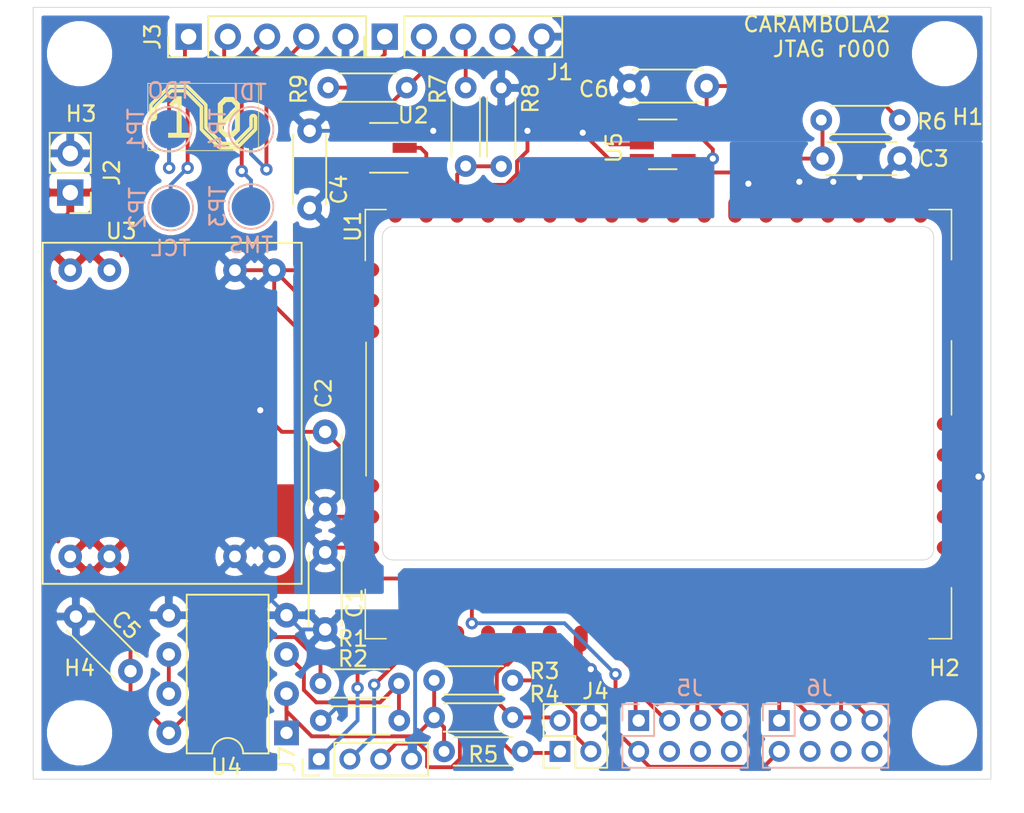
<source format=kicad_pcb>
(kicad_pcb (version 20171130) (host pcbnew "(5.1.10)-1")

  (general
    (thickness 1.6)
    (drawings 17)
    (tracks 230)
    (zones 0)
    (modules 36)
    (nets 55)
  )

  (page USLetter)
  (layers
    (0 F.Cu signal)
    (31 B.Cu signal)
    (32 B.Adhes user)
    (33 F.Adhes user)
    (34 B.Paste user)
    (35 F.Paste user)
    (36 B.SilkS user)
    (37 F.SilkS user)
    (38 B.Mask user)
    (39 F.Mask user)
    (40 Dwgs.User user)
    (41 Cmts.User user)
    (42 Eco1.User user)
    (43 Eco2.User user)
    (44 Edge.Cuts user)
    (45 Margin user)
    (46 B.CrtYd user)
    (47 F.CrtYd user)
    (48 B.Fab user)
    (49 F.Fab user)
  )

  (setup
    (last_trace_width 0.25)
    (trace_clearance 0.2)
    (zone_clearance 0.508)
    (zone_45_only no)
    (trace_min 0.2)
    (via_size 0.8)
    (via_drill 0.4)
    (via_min_size 0.4)
    (via_min_drill 0.3)
    (uvia_size 0.3)
    (uvia_drill 0.1)
    (uvias_allowed no)
    (uvia_min_size 0.2)
    (uvia_min_drill 0.1)
    (edge_width 0.05)
    (segment_width 0.2)
    (pcb_text_width 0.3)
    (pcb_text_size 1.5 1.5)
    (mod_edge_width 0.12)
    (mod_text_size 1 1)
    (mod_text_width 0.15)
    (pad_size 1.524 1.524)
    (pad_drill 0.762)
    (pad_to_mask_clearance 0)
    (aux_axis_origin 19 125)
    (visible_elements FFFDFF7F)
    (pcbplotparams
      (layerselection 0x010fc_ffffffff)
      (usegerberextensions false)
      (usegerberattributes true)
      (usegerberadvancedattributes true)
      (creategerberjobfile true)
      (excludeedgelayer true)
      (linewidth 0.100000)
      (plotframeref false)
      (viasonmask false)
      (mode 1)
      (useauxorigin true)
      (hpglpennumber 1)
      (hpglpenspeed 20)
      (hpglpendiameter 15.000000)
      (psnegative false)
      (psa4output false)
      (plotreference true)
      (plotvalue true)
      (plotinvisibletext false)
      (padsonsilk false)
      (subtractmaskfromsilk false)
      (outputformat 1)
      (mirror false)
      (drillshape 0)
      (scaleselection 1)
      (outputdirectory "20220711"))
  )

  (net 0 "")
  (net 1 "Net-(U1-Pad23)")
  (net 2 "Net-(U1-Pad24)")
  (net 3 "Net-(U1-Pad20)")
  (net 4 "Net-(U1-Pad21)")
  (net 5 "Net-(U1-Pad39)")
  (net 6 "Net-(U1-Pad38)")
  (net 7 "Net-(U1-Pad40)")
  (net 8 "Net-(U1-Pad41)")
  (net 9 "Net-(U1-Pad35)")
  (net 10 "Net-(U1-Pad36)")
  (net 11 "Net-(U1-Pad37)")
  (net 12 "Net-(U1-Pad18)")
  (net 13 "Net-(U1-Pad17)")
  (net 14 "Net-(U1-Pad16)")
  (net 15 GND)
  (net 16 +3V3)
  (net 17 /~RST)
  (net 18 /UART_TX)
  (net 19 /UART_RX)
  (net 20 +VDC)
  (net 21 /TDO)
  (net 22 /TCL)
  (net 23 /TMS)
  (net 24 /TDI)
  (net 25 "Net-(R1-Pad2)")
  (net 26 /2.8V)
  (net 27 /FAILSAFE)
  (net 28 /SCL)
  (net 29 /C2_RX)
  (net 30 /C2_TX)
  (net 31 /SDA)
  (net 32 "Net-(U2-Pad1)")
  (net 33 "Net-(U4-Pad6)")
  (net 34 /EXT_RST)
  (net 35 "Net-(U5-Pad1)")
  (net 36 /UART_V)
  (net 37 /E0_RX+)
  (net 38 /+2V)
  (net 39 /E0_RX-)
  (net 40 "Net-(J5-Pad4)")
  (net 41 /E0_TX+)
  (net 42 "Net-(J5-Pad6)")
  (net 43 /E0_TX-)
  (net 44 "Net-(J5-Pad8)")
  (net 45 "Net-(J6-Pad8)")
  (net 46 /E1_TX-)
  (net 47 "Net-(J6-Pad6)")
  (net 48 /E1_TX+)
  (net 49 "Net-(J6-Pad4)")
  (net 50 /E1_RX-)
  (net 51 /E1_RX+)
  (net 52 /GPIO23)
  (net 53 /GPIO22)
  (net 54 /GPIO21)

  (net_class Default "This is the default net class."
    (clearance 0.2)
    (trace_width 0.25)
    (via_dia 0.8)
    (via_drill 0.4)
    (uvia_dia 0.3)
    (uvia_drill 0.1)
    (add_net +3V3)
    (add_net +VDC)
    (add_net /+2V)
    (add_net /2.8V)
    (add_net /C2_RX)
    (add_net /C2_TX)
    (add_net /E0_RX+)
    (add_net /E0_RX-)
    (add_net /E0_TX+)
    (add_net /E0_TX-)
    (add_net /E1_RX+)
    (add_net /E1_RX-)
    (add_net /E1_TX+)
    (add_net /E1_TX-)
    (add_net /EXT_RST)
    (add_net /FAILSAFE)
    (add_net /GPIO21)
    (add_net /GPIO22)
    (add_net /GPIO23)
    (add_net /SCL)
    (add_net /SDA)
    (add_net /TCL)
    (add_net /TDI)
    (add_net /TDO)
    (add_net /TMS)
    (add_net /UART_RX)
    (add_net /UART_TX)
    (add_net /UART_V)
    (add_net /~RST)
    (add_net GND)
    (add_net "Net-(J5-Pad4)")
    (add_net "Net-(J5-Pad6)")
    (add_net "Net-(J5-Pad8)")
    (add_net "Net-(J6-Pad4)")
    (add_net "Net-(J6-Pad6)")
    (add_net "Net-(J6-Pad8)")
    (add_net "Net-(R1-Pad2)")
    (add_net "Net-(U1-Pad16)")
    (add_net "Net-(U1-Pad17)")
    (add_net "Net-(U1-Pad18)")
    (add_net "Net-(U1-Pad20)")
    (add_net "Net-(U1-Pad21)")
    (add_net "Net-(U1-Pad23)")
    (add_net "Net-(U1-Pad24)")
    (add_net "Net-(U1-Pad35)")
    (add_net "Net-(U1-Pad36)")
    (add_net "Net-(U1-Pad37)")
    (add_net "Net-(U1-Pad38)")
    (add_net "Net-(U1-Pad39)")
    (add_net "Net-(U1-Pad40)")
    (add_net "Net-(U1-Pad41)")
    (add_net "Net-(U2-Pad1)")
    (add_net "Net-(U4-Pad6)")
    (add_net "Net-(U5-Pad1)")
  )

  (module analog10:analog10_fcu (layer F.Cu) (tedit 0) (tstamp 62CBB959)
    (at 30 82.1)
    (fp_text reference G*** (at 0 0) (layer F.SilkS) hide
      (effects (font (size 1.524 1.524) (thickness 0.3)))
    )
    (fp_text value LOGO (at 0.75 0) (layer F.SilkS) hide
      (effects (font (size 1.524 1.524) (thickness 0.3)))
    )
    (fp_poly (pts (xy 3.6068 2.201334) (xy -3.601155 2.201334) (xy -3.601155 -2.156177) (xy -3.561644 -2.156177)
      (xy -3.561644 2.161823) (xy 3.567289 2.161823) (xy 3.567289 -2.156177) (xy -3.561644 -2.156177)
      (xy -3.601155 -2.156177) (xy -3.601155 -2.195688) (xy 3.6068 -2.195688) (xy 3.6068 2.201334)) (layer F.SilkS) (width 0.01))
    (fp_poly (pts (xy -1.582969 -2.098513) (xy -1.023872 -2.096911) (xy -0.979014 -2.075122) (xy -0.972799 -2.072046)
      (xy -0.966692 -2.06878) (xy -0.960284 -2.064929) (xy -0.953165 -2.060099) (xy -0.944927 -2.053896)
      (xy -0.935161 -2.045925) (xy -0.923457 -2.035792) (xy -0.909407 -2.023103) (xy -0.892601 -2.007464)
      (xy -0.87263 -1.988481) (xy -0.849086 -1.96576) (xy -0.821559 -1.938906) (xy -0.78964 -1.907525)
      (xy -0.75292 -1.871223) (xy -0.710991 -1.829606) (xy -0.663442 -1.78228) (xy -0.609865 -1.72885)
      (xy -0.549851 -1.668922) (xy -0.482991 -1.602103) (xy -0.408876 -1.527998) (xy -0.346404 -1.465522)
      (xy -0.266406 -1.385511) (xy -0.193998 -1.313072) (xy -0.128785 -1.247795) (xy -0.070373 -1.189272)
      (xy -0.018369 -1.137094) (xy 0.027622 -1.090851) (xy 0.067994 -1.050134) (xy 0.103142 -1.014534)
      (xy 0.133459 -0.983642) (xy 0.15934 -0.957049) (xy 0.181179 -0.934345) (xy 0.19937 -0.915122)
      (xy 0.214307 -0.898971) (xy 0.226385 -0.885482) (xy 0.235998 -0.874246) (xy 0.24354 -0.864854)
      (xy 0.249405 -0.856898) (xy 0.253987 -0.849967) (xy 0.257681 -0.843653) (xy 0.26088 -0.837547)
      (xy 0.263196 -0.83285) (xy 0.285045 -0.78799) (xy 0.286517 -0.07085) (xy 0.287989 0.646289)
      (xy 1.244575 1.603023) (xy 2.029202 1.603023) (xy 2.513201 1.118999) (xy 2.9972 0.634976)
      (xy 2.9972 0.321335) (xy 2.997205 0.250316) (xy 2.997285 0.189614) (xy 2.99754 0.138254)
      (xy 2.998069 0.095265) (xy 2.998969 0.059674) (xy 3.000341 0.030508) (xy 3.002283 0.006794)
      (xy 3.004894 -0.01244) (xy 3.008274 -0.028168) (xy 3.012519 -0.041363) (xy 3.017731 -0.052996)
      (xy 3.024007 -0.064041) (xy 3.031447 -0.075471) (xy 3.038615 -0.086003) (xy 3.07064 -0.124231)
      (xy 3.109373 -0.156013) (xy 3.152202 -0.179384) (xy 3.172718 -0.186818) (xy 3.197163 -0.193225)
      (xy 3.220119 -0.196496) (xy 3.246535 -0.197157) (xy 3.264452 -0.196594) (xy 3.29197 -0.19484)
      (xy 3.312899 -0.191666) (xy 3.331935 -0.185956) (xy 3.353775 -0.176596) (xy 3.359011 -0.174131)
      (xy 3.40517 -0.146514) (xy 3.443143 -0.11122) (xy 3.473421 -0.067756) (xy 3.481984 -0.051169)
      (xy 3.502378 -0.008466) (xy 3.502378 0.810564) (xy 3.480381 0.855072) (xy 3.47723 0.861294)
      (xy 3.473813 0.867491) (xy 3.469734 0.874072) (xy 3.464599 0.881448) (xy 3.458012 0.890029)
      (xy 3.449577 0.900225) (xy 3.438901 0.912447) (xy 3.425587 0.927105) (xy 3.409241 0.944609)
      (xy 3.389466 0.965369) (xy 3.365869 0.989796) (xy 3.338054 1.0183) (xy 3.305626 1.051292)
      (xy 3.268189 1.089181) (xy 3.225349 1.132377) (xy 3.17671 1.181292) (xy 3.121877 1.236335)
      (xy 3.060455 1.297917) (xy 2.992049 1.366448) (xy 2.916263 1.442338) (xy 2.873603 1.485049)
      (xy 2.793402 1.56533) (xy 2.720765 1.638003) (xy 2.65529 1.703456) (xy 2.596574 1.762081)
      (xy 2.544216 1.814268) (xy 2.497813 1.860407) (xy 2.456962 1.900887) (xy 2.421263 1.9361)
      (xy 2.390313 1.966435) (xy 2.363709 1.992282) (xy 2.34105 2.014032) (xy 2.321934 2.032074)
      (xy 2.305958 2.0468) (xy 2.29272 2.058598) (xy 2.281818 2.06786) (xy 2.27285 2.074975)
      (xy 2.265414 2.080333) (xy 2.259107 2.084326) (xy 2.253528 2.087342) (xy 2.252133 2.088021)
      (xy 2.227461 2.098161) (xy 2.200661 2.106715) (xy 2.181578 2.111062) (xy 2.1708 2.11189)
      (xy 2.149731 2.112641) (xy 2.119366 2.113313) (xy 2.080703 2.113908) (xy 2.034739 2.114426)
      (xy 1.982471 2.114866) (xy 1.924894 2.115229) (xy 1.863006 2.115515) (xy 1.797805 2.115724)
      (xy 1.730286 2.115856) (xy 1.661446 2.115911) (xy 1.592283 2.115889) (xy 1.523792 2.11579)
      (xy 1.456972 2.115615) (xy 1.392818 2.115363) (xy 1.332327 2.115035) (xy 1.276497 2.114631)
      (xy 1.226324 2.11415) (xy 1.182804 2.113593) (xy 1.146936 2.11296) (xy 1.119714 2.112251)
      (xy 1.102137 2.111466) (xy 1.096677 2.110965) (xy 1.076106 2.106212) (xy 1.051188 2.098008)
      (xy 1.028944 2.088843) (xy 1.023413 2.086117) (xy 1.017549 2.08279) (xy 1.010948 2.078471)
      (xy 1.003204 2.072767) (xy 0.993912 2.065287) (xy 0.982668 2.055638) (xy 0.969064 2.043428)
      (xy 0.952698 2.028265) (xy 0.933162 2.009757) (xy 0.910053 1.987512) (xy 0.882965 1.961137)
      (xy 0.851492 1.930241) (xy 0.81523 1.894431) (xy 0.773773 1.853315) (xy 0.726716 1.806501)
      (xy 0.673654 1.753597) (xy 0.614182 1.69421) (xy 0.547894 1.62795) (xy 0.474385 1.554422)
      (xy 0.405658 1.485653) (xy 0.325642 1.405568) (xy 0.253221 1.333055) (xy 0.188004 1.267706)
      (xy 0.129598 1.209115) (xy 0.077609 1.156878) (xy 0.031646 1.110587) (xy -0.008684 1.069836)
      (xy -0.043773 1.03422) (xy -0.074014 1.003333) (xy -0.099799 0.976768) (xy -0.121522 0.954119)
      (xy -0.139574 0.934981) (xy -0.154348 0.918948) (xy -0.166236 0.905613) (xy -0.175632 0.89457)
      (xy -0.182927 0.885413) (xy -0.188514 0.877737) (xy -0.192785 0.871135) (xy -0.196134 0.865202)
      (xy -0.198298 0.8609) (xy -0.217311 0.82151) (xy -0.222955 -0.61438) (xy -1.186379 -1.586088)
      (xy -1.596502 -1.586089) (xy -2.006624 -1.586089) (xy -2.493446 -1.099243) (xy -2.980267 -0.612398)
      (xy -2.980267 -0.28465) (xy -2.980289 -0.214874) (xy -2.980375 -0.155424) (xy -2.980552 -0.105338)
      (xy -2.980847 -0.063651) (xy -2.981288 -0.029403) (xy -2.981901 -0.001628) (xy -2.982714 0.020634)
      (xy -2.983754 0.038347) (xy -2.985049 0.052474) (xy -2.986626 0.063978) (xy -2.988512 0.073822)
      (xy -2.990685 0.082781) (xy -3.008845 0.131222) (xy -3.035487 0.173442) (xy -3.0693 0.208831)
      (xy -3.108972 0.236783) (xy -3.153191 0.256689) (xy -3.200645 0.267942) (xy -3.250023 0.269932)
      (xy -3.300013 0.262052) (xy -3.343649 0.246388) (xy -3.387927 0.220029) (xy -3.426076 0.185423)
      (xy -3.456756 0.144272) (xy -3.478626 0.09828) (xy -3.488237 0.06273) (xy -3.489408 0.050647)
      (xy -3.490445 0.028447) (xy -3.49135 -0.002699) (xy -3.492122 -0.041621) (xy -3.492762 -0.087147)
      (xy -3.493071 -0.11823) (xy -3.273165 -0.11823) (xy -3.273054 -0.080664) (xy -3.272787 -0.050241)
      (xy -3.272343 -0.026132) (xy -3.271698 -0.007507) (xy -3.270832 0.006462) (xy -3.269723 0.016604)
      (xy -3.268349 0.023749) (xy -3.266689 0.028726) (xy -3.26472 0.032365) (xy -3.262421 0.035493)
      (xy -3.262195 0.035781) (xy -3.247588 0.047551) (xy -3.231108 0.050575) (xy -3.219589 0.046481)
      (xy -3.21571 0.043481) (xy -3.212391 0.039493) (xy -3.209589 0.033671) (xy -3.20726 0.025169)
      (xy -3.20536 0.013143) (xy -3.203845 -0.003254) (xy -3.202672 -0.024866) (xy -3.201798 -0.052539)
      (xy -3.201178 -0.087118) (xy -3.200769 -0.12945) (xy -3.200527 -0.180378) (xy -3.200409 -0.240749)
      (xy -3.20037 -0.311408) (xy -3.200368 -0.325595) (xy -3.200254 -0.410095) (xy -3.199928 -0.483685)
      (xy -3.199392 -0.546308) (xy -3.198645 -0.597907) (xy -3.19769 -0.638426) (xy -3.196528 -0.667805)
      (xy -3.195158 -0.685989) (xy -3.194253 -0.691444) (xy -3.192564 -0.695518) (xy -3.189087 -0.701146)
      (xy -3.183436 -0.708727) (xy -3.175224 -0.71866) (xy -3.164064 -0.731344) (xy -3.14957 -0.747177)
      (xy -3.131355 -0.766559) (xy -3.109033 -0.789888) (xy -3.082216 -0.817563) (xy -3.050519 -0.849984)
      (xy -3.013554 -0.887548) (xy -2.970936 -0.930655) (xy -2.922276 -0.979704) (xy -2.86719 -1.035093)
      (xy -2.805289 -1.097222) (xy -2.736188 -1.166489) (xy -2.6595 -1.243293) (xy -2.653829 -1.24897)
      (xy -2.565309 -1.337507) (xy -2.484624 -1.418032) (xy -2.411715 -1.490602) (xy -2.346523 -1.555276)
      (xy -2.288988 -1.612111) (xy -2.239053 -1.661165) (xy -2.196658 -1.702495) (xy -2.161743 -1.73616)
      (xy -2.134251 -1.762217) (xy -2.114122 -1.780725) (xy -2.101296 -1.79174) (xy -2.09654 -1.79507)
      (xy -2.092183 -1.797048) (xy -2.087287 -1.798777) (xy -2.081107 -1.800273) (xy -2.072898 -1.801555)
      (xy -2.061915 -1.802638) (xy -2.047413 -1.80354) (xy -2.028646 -1.804276) (xy -2.00487 -1.804864)
      (xy -1.975339 -1.80532) (xy -1.939308 -1.80566) (xy -1.896032 -1.805903) (xy -1.844767 -1.806063)
      (xy -1.784765 -1.806159) (xy -1.715284 -1.806206) (xy -1.635577 -1.806221) (xy -1.598237 -1.806222)
      (xy -1.512734 -1.806202) (xy -1.437799 -1.806134) (xy -1.372713 -1.806006) (xy -1.316754 -1.805804)
      (xy -1.269202 -1.805517) (xy -1.229336 -1.805131) (xy -1.196436 -1.804634) (xy -1.169782 -1.804013)
      (xy -1.148652 -1.803257) (xy -1.132328 -1.802351) (xy -1.120087 -1.801284) (xy -1.11121 -1.800043)
      (xy -1.104975 -1.798615) (xy -1.101896 -1.797539) (xy -1.095151 -1.792429) (xy -1.081047 -1.779862)
      (xy -1.060161 -1.760412) (xy -1.033069 -1.734652) (xy -1.000346 -1.703157) (xy -0.962568 -1.666501)
      (xy -0.920311 -1.625256) (xy -0.874149 -1.579998) (xy -0.82466 -1.531301) (xy -0.772418 -1.479737)
      (xy -0.717999 -1.425882) (xy -0.661979 -1.370309) (xy -0.604933 -1.313592) (xy -0.547437 -1.256305)
      (xy -0.490067 -1.199021) (xy -0.433399 -1.142316) (xy -0.378007 -1.086762) (xy -0.324469 -1.032934)
      (xy -0.273358 -0.981406) (xy -0.225252 -0.932751) (xy -0.180725 -0.887544) (xy -0.140353 -0.846358)
      (xy -0.104712 -0.809768) (xy -0.074378 -0.778347) (xy -0.049926 -0.752669) (xy -0.031933 -0.733308)
      (xy -0.020972 -0.720839) (xy -0.017975 -0.716844) (xy -0.002822 -0.691444) (xy -0.001287 0.038923)
      (xy 0.000247 0.769291) (xy 0.557325 1.327423) (xy 0.644523 1.414719) (xy 0.723971 1.494115)
      (xy 0.79583 1.565766) (xy 0.860257 1.629829) (xy 0.917412 1.68646) (xy 0.967454 1.735814)
      (xy 1.010541 1.778047) (xy 1.046834 1.813316) (xy 1.07649 1.841776) (xy 1.099669 1.863583)
      (xy 1.116529 1.878894) (xy 1.12723 1.887863) (xy 1.131523 1.890596) (xy 1.139707 1.891355)
      (xy 1.158385 1.892055) (xy 1.186763 1.892688) (xy 1.224045 1.893249) (xy 1.269439 1.893733)
      (xy 1.322149 1.894131) (xy 1.38138 1.894439) (xy 1.446339 1.894649) (xy 1.516231 1.894757)
      (xy 1.59026 1.894755) (xy 1.649615 1.894674) (xy 2.150585 1.893712) (xy 3.285067 0.75906)
      (xy 3.285067 0.401141) (xy 3.285047 0.328271) (xy 3.284972 0.265857) (xy 3.284823 0.213071)
      (xy 3.284577 0.169079) (xy 3.284213 0.133051) (xy 3.283711 0.104155) (xy 3.283049 0.08156)
      (xy 3.282206 0.064436) (xy 3.281162 0.05195) (xy 3.279894 0.043271) (xy 3.278383 0.037569)
      (xy 3.276606 0.034011) (xy 3.275725 0.0329) (xy 3.260997 0.024159) (xy 3.243331 0.023893)
      (xy 3.227656 0.03192) (xy 3.225461 0.034387) (xy 3.223601 0.038088) (xy 3.222048 0.043908)
      (xy 3.220774 0.052731) (xy 3.219752 0.065442) (xy 3.218954 0.082926) (xy 3.218353 0.106067)
      (xy 3.217921 0.13575) (xy 3.217631 0.172861) (xy 3.217455 0.218283) (xy 3.217365 0.272901)
      (xy 3.217335 0.3376) (xy 3.217333 0.363917) (xy 3.217299 0.434017) (xy 3.21718 0.493751)
      (xy 3.216952 0.54404) (xy 3.216594 0.585807) (xy 3.21608 0.619975) (xy 3.215389 0.647466)
      (xy 3.214496 0.669201) (xy 3.213378 0.686104) (xy 3.212012 0.699096) (xy 3.210375 0.7091)
      (xy 3.208443 0.717039) (xy 3.208387 0.717231) (xy 3.206919 0.721823) (xy 3.20495 0.726602)
      (xy 3.202073 0.731994) (xy 3.197877 0.738425) (xy 3.191953 0.746322) (xy 3.183893 0.756112)
      (xy 3.173287 0.768221) (xy 3.159725 0.783076) (xy 3.1428 0.801102) (xy 3.122102 0.822728)
      (xy 3.097221 0.848378) (xy 3.067749 0.87848) (xy 3.033276 0.91346) (xy 2.993393 0.953745)
      (xy 2.947692 0.999761) (xy 2.895763 1.051934) (xy 2.837196 1.110692) (xy 2.771584 1.17646)
      (xy 2.698516 1.249665) (xy 2.676398 1.271821) (xy 2.60666 1.341599) (xy 2.540042 1.408101)
      (xy 2.476953 1.470923) (xy 2.417803 1.529663) (xy 2.363001 1.583919) (xy 2.312958 1.633288)
      (xy 2.268083 1.677368) (xy 2.228785 1.715755) (xy 2.195474 1.748047) (xy 2.16856 1.773842)
      (xy 2.148452 1.792737) (xy 2.135561 1.804329) (xy 2.130778 1.808044) (xy 2.1082 1.820334)
      (xy 1.649259 1.821874) (xy 1.555081 1.822128) (xy 1.471887 1.822218) (xy 1.399373 1.822141)
      (xy 1.337236 1.821895) (xy 1.285172 1.821477) (xy 1.242878 1.820883) (xy 1.210051 1.820111)
      (xy 1.186385 1.819157) (xy 1.171579 1.818019) (xy 1.166659 1.817206) (xy 1.162588 1.815669)
      (xy 1.157326 1.81269) (xy 1.150462 1.807871) (xy 1.141585 1.800814) (xy 1.130283 1.79112)
      (xy 1.116144 1.778393) (xy 1.098756 1.762232) (xy 1.077708 1.742242) (xy 1.052588 1.718023)
      (xy 1.022984 1.689178) (xy 0.988486 1.655309) (xy 0.94868 1.616017) (xy 0.903156 1.570905)
      (xy 0.851501 1.519574) (xy 0.793305 1.461627) (xy 0.728155 1.396665) (xy 0.65564 1.324291)
      (xy 0.619205 1.28791) (xy 0.554908 1.223645) (xy 0.492691 1.16135) (xy 0.433036 1.101514)
      (xy 0.376426 1.044627) (xy 0.323344 0.991176) (xy 0.274273 0.941652) (xy 0.229697 0.896542)
      (xy 0.190097 0.856337) (xy 0.155957 0.821524) (xy 0.12776 0.792592) (xy 0.105989 0.770031)
      (xy 0.091127 0.75433) (xy 0.083656 0.745976) (xy 0.082983 0.745067) (xy 0.070556 0.725312)
      (xy 0.067733 -0.006257) (xy 0.064911 -0.737826) (xy -0.503241 -1.308799) (xy -1.071394 -1.879771)
      (xy -1.599672 -1.878274) (xy -2.127951 -1.876777) (xy -3.270955 -0.733775) (xy -3.272482 -0.356507)
      (xy -3.272779 -0.282077) (xy -3.273006 -0.218107) (xy -3.273142 -0.163768) (xy -3.273165 -0.11823)
      (xy -3.493071 -0.11823) (xy -3.49327 -0.138106) (xy -3.493648 -0.193329) (xy -3.493896 -0.251643)
      (xy -3.494013 -0.311878) (xy -3.494002 -0.372863) (xy -3.493862 -0.433427) (xy -3.493594 -0.492399)
      (xy -3.493198 -0.548608) (xy -3.492676 -0.600884) (xy -3.492027 -0.648055) (xy -3.491252 -0.688951)
      (xy -3.490352 -0.7224) (xy -3.489327 -0.747232) (xy -3.488178 -0.762276) (xy -3.487844 -0.764523)
      (xy -3.486101 -0.774448) (xy -3.484507 -0.783458) (xy -3.482685 -0.79197) (xy -3.480253 -0.800404)
      (xy -3.476834 -0.809178) (xy -3.472048 -0.81871) (xy -3.465515 -0.829418) (xy -3.456856 -0.841721)
      (xy -3.445692 -0.856036) (xy -3.431643 -0.872783) (xy -3.414329 -0.89238) (xy -3.393373 -0.915244)
      (xy -3.368393 -0.941794) (xy -3.339012 -0.972449) (xy -3.304849 -1.007626) (xy -3.265525 -1.047745)
      (xy -3.22066 -1.093222) (xy -3.169877 -1.144478) (xy -3.112794 -1.201929) (xy -3.049033 -1.265994)
      (xy -2.978214 -1.337092) (xy -2.899958 -1.415641) (xy -2.870735 -1.444977) (xy -2.802824 -1.513111)
      (xy -2.736787 -1.579278) (xy -2.673093 -1.643014) (xy -2.612211 -1.703853) (xy -2.554609 -1.761328)
      (xy -2.500755 -1.814976) (xy -2.45112 -1.864329) (xy -2.40617 -1.908923) (xy -2.366376 -1.948292)
      (xy -2.332205 -1.981971) (xy -2.304126 -2.009493) (xy -2.282609 -2.030394) (xy -2.268121 -2.044207)
      (xy -2.261203 -2.050414) (xy -2.23402 -2.067179) (xy -2.199854 -2.081862) (xy -2.187825 -2.085882)
      (xy -2.142067 -2.100115) (xy -1.582969 -2.098513)) (layer F.SilkS) (width 0.01))
    (fp_poly (pts (xy -1.394178 1.032934) (xy -0.841022 1.032934) (xy -0.841022 1.343378) (xy -2.263422 1.343378)
      (xy -2.263422 1.032934) (xy -1.710267 1.032934) (xy -1.710267 -0.877626) (xy -1.85139 -0.736587)
      (xy -1.992513 -0.595549) (xy -2.102504 -0.705585) (xy -2.212494 -0.815622) (xy -1.696654 -1.332088)
      (xy -1.394178 -1.332088) (xy -1.394178 1.032934)) (layer F.SilkS) (width 0.01))
    (fp_poly (pts (xy 2.171672 -1.08235) (xy 2.381956 -0.872123) (xy 2.381956 0.889058) (xy 2.174494 1.096462)
      (xy 1.967032 1.303867) (xy 1.374365 1.303867) (xy 1.165549 1.094989) (xy 0.956733 0.88611)
      (xy 0.956906 0.759077) (xy 1.275645 0.759077) (xy 1.389893 0.873428) (xy 1.504141 0.987778)
      (xy 1.831524 0.987778) (xy 1.948695 0.870706) (xy 2.065867 0.753635) (xy 2.065867 0.294973)
      (xy 2.065804 0.215331) (xy 2.065622 0.141587) (xy 2.065326 0.074344) (xy 2.064924 0.014204)
      (xy 2.064422 -0.038228) (xy 2.063828 -0.08235) (xy 2.063147 -0.117558) (xy 2.062386 -0.143249)
      (xy 2.061553 -0.158819) (xy 2.060713 -0.163688) (xy 2.056099 -0.159763) (xy 2.044098 -0.148347)
      (xy 2.025256 -0.129984) (xy 2.000117 -0.105218) (xy 1.969226 -0.074591) (xy 1.933129 -0.038647)
      (xy 1.892369 0.002071) (xy 1.847493 0.047021) (xy 1.799046 0.095658) (xy 1.747571 0.14744)
      (xy 1.693614 0.201823) (xy 1.665687 0.230012) (xy 1.275815 0.623712) (xy 1.27573 0.691394)
      (xy 1.275645 0.759077) (xy 0.956906 0.759077) (xy 0.957934 0.004347) (xy 0.958951 -0.742347)
      (xy 1.275645 -0.742347) (xy 1.275943 -0.279451) (xy 1.276242 0.183445) (xy 1.670957 -0.214488)
      (xy 2.065671 -0.612422) (xy 2.065769 -0.677283) (xy 2.065867 -0.742143) (xy 1.951618 -0.856494)
      (xy 1.83737 -0.970844) (xy 1.504345 -0.970844) (xy 1.389995 -0.856596) (xy 1.275645 -0.742347)
      (xy 0.958951 -0.742347) (xy 0.959135 -0.877415) (xy 1.374737 -1.292577) (xy 1.961389 -1.292577)
      (xy 2.171672 -1.08235)) (layer F.SilkS) (width 0.01))
  )

  (module analog10:CARAMBOLA_2 (layer F.Cu) (tedit 5B05CA89) (tstamp 62CB04B6)
    (at 40.55 115.9)
    (path /62CB0217)
    (fp_text reference U1 (at -0.85 -26.7 90) (layer F.SilkS)
      (effects (font (size 1 1) (thickness 0.15)))
    )
    (fp_text value CARAMBOLA_2 (at 16 -12) (layer F.Fab)
      (effects (font (size 1 1) (thickness 0.15)))
    )
    (fp_line (start 1.3 0) (end -0.05 0) (layer F.SilkS) (width 0.1))
    (fp_line (start -0.05 0) (end -0.05 -3.2) (layer F.SilkS) (width 0.1))
    (fp_line (start -0.05 -27.8) (end -0.05 -24.5) (layer F.SilkS) (width 0.1))
    (fp_line (start 1.3 -27.8) (end -0.05 -27.8) (layer F.SilkS) (width 0.1))
    (fp_line (start 37.9 0) (end 36.45 0) (layer F.SilkS) (width 0.1))
    (fp_line (start 37.9 0) (end 37.9 -3.3) (layer F.SilkS) (width 0.1))
    (fp_line (start 37.9 -27.8) (end 36.45 -27.8) (layer F.SilkS) (width 0.1))
    (fp_line (start 37.9 -24.55) (end 37.9 -27.8) (layer F.SilkS) (width 0.1))
    (fp_line (start 0 -19.2) (end 0 -10.55) (layer F.SilkS) (width 0.1))
    (fp_line (start 37.9 -19.3) (end 37.9 -14.5) (layer F.SilkS) (width 0.1))
    (pad 23 smd oval (at 37.8 -11.9) (size 1.7 0.9) (layers F.Cu F.Paste F.Mask)
      (net 1 "Net-(U1-Pad23)"))
    (pad "" smd rect (at 38.605 -11.9) (size 1.07 1.46) (layers F.Paste))
    (pad 24 smd oval (at 37.8 -13.9) (size 1.7 0.9) (layers F.Cu F.Paste F.Mask)
      (net 2 "Net-(U1-Pad24)"))
    (pad "" smd rect (at 38.605 -13.9) (size 1.07 1.46) (layers F.Paste))
    (pad 20 smd oval (at 37.8 -5.9) (size 1.7 0.9) (layers F.Cu F.Paste F.Mask)
      (net 3 "Net-(U1-Pad20)"))
    (pad "" smd rect (at 38.605 -5.9) (size 1.07 1.46) (layers F.Paste))
    (pad 22 smd oval (at 37.8 -9.9) (size 1.7 0.9) (layers F.Cu F.Paste F.Mask)
      (net 15 GND))
    (pad "" smd rect (at 38.605 -9.9) (size 1.07 1.46) (layers F.Paste))
    (pad 21 smd oval (at 37.8 -7.9) (size 1.7 0.9) (layers F.Cu F.Paste F.Mask)
      (net 4 "Net-(U1-Pad21)"))
    (pad "" smd rect (at 38.605 -7.9) (size 1.07 1.46) (layers F.Paste))
    (pad 48 smd oval (at 0 -19.9) (size 1.7 0.9) (layers F.Cu F.Paste F.Mask)
      (net 15 GND))
    (pad "" smd rect (at -0.805 -19.9) (size 1.07 1.46) (layers F.Paste))
    (pad 46 smd oval (at 0 -23.9) (size 1.7 0.9) (layers F.Cu F.Paste F.Mask)
      (net 15 GND))
    (pad "" smd rect (at -0.805 -23.9) (size 1.07 1.46) (layers F.Paste))
    (pad 47 smd oval (at 0 -21.9) (size 1.7 0.9) (layers F.Cu F.Paste F.Mask)
      (net 15 GND))
    (pad "" smd rect (at -0.805 -21.9) (size 1.07 1.46) (layers F.Paste))
    (pad 50 smd oval (at 0 -7.9) (size 1.7 0.9) (layers F.Cu F.Paste F.Mask)
      (net 16 +3V3))
    (pad "" smd rect (at -0.805 -7.9) (size 1.07 1.46) (layers F.Paste))
    (pad 49 smd oval (at 0 -9.9) (size 1.7 0.9) (layers F.Cu F.Paste F.Mask)
      (net 15 GND))
    (pad "" smd rect (at -0.805 -9.9) (size 1.07 1.46) (layers F.Paste))
    (pad 51 smd oval (at 0 -5.9) (size 1.7 0.9) (layers F.Cu F.Paste F.Mask)
      (net 16 +3V3))
    (pad "" smd rect (at -0.805 -5.9) (size 1.07 1.46) (layers F.Paste))
    (pad 45 smd oval (at 1.9 -27.8) (size 0.9 1.7) (layers F.Cu F.Paste F.Mask)
      (net 15 GND))
    (pad "" smd rect (at 1.9 -28.605) (size 1.46 1.07) (layers F.Paste))
    (pad 44 smd oval (at 3.9 -27.8) (size 0.9 1.7) (layers F.Cu F.Paste F.Mask)
      (net 30 /C2_TX))
    (pad "" smd rect (at 3.9 -28.605) (size 1.46 1.07) (layers F.Paste))
    (pad 42 smd oval (at 7.9 -27.8) (size 0.9 1.7) (layers F.Cu F.Paste F.Mask)
      (net 15 GND))
    (pad "" smd rect (at 7.9 -28.605) (size 1.46 1.07) (layers F.Paste))
    (pad 43 smd oval (at 5.9 -27.8) (size 0.9 1.7) (layers F.Cu F.Paste F.Mask)
      (net 29 /C2_RX))
    (pad "" smd rect (at 5.9 -28.605) (size 1.46 1.07) (layers F.Paste))
    (pad 39 smd oval (at 13.9 -27.8) (size 0.9 1.7) (layers F.Cu F.Paste F.Mask)
      (net 5 "Net-(U1-Pad39)"))
    (pad "" smd rect (at 13.9 -28.605) (size 1.46 1.07) (layers F.Paste))
    (pad 38 smd oval (at 15.9 -27.8) (size 0.9 1.7) (layers F.Cu F.Paste F.Mask)
      (net 6 "Net-(U1-Pad38)"))
    (pad "" smd rect (at 15.9 -28.605) (size 1.46 1.07) (layers F.Paste))
    (pad 40 smd oval (at 11.9 -27.8) (size 0.9 1.7) (layers F.Cu F.Paste F.Mask)
      (net 7 "Net-(U1-Pad40)"))
    (pad "" smd rect (at 11.9 -28.605) (size 1.46 1.07) (layers F.Paste))
    (pad 41 smd oval (at 9.9 -27.8) (size 0.9 1.7) (layers F.Cu F.Paste F.Mask)
      (net 8 "Net-(U1-Pad41)"))
    (pad "" smd rect (at 9.9 -28.605) (size 1.46 1.07) (layers F.Paste))
    (pad 33 smd oval (at 25.9 -27.8) (size 0.9 1.7) (layers F.Cu F.Paste F.Mask)
      (net 17 /~RST))
    (pad "" smd rect (at 25.9 -28.605) (size 1.46 1.07) (layers F.Paste))
    (pad 32 smd oval (at 27.9 -27.8) (size 0.9 1.7) (layers F.Cu F.Paste F.Mask)
      (net 15 GND))
    (pad "" smd rect (at 27.9 -28.605) (size 1.46 1.07) (layers F.Paste))
    (pad 30 smd oval (at 31.9 -27.8) (size 0.9 1.7) (layers F.Cu F.Paste F.Mask)
      (net 15 GND))
    (pad "" smd rect (at 31.9 -28.605) (size 1.46 1.07) (layers F.Paste))
    (pad 31 smd oval (at 29.9 -27.8) (size 0.9 1.7) (layers F.Cu F.Paste F.Mask)
      (net 15 GND))
    (pad "" smd rect (at 29.9 -28.605) (size 1.46 1.07) (layers F.Paste))
    (pad 35 smd oval (at 21.9 -27.8) (size 0.9 1.7) (layers F.Cu F.Paste F.Mask)
      (net 9 "Net-(U1-Pad35)"))
    (pad "" smd rect (at 21.9 -28.605) (size 1.46 1.07) (layers F.Paste))
    (pad 34 smd oval (at 23.9 -27.8) (size 0.9 1.7) (layers F.Cu F.Paste F.Mask)
      (net 15 GND))
    (pad "" smd rect (at 23.9 -28.605) (size 1.46 1.07) (layers F.Paste))
    (pad 36 smd oval (at 19.9 -27.8) (size 0.9 1.7) (layers F.Cu F.Paste F.Mask)
      (net 10 "Net-(U1-Pad36)"))
    (pad "" smd rect (at 19.9 -28.605) (size 1.46 1.07) (layers F.Paste))
    (pad 37 smd oval (at 17.9 -27.8) (size 0.9 1.7) (layers F.Cu F.Paste F.Mask)
      (net 11 "Net-(U1-Pad37)"))
    (pad "" smd rect (at 17.9 -28.605) (size 1.46 1.07) (layers F.Paste))
    (pad 29 smd oval (at 33.9 -27.8) (size 0.9 1.7) (layers F.Cu F.Paste F.Mask)
      (net 15 GND))
    (pad "" smd rect (at 33.9 -28.605) (size 1.46 1.07) (layers F.Paste))
    (pad 28 smd oval (at 35.9 -27.8) (size 0.9 1.7) (layers F.Cu F.Paste F.Mask)
      (net 15 GND))
    (pad "" smd rect (at 35.9 -28.605) (size 1.46 1.07) (layers F.Paste))
    (pad 18 smd oval (at 35.9 0) (size 0.9 1.7) (layers F.Cu F.Paste F.Mask)
      (net 12 "Net-(U1-Pad18)"))
    (pad "" smd rect (at 35.9 0.805) (size 1.46 1.07) (layers F.Paste))
    (pad 17 smd oval (at 33.9 0) (size 0.9 1.7) (layers F.Cu F.Paste F.Mask)
      (net 13 "Net-(U1-Pad17)"))
    (pad "" smd rect (at 33.9 0.805) (size 1.46 1.07) (layers F.Paste))
    (pad 9 smd oval (at 17.9 0) (size 0.9 1.7) (layers F.Cu F.Paste F.Mask)
      (net 39 /E0_RX-))
    (pad "" smd rect (at 17.9 0.805) (size 1.46 1.07) (layers F.Paste))
    (pad 10 smd oval (at 19.9 0) (size 0.9 1.7) (layers F.Cu F.Paste F.Mask)
      (net 41 /E0_TX+))
    (pad "" smd rect (at 19.9 0.805) (size 1.46 1.07) (layers F.Paste))
    (pad 12 smd oval (at 23.9 0) (size 0.9 1.7) (layers F.Cu F.Paste F.Mask)
      (net 51 /E1_RX+))
    (pad "" smd rect (at 23.9 0.805) (size 1.46 1.07) (layers F.Paste))
    (pad 11 smd oval (at 21.9 0) (size 0.9 1.7) (layers F.Cu F.Paste F.Mask)
      (net 43 /E0_TX-))
    (pad "" smd rect (at 21.9 0.805) (size 1.46 1.07) (layers F.Paste))
    (pad 15 smd oval (at 29.9 0) (size 0.9 1.7) (layers F.Cu F.Paste F.Mask)
      (net 46 /E1_TX-))
    (pad "" smd rect (at 29.9 0.805) (size 1.46 1.07) (layers F.Paste))
    (pad 16 smd oval (at 31.9 0) (size 0.9 1.7) (layers F.Cu F.Paste F.Mask)
      (net 14 "Net-(U1-Pad16)"))
    (pad "" smd rect (at 31.9 0.805) (size 1.46 1.07) (layers F.Paste))
    (pad 14 smd oval (at 27.9 0) (size 0.9 1.7) (layers F.Cu F.Paste F.Mask)
      (net 48 /E1_TX+))
    (pad "" smd rect (at 27.9 0.805) (size 1.46 1.07) (layers F.Paste))
    (pad 13 smd oval (at 25.9 0) (size 0.9 1.7) (layers F.Cu F.Paste F.Mask)
      (net 50 /E1_RX-))
    (pad "" smd rect (at 25.9 0.805) (size 1.46 1.07) (layers F.Paste))
    (pad 5 smd oval (at 9.9 0) (size 0.9 1.7) (layers F.Cu F.Paste F.Mask)
      (net 28 /SCL))
    (pad "" smd rect (at 9.9 0.805) (size 1.46 1.07) (layers F.Paste))
    (pad 6 smd oval (at 11.9 0) (size 0.9 1.7) (layers F.Cu F.Paste F.Mask)
      (net 27 /FAILSAFE))
    (pad "" smd rect (at 11.9 0.805) (size 1.46 1.07) (layers F.Paste))
    (pad 8 smd oval (at 15.9 0) (size 0.9 1.7) (layers F.Cu F.Paste F.Mask)
      (net 37 /E0_RX+))
    (pad "" smd rect (at 15.9 0.805) (size 1.46 1.07) (layers F.Paste))
    (pad 7 smd oval (at 13.9 0) (size 0.9 1.7) (layers F.Cu F.Paste F.Mask)
      (net 15 GND))
    (pad "" smd rect (at 13.9 0.805) (size 1.46 1.07) (layers F.Paste))
    (pad 3 smd oval (at 5.9 0) (size 0.9 1.7) (layers F.Cu F.Paste F.Mask)
      (net 54 /GPIO21))
    (pad "" smd rect (at 5.9 0.805) (size 1.46 1.07) (layers F.Paste))
    (pad 4 smd oval (at 7.9 0) (size 0.9 1.7) (layers F.Cu F.Paste F.Mask)
      (net 31 /SDA))
    (pad "" smd rect (at 7.9 0.805) (size 1.46 1.07) (layers F.Paste))
    (pad 2 smd oval (at 3.9 0) (size 0.9 1.7) (layers F.Cu F.Paste F.Mask)
      (net 53 /GPIO22))
    (pad "" smd rect (at 3.9 0.805) (size 1.46 1.07) (layers F.Paste))
    (pad 1 smd oval (at 1.9 0) (size 0.9 1.7) (layers F.Cu F.Paste F.Mask)
      (net 52 /GPIO23))
    (pad "" smd rect (at 1.9 0.805) (size 1.46 1.07) (layers F.Paste))
    (pad 52 smd oval (at 0 -3.9) (size 1.7 0.9) (layers F.Cu F.Paste F.Mask)
      (net 38 /+2V))
    (pad "" smd rect (at -0.805 -3.9) (size 1.07 1.46) (layers F.Paste))
  )

  (module Capacitor_THT:C_Disc_D4.3mm_W1.9mm_P5.00mm (layer F.Cu) (tedit 5AE50EF0) (tstamp 62CB23E5)
    (at 37.9 110.3 270)
    (descr "C, Disc series, Radial, pin pitch=5.00mm, , diameter*width=4.3*1.9mm^2, Capacitor, http://www.vishay.com/docs/45233/krseries.pdf")
    (tags "C Disc series Radial pin pitch 5.00mm  diameter 4.3mm width 1.9mm Capacitor")
    (path /62CB7A51)
    (fp_text reference C1 (at 3.3 -1.9 90) (layer F.SilkS)
      (effects (font (size 1 1) (thickness 0.15)))
    )
    (fp_text value 0.1uF (at 2.5 2.2 90) (layer F.Fab)
      (effects (font (size 1 1) (thickness 0.15)))
    )
    (fp_text user %R (at 2.5 0 90) (layer F.Fab)
      (effects (font (size 0.86 0.86) (thickness 0.129)))
    )
    (fp_line (start 0.35 -0.95) (end 0.35 0.95) (layer F.Fab) (width 0.1))
    (fp_line (start 0.35 0.95) (end 4.65 0.95) (layer F.Fab) (width 0.1))
    (fp_line (start 4.65 0.95) (end 4.65 -0.95) (layer F.Fab) (width 0.1))
    (fp_line (start 4.65 -0.95) (end 0.35 -0.95) (layer F.Fab) (width 0.1))
    (fp_line (start 0.23 -1.07) (end 4.77 -1.07) (layer F.SilkS) (width 0.12))
    (fp_line (start 0.23 1.07) (end 4.77 1.07) (layer F.SilkS) (width 0.12))
    (fp_line (start 0.23 -1.07) (end 0.23 -1.055) (layer F.SilkS) (width 0.12))
    (fp_line (start 0.23 1.055) (end 0.23 1.07) (layer F.SilkS) (width 0.12))
    (fp_line (start 4.77 -1.07) (end 4.77 -1.055) (layer F.SilkS) (width 0.12))
    (fp_line (start 4.77 1.055) (end 4.77 1.07) (layer F.SilkS) (width 0.12))
    (fp_line (start -1.05 -1.2) (end -1.05 1.2) (layer F.CrtYd) (width 0.05))
    (fp_line (start -1.05 1.2) (end 6.05 1.2) (layer F.CrtYd) (width 0.05))
    (fp_line (start 6.05 1.2) (end 6.05 -1.2) (layer F.CrtYd) (width 0.05))
    (fp_line (start 6.05 -1.2) (end -1.05 -1.2) (layer F.CrtYd) (width 0.05))
    (pad 2 thru_hole circle (at 5 0 270) (size 1.6 1.6) (drill 0.8) (layers *.Cu *.Mask)
      (net 15 GND))
    (pad 1 thru_hole circle (at 0 0 270) (size 1.6 1.6) (drill 0.8) (layers *.Cu *.Mask)
      (net 16 +3V3))
    (model ${KISYS3DMOD}/Capacitor_THT.3dshapes/C_Disc_D4.3mm_W1.9mm_P5.00mm.wrl
      (at (xyz 0 0 0))
      (scale (xyz 1 1 1))
      (rotate (xyz 0 0 0))
    )
  )

  (module Capacitor_THT:C_Disc_D4.3mm_W1.9mm_P5.00mm (layer F.Cu) (tedit 5AE50EF0) (tstamp 62CB23FA)
    (at 37.9 107.5 90)
    (descr "C, Disc series, Radial, pin pitch=5.00mm, , diameter*width=4.3*1.9mm^2, Capacitor, http://www.vishay.com/docs/45233/krseries.pdf")
    (tags "C Disc series Radial pin pitch 5.00mm  diameter 4.3mm width 1.9mm Capacitor")
    (path /62CB7DFA)
    (fp_text reference C2 (at 7.5 -0.1 90) (layer F.SilkS)
      (effects (font (size 1 1) (thickness 0.15)))
    )
    (fp_text value 0.1uF (at 2.5 2.2 90) (layer F.Fab)
      (effects (font (size 1 1) (thickness 0.15)))
    )
    (fp_line (start 6.05 -1.2) (end -1.05 -1.2) (layer F.CrtYd) (width 0.05))
    (fp_line (start 6.05 1.2) (end 6.05 -1.2) (layer F.CrtYd) (width 0.05))
    (fp_line (start -1.05 1.2) (end 6.05 1.2) (layer F.CrtYd) (width 0.05))
    (fp_line (start -1.05 -1.2) (end -1.05 1.2) (layer F.CrtYd) (width 0.05))
    (fp_line (start 4.77 1.055) (end 4.77 1.07) (layer F.SilkS) (width 0.12))
    (fp_line (start 4.77 -1.07) (end 4.77 -1.055) (layer F.SilkS) (width 0.12))
    (fp_line (start 0.23 1.055) (end 0.23 1.07) (layer F.SilkS) (width 0.12))
    (fp_line (start 0.23 -1.07) (end 0.23 -1.055) (layer F.SilkS) (width 0.12))
    (fp_line (start 0.23 1.07) (end 4.77 1.07) (layer F.SilkS) (width 0.12))
    (fp_line (start 0.23 -1.07) (end 4.77 -1.07) (layer F.SilkS) (width 0.12))
    (fp_line (start 4.65 -0.95) (end 0.35 -0.95) (layer F.Fab) (width 0.1))
    (fp_line (start 4.65 0.95) (end 4.65 -0.95) (layer F.Fab) (width 0.1))
    (fp_line (start 0.35 0.95) (end 4.65 0.95) (layer F.Fab) (width 0.1))
    (fp_line (start 0.35 -0.95) (end 0.35 0.95) (layer F.Fab) (width 0.1))
    (fp_text user %R (at 2.5 0 90) (layer F.Fab)
      (effects (font (size 0.86 0.86) (thickness 0.129)))
    )
    (pad 1 thru_hole circle (at 0 0 90) (size 1.6 1.6) (drill 0.8) (layers *.Cu *.Mask)
      (net 16 +3V3))
    (pad 2 thru_hole circle (at 5 0 90) (size 1.6 1.6) (drill 0.8) (layers *.Cu *.Mask)
      (net 15 GND))
    (model ${KISYS3DMOD}/Capacitor_THT.3dshapes/C_Disc_D4.3mm_W1.9mm_P5.00mm.wrl
      (at (xyz 0 0 0))
      (scale (xyz 1 1 1))
      (rotate (xyz 0 0 0))
    )
  )

  (module Capacitor_THT:C_Disc_D4.3mm_W1.9mm_P5.00mm (layer F.Cu) (tedit 5AE50EF0) (tstamp 62CB240F)
    (at 70.1 84.8)
    (descr "C, Disc series, Radial, pin pitch=5.00mm, , diameter*width=4.3*1.9mm^2, Capacitor, http://www.vishay.com/docs/45233/krseries.pdf")
    (tags "C Disc series Radial pin pitch 5.00mm  diameter 4.3mm width 1.9mm Capacitor")
    (path /62CCE569)
    (fp_text reference C3 (at 7.2 0) (layer F.SilkS)
      (effects (font (size 1 1) (thickness 0.15)))
    )
    (fp_text value 0.1uF (at 2.5 2.2) (layer F.Fab)
      (effects (font (size 1 1) (thickness 0.15)))
    )
    (fp_text user %R (at 2.5 0) (layer F.Fab)
      (effects (font (size 0.86 0.86) (thickness 0.129)))
    )
    (fp_line (start 0.35 -0.95) (end 0.35 0.95) (layer F.Fab) (width 0.1))
    (fp_line (start 0.35 0.95) (end 4.65 0.95) (layer F.Fab) (width 0.1))
    (fp_line (start 4.65 0.95) (end 4.65 -0.95) (layer F.Fab) (width 0.1))
    (fp_line (start 4.65 -0.95) (end 0.35 -0.95) (layer F.Fab) (width 0.1))
    (fp_line (start 0.23 -1.07) (end 4.77 -1.07) (layer F.SilkS) (width 0.12))
    (fp_line (start 0.23 1.07) (end 4.77 1.07) (layer F.SilkS) (width 0.12))
    (fp_line (start 0.23 -1.07) (end 0.23 -1.055) (layer F.SilkS) (width 0.12))
    (fp_line (start 0.23 1.055) (end 0.23 1.07) (layer F.SilkS) (width 0.12))
    (fp_line (start 4.77 -1.07) (end 4.77 -1.055) (layer F.SilkS) (width 0.12))
    (fp_line (start 4.77 1.055) (end 4.77 1.07) (layer F.SilkS) (width 0.12))
    (fp_line (start -1.05 -1.2) (end -1.05 1.2) (layer F.CrtYd) (width 0.05))
    (fp_line (start -1.05 1.2) (end 6.05 1.2) (layer F.CrtYd) (width 0.05))
    (fp_line (start 6.05 1.2) (end 6.05 -1.2) (layer F.CrtYd) (width 0.05))
    (fp_line (start 6.05 -1.2) (end -1.05 -1.2) (layer F.CrtYd) (width 0.05))
    (pad 2 thru_hole circle (at 5 0) (size 1.6 1.6) (drill 0.8) (layers *.Cu *.Mask)
      (net 15 GND))
    (pad 1 thru_hole circle (at 0 0) (size 1.6 1.6) (drill 0.8) (layers *.Cu *.Mask)
      (net 17 /~RST))
    (model ${KISYS3DMOD}/Capacitor_THT.3dshapes/C_Disc_D4.3mm_W1.9mm_P5.00mm.wrl
      (at (xyz 0 0 0))
      (scale (xyz 1 1 1))
      (rotate (xyz 0 0 0))
    )
  )

  (module Capacitor_THT:C_Disc_D4.3mm_W1.9mm_P5.00mm (layer F.Cu) (tedit 5AE50EF0) (tstamp 62CB38EB)
    (at 36.9 88 90)
    (descr "C, Disc series, Radial, pin pitch=5.00mm, , diameter*width=4.3*1.9mm^2, Capacitor, http://www.vishay.com/docs/45233/krseries.pdf")
    (tags "C Disc series Radial pin pitch 5.00mm  diameter 4.3mm width 1.9mm Capacitor")
    (path /62D1E95E)
    (fp_text reference C4 (at 1.2 1.9 90) (layer F.SilkS)
      (effects (font (size 1 1) (thickness 0.15)))
    )
    (fp_text value 0.1uF (at 2.5 2.2 90) (layer F.Fab)
      (effects (font (size 1 1) (thickness 0.15)))
    )
    (fp_line (start 6.05 -1.2) (end -1.05 -1.2) (layer F.CrtYd) (width 0.05))
    (fp_line (start 6.05 1.2) (end 6.05 -1.2) (layer F.CrtYd) (width 0.05))
    (fp_line (start -1.05 1.2) (end 6.05 1.2) (layer F.CrtYd) (width 0.05))
    (fp_line (start -1.05 -1.2) (end -1.05 1.2) (layer F.CrtYd) (width 0.05))
    (fp_line (start 4.77 1.055) (end 4.77 1.07) (layer F.SilkS) (width 0.12))
    (fp_line (start 4.77 -1.07) (end 4.77 -1.055) (layer F.SilkS) (width 0.12))
    (fp_line (start 0.23 1.055) (end 0.23 1.07) (layer F.SilkS) (width 0.12))
    (fp_line (start 0.23 -1.07) (end 0.23 -1.055) (layer F.SilkS) (width 0.12))
    (fp_line (start 0.23 1.07) (end 4.77 1.07) (layer F.SilkS) (width 0.12))
    (fp_line (start 0.23 -1.07) (end 4.77 -1.07) (layer F.SilkS) (width 0.12))
    (fp_line (start 4.65 -0.95) (end 0.35 -0.95) (layer F.Fab) (width 0.1))
    (fp_line (start 4.65 0.95) (end 4.65 -0.95) (layer F.Fab) (width 0.1))
    (fp_line (start 0.35 0.95) (end 4.65 0.95) (layer F.Fab) (width 0.1))
    (fp_line (start 0.35 -0.95) (end 0.35 0.95) (layer F.Fab) (width 0.1))
    (fp_text user %R (at 2.5 0 90) (layer F.Fab)
      (effects (font (size 0.86 0.86) (thickness 0.129)))
    )
    (pad 1 thru_hole circle (at 0 0 90) (size 1.6 1.6) (drill 0.8) (layers *.Cu *.Mask)
      (net 16 +3V3))
    (pad 2 thru_hole circle (at 5 0 90) (size 1.6 1.6) (drill 0.8) (layers *.Cu *.Mask)
      (net 15 GND))
    (model ${KISYS3DMOD}/Capacitor_THT.3dshapes/C_Disc_D4.3mm_W1.9mm_P5.00mm.wrl
      (at (xyz 0 0 0))
      (scale (xyz 1 1 1))
      (rotate (xyz 0 0 0))
    )
  )

  (module Capacitor_THT:C_Disc_D4.3mm_W1.9mm_P5.00mm (layer F.Cu) (tedit 5AE50EF0) (tstamp 62CB2439)
    (at 25.3 118 135)
    (descr "C, Disc series, Radial, pin pitch=5.00mm, , diameter*width=4.3*1.9mm^2, Capacitor, http://www.vishay.com/docs/45233/krseries.pdf")
    (tags "C Disc series Radial pin pitch 5.00mm  diameter 4.3mm width 1.9mm Capacitor")
    (path /62DEC3CA)
    (fp_text reference C5 (at 2.333452 1.909188 135) (layer F.SilkS)
      (effects (font (size 1 1) (thickness 0.15)))
    )
    (fp_text value 0.1uF (at 2.5 2.2 135) (layer F.Fab)
      (effects (font (size 1 1) (thickness 0.15)))
    )
    (fp_line (start 6.05 -1.2) (end -1.05 -1.2) (layer F.CrtYd) (width 0.05))
    (fp_line (start 6.05 1.2) (end 6.05 -1.2) (layer F.CrtYd) (width 0.05))
    (fp_line (start -1.05 1.2) (end 6.05 1.2) (layer F.CrtYd) (width 0.05))
    (fp_line (start -1.05 -1.2) (end -1.05 1.2) (layer F.CrtYd) (width 0.05))
    (fp_line (start 4.77 1.055) (end 4.77 1.07) (layer F.SilkS) (width 0.12))
    (fp_line (start 4.77 -1.07) (end 4.77 -1.055) (layer F.SilkS) (width 0.12))
    (fp_line (start 0.23 1.055) (end 0.23 1.07) (layer F.SilkS) (width 0.12))
    (fp_line (start 0.23 -1.07) (end 0.23 -1.055) (layer F.SilkS) (width 0.12))
    (fp_line (start 0.23 1.07) (end 4.77 1.07) (layer F.SilkS) (width 0.12))
    (fp_line (start 0.23 -1.07) (end 4.77 -1.07) (layer F.SilkS) (width 0.12))
    (fp_line (start 4.65 -0.95) (end 0.35 -0.95) (layer F.Fab) (width 0.1))
    (fp_line (start 4.65 0.95) (end 4.65 -0.95) (layer F.Fab) (width 0.1))
    (fp_line (start 0.35 0.95) (end 4.65 0.95) (layer F.Fab) (width 0.1))
    (fp_line (start 0.35 -0.95) (end 0.35 0.95) (layer F.Fab) (width 0.1))
    (fp_text user %R (at 2.5 0 135) (layer F.Fab)
      (effects (font (size 0.86 0.86) (thickness 0.129)))
    )
    (pad 1 thru_hole circle (at 0 0 135) (size 1.6 1.6) (drill 0.8) (layers *.Cu *.Mask)
      (net 16 +3V3))
    (pad 2 thru_hole circle (at 5 0 135) (size 1.6 1.6) (drill 0.8) (layers *.Cu *.Mask)
      (net 15 GND))
    (model ${KISYS3DMOD}/Capacitor_THT.3dshapes/C_Disc_D4.3mm_W1.9mm_P5.00mm.wrl
      (at (xyz 0 0 0))
      (scale (xyz 1 1 1))
      (rotate (xyz 0 0 0))
    )
  )

  (module Connector_PinHeader_2.54mm:PinHeader_1x02_P2.54mm_Vertical (layer F.Cu) (tedit 59FED5CC) (tstamp 62CB2466)
    (at 21.4 87 180)
    (descr "Through hole straight pin header, 1x02, 2.54mm pitch, single row")
    (tags "Through hole pin header THT 1x02 2.54mm single row")
    (path /62CB5EB7)
    (fp_text reference J2 (at -2.7 1.3 90) (layer F.SilkS)
      (effects (font (size 1 1) (thickness 0.15)))
    )
    (fp_text value PWR (at 0 4.87) (layer F.Fab)
      (effects (font (size 1 1) (thickness 0.15)))
    )
    (fp_line (start 1.8 -1.8) (end -1.8 -1.8) (layer F.CrtYd) (width 0.05))
    (fp_line (start 1.8 4.35) (end 1.8 -1.8) (layer F.CrtYd) (width 0.05))
    (fp_line (start -1.8 4.35) (end 1.8 4.35) (layer F.CrtYd) (width 0.05))
    (fp_line (start -1.8 -1.8) (end -1.8 4.35) (layer F.CrtYd) (width 0.05))
    (fp_line (start -1.33 -1.33) (end 0 -1.33) (layer F.SilkS) (width 0.12))
    (fp_line (start -1.33 0) (end -1.33 -1.33) (layer F.SilkS) (width 0.12))
    (fp_line (start -1.33 1.27) (end 1.33 1.27) (layer F.SilkS) (width 0.12))
    (fp_line (start 1.33 1.27) (end 1.33 3.87) (layer F.SilkS) (width 0.12))
    (fp_line (start -1.33 1.27) (end -1.33 3.87) (layer F.SilkS) (width 0.12))
    (fp_line (start -1.33 3.87) (end 1.33 3.87) (layer F.SilkS) (width 0.12))
    (fp_line (start -1.27 -0.635) (end -0.635 -1.27) (layer F.Fab) (width 0.1))
    (fp_line (start -1.27 3.81) (end -1.27 -0.635) (layer F.Fab) (width 0.1))
    (fp_line (start 1.27 3.81) (end -1.27 3.81) (layer F.Fab) (width 0.1))
    (fp_line (start 1.27 -1.27) (end 1.27 3.81) (layer F.Fab) (width 0.1))
    (fp_line (start -0.635 -1.27) (end 1.27 -1.27) (layer F.Fab) (width 0.1))
    (fp_text user %R (at 0 1.27 90) (layer F.Fab)
      (effects (font (size 1 1) (thickness 0.15)))
    )
    (pad 1 thru_hole rect (at 0 0 180) (size 1.7 1.7) (drill 1) (layers *.Cu *.Mask)
      (net 20 +VDC))
    (pad 2 thru_hole oval (at 0 2.54 180) (size 1.7 1.7) (drill 1) (layers *.Cu *.Mask)
      (net 15 GND))
    (model ${KISYS3DMOD}/Connector_PinHeader_2.54mm.3dshapes/PinHeader_1x02_P2.54mm_Vertical.wrl
      (at (xyz 0 0 0))
      (scale (xyz 1 1 1))
      (rotate (xyz 0 0 0))
    )
  )

  (module Connector_PinHeader_2.54mm:PinHeader_1x05_P2.54mm_Vertical (layer F.Cu) (tedit 59FED5CC) (tstamp 62CB247F)
    (at 29.06 76.9 90)
    (descr "Through hole straight pin header, 1x05, 2.54mm pitch, single row")
    (tags "Through hole pin header THT 1x05 2.54mm single row")
    (path /62D9C2E2)
    (fp_text reference J3 (at 0 -2.33 90) (layer F.SilkS)
      (effects (font (size 1 1) (thickness 0.15)))
    )
    (fp_text value JTAG (at 0 12.49 90) (layer F.Fab)
      (effects (font (size 1 1) (thickness 0.15)))
    )
    (fp_line (start 1.8 -1.8) (end -1.8 -1.8) (layer F.CrtYd) (width 0.05))
    (fp_line (start 1.8 11.95) (end 1.8 -1.8) (layer F.CrtYd) (width 0.05))
    (fp_line (start -1.8 11.95) (end 1.8 11.95) (layer F.CrtYd) (width 0.05))
    (fp_line (start -1.8 -1.8) (end -1.8 11.95) (layer F.CrtYd) (width 0.05))
    (fp_line (start -1.33 -1.33) (end 0 -1.33) (layer F.SilkS) (width 0.12))
    (fp_line (start -1.33 0) (end -1.33 -1.33) (layer F.SilkS) (width 0.12))
    (fp_line (start -1.33 1.27) (end 1.33 1.27) (layer F.SilkS) (width 0.12))
    (fp_line (start 1.33 1.27) (end 1.33 11.49) (layer F.SilkS) (width 0.12))
    (fp_line (start -1.33 1.27) (end -1.33 11.49) (layer F.SilkS) (width 0.12))
    (fp_line (start -1.33 11.49) (end 1.33 11.49) (layer F.SilkS) (width 0.12))
    (fp_line (start -1.27 -0.635) (end -0.635 -1.27) (layer F.Fab) (width 0.1))
    (fp_line (start -1.27 11.43) (end -1.27 -0.635) (layer F.Fab) (width 0.1))
    (fp_line (start 1.27 11.43) (end -1.27 11.43) (layer F.Fab) (width 0.1))
    (fp_line (start 1.27 -1.27) (end 1.27 11.43) (layer F.Fab) (width 0.1))
    (fp_line (start -0.635 -1.27) (end 1.27 -1.27) (layer F.Fab) (width 0.1))
    (fp_text user %R (at 0 5.08) (layer F.Fab)
      (effects (font (size 1 1) (thickness 0.15)))
    )
    (pad 1 thru_hole rect (at 0 0 90) (size 1.7 1.7) (drill 1) (layers *.Cu *.Mask)
      (net 21 /TDO))
    (pad 2 thru_hole oval (at 0 2.54 90) (size 1.7 1.7) (drill 1) (layers *.Cu *.Mask)
      (net 22 /TCL))
    (pad 3 thru_hole oval (at 0 5.08 90) (size 1.7 1.7) (drill 1) (layers *.Cu *.Mask)
      (net 23 /TMS))
    (pad 4 thru_hole oval (at 0 7.62 90) (size 1.7 1.7) (drill 1) (layers *.Cu *.Mask)
      (net 24 /TDI))
    (pad 5 thru_hole oval (at 0 10.16 90) (size 1.7 1.7) (drill 1) (layers *.Cu *.Mask)
      (net 15 GND))
    (model ${KISYS3DMOD}/Connector_PinHeader_2.54mm.3dshapes/PinHeader_1x05_P2.54mm_Vertical.wrl
      (at (xyz 0 0 0))
      (scale (xyz 1 1 1))
      (rotate (xyz 0 0 0))
    )
  )

  (module Resistor_THT:R_Axial_DIN0204_L3.6mm_D1.6mm_P5.08mm_Horizontal (layer F.Cu) (tedit 5AE5139B) (tstamp 62CB4A65)
    (at 37.6 118.8)
    (descr "Resistor, Axial_DIN0204 series, Axial, Horizontal, pin pitch=5.08mm, 0.167W, length*diameter=3.6*1.6mm^2, http://cdn-reichelt.de/documents/datenblatt/B400/1_4W%23YAG.pdf")
    (tags "Resistor Axial_DIN0204 series Axial Horizontal pin pitch 5.08mm 0.167W length 3.6mm diameter 1.6mm")
    (path /62D5103C)
    (fp_text reference R1 (at 2.1 -2.9) (layer F.SilkS)
      (effects (font (size 1 1) (thickness 0.15)))
    )
    (fp_text value 1.1k (at 2.54 1.92) (layer F.Fab)
      (effects (font (size 1 1) (thickness 0.15)))
    )
    (fp_text user %R (at 2.54 0) (layer F.Fab)
      (effects (font (size 0.72 0.72) (thickness 0.108)))
    )
    (fp_line (start 0.74 -0.8) (end 0.74 0.8) (layer F.Fab) (width 0.1))
    (fp_line (start 0.74 0.8) (end 4.34 0.8) (layer F.Fab) (width 0.1))
    (fp_line (start 4.34 0.8) (end 4.34 -0.8) (layer F.Fab) (width 0.1))
    (fp_line (start 4.34 -0.8) (end 0.74 -0.8) (layer F.Fab) (width 0.1))
    (fp_line (start 0 0) (end 0.74 0) (layer F.Fab) (width 0.1))
    (fp_line (start 5.08 0) (end 4.34 0) (layer F.Fab) (width 0.1))
    (fp_line (start 0.62 -0.92) (end 4.46 -0.92) (layer F.SilkS) (width 0.12))
    (fp_line (start 0.62 0.92) (end 4.46 0.92) (layer F.SilkS) (width 0.12))
    (fp_line (start -0.95 -1.05) (end -0.95 1.05) (layer F.CrtYd) (width 0.05))
    (fp_line (start -0.95 1.05) (end 6.03 1.05) (layer F.CrtYd) (width 0.05))
    (fp_line (start 6.03 1.05) (end 6.03 -1.05) (layer F.CrtYd) (width 0.05))
    (fp_line (start 6.03 -1.05) (end -0.95 -1.05) (layer F.CrtYd) (width 0.05))
    (pad 2 thru_hole oval (at 5.08 0) (size 1.4 1.4) (drill 0.7) (layers *.Cu *.Mask)
      (net 25 "Net-(R1-Pad2)"))
    (pad 1 thru_hole circle (at 0 0) (size 1.4 1.4) (drill 0.7) (layers *.Cu *.Mask)
      (net 16 +3V3))
    (model ${KISYS3DMOD}/Resistor_THT.3dshapes/R_Axial_DIN0204_L3.6mm_D1.6mm_P5.08mm_Horizontal.wrl
      (at (xyz 0 0 0))
      (scale (xyz 1 1 1))
      (rotate (xyz 0 0 0))
    )
  )

  (module Resistor_THT:R_Axial_DIN0204_L3.6mm_D1.6mm_P5.08mm_Horizontal (layer F.Cu) (tedit 5AE5139B) (tstamp 62CB4A9B)
    (at 42.7 121.2 180)
    (descr "Resistor, Axial_DIN0204 series, Axial, Horizontal, pin pitch=5.08mm, 0.167W, length*diameter=3.6*1.6mm^2, http://cdn-reichelt.de/documents/datenblatt/B400/1_4W%23YAG.pdf")
    (tags "Resistor Axial_DIN0204 series Axial Horizontal pin pitch 5.08mm 0.167W length 3.6mm diameter 1.6mm")
    (path /62D4EC27)
    (fp_text reference R2 (at 3 4) (layer F.SilkS)
      (effects (font (size 1 1) (thickness 0.15)))
    )
    (fp_text value 6.8k (at 2.54 1.92) (layer F.Fab)
      (effects (font (size 1 1) (thickness 0.15)))
    )
    (fp_line (start 6.03 -1.05) (end -0.95 -1.05) (layer F.CrtYd) (width 0.05))
    (fp_line (start 6.03 1.05) (end 6.03 -1.05) (layer F.CrtYd) (width 0.05))
    (fp_line (start -0.95 1.05) (end 6.03 1.05) (layer F.CrtYd) (width 0.05))
    (fp_line (start -0.95 -1.05) (end -0.95 1.05) (layer F.CrtYd) (width 0.05))
    (fp_line (start 0.62 0.92) (end 4.46 0.92) (layer F.SilkS) (width 0.12))
    (fp_line (start 0.62 -0.92) (end 4.46 -0.92) (layer F.SilkS) (width 0.12))
    (fp_line (start 5.08 0) (end 4.34 0) (layer F.Fab) (width 0.1))
    (fp_line (start 0 0) (end 0.74 0) (layer F.Fab) (width 0.1))
    (fp_line (start 4.34 -0.8) (end 0.74 -0.8) (layer F.Fab) (width 0.1))
    (fp_line (start 4.34 0.8) (end 4.34 -0.8) (layer F.Fab) (width 0.1))
    (fp_line (start 0.74 0.8) (end 4.34 0.8) (layer F.Fab) (width 0.1))
    (fp_line (start 0.74 -0.8) (end 0.74 0.8) (layer F.Fab) (width 0.1))
    (fp_text user %R (at 2.54 0) (layer F.Fab)
      (effects (font (size 0.72 0.72) (thickness 0.108)))
    )
    (pad 1 thru_hole circle (at 0 0 180) (size 1.4 1.4) (drill 0.7) (layers *.Cu *.Mask)
      (net 25 "Net-(R1-Pad2)"))
    (pad 2 thru_hole oval (at 5.08 0 180) (size 1.4 1.4) (drill 0.7) (layers *.Cu *.Mask)
      (net 15 GND))
    (model ${KISYS3DMOD}/Resistor_THT.3dshapes/R_Axial_DIN0204_L3.6mm_D1.6mm_P5.08mm_Horizontal.wrl
      (at (xyz 0 0 0))
      (scale (xyz 1 1 1))
      (rotate (xyz 0 0 0))
    )
  )

  (module Resistor_THT:R_Axial_DIN0204_L3.6mm_D1.6mm_P5.08mm_Horizontal (layer F.Cu) (tedit 5AE5139B) (tstamp 62CB24B8)
    (at 44.96 118.6)
    (descr "Resistor, Axial_DIN0204 series, Axial, Horizontal, pin pitch=5.08mm, 0.167W, length*diameter=3.6*1.6mm^2, http://cdn-reichelt.de/documents/datenblatt/B400/1_4W%23YAG.pdf")
    (tags "Resistor Axial_DIN0204 series Axial Horizontal pin pitch 5.08mm 0.167W length 3.6mm diameter 1.6mm")
    (path /62D67125)
    (fp_text reference R3 (at 7.14 -0.6) (layer F.SilkS)
      (effects (font (size 1 1) (thickness 0.15)))
    )
    (fp_text value 4.7k (at 2.54 1.92) (layer F.Fab)
      (effects (font (size 1 1) (thickness 0.15)))
    )
    (fp_line (start 6.03 -1.05) (end -0.95 -1.05) (layer F.CrtYd) (width 0.05))
    (fp_line (start 6.03 1.05) (end 6.03 -1.05) (layer F.CrtYd) (width 0.05))
    (fp_line (start -0.95 1.05) (end 6.03 1.05) (layer F.CrtYd) (width 0.05))
    (fp_line (start -0.95 -1.05) (end -0.95 1.05) (layer F.CrtYd) (width 0.05))
    (fp_line (start 0.62 0.92) (end 4.46 0.92) (layer F.SilkS) (width 0.12))
    (fp_line (start 0.62 -0.92) (end 4.46 -0.92) (layer F.SilkS) (width 0.12))
    (fp_line (start 5.08 0) (end 4.34 0) (layer F.Fab) (width 0.1))
    (fp_line (start 0 0) (end 0.74 0) (layer F.Fab) (width 0.1))
    (fp_line (start 4.34 -0.8) (end 0.74 -0.8) (layer F.Fab) (width 0.1))
    (fp_line (start 4.34 0.8) (end 4.34 -0.8) (layer F.Fab) (width 0.1))
    (fp_line (start 0.74 0.8) (end 4.34 0.8) (layer F.Fab) (width 0.1))
    (fp_line (start 0.74 -0.8) (end 0.74 0.8) (layer F.Fab) (width 0.1))
    (fp_text user %R (at 2.54 0) (layer F.Fab)
      (effects (font (size 0.72 0.72) (thickness 0.108)))
    )
    (pad 1 thru_hole circle (at 0 0) (size 1.4 1.4) (drill 0.7) (layers *.Cu *.Mask)
      (net 26 /2.8V))
    (pad 2 thru_hole oval (at 5.08 0) (size 1.4 1.4) (drill 0.7) (layers *.Cu *.Mask)
      (net 27 /FAILSAFE))
    (model ${KISYS3DMOD}/Resistor_THT.3dshapes/R_Axial_DIN0204_L3.6mm_D1.6mm_P5.08mm_Horizontal.wrl
      (at (xyz 0 0 0))
      (scale (xyz 1 1 1))
      (rotate (xyz 0 0 0))
    )
  )

  (module Resistor_THT:R_Axial_DIN0204_L3.6mm_D1.6mm_P5.08mm_Horizontal (layer F.Cu) (tedit 5AE5139B) (tstamp 62CB24CB)
    (at 44.96 121)
    (descr "Resistor, Axial_DIN0204 series, Axial, Horizontal, pin pitch=5.08mm, 0.167W, length*diameter=3.6*1.6mm^2, http://cdn-reichelt.de/documents/datenblatt/B400/1_4W%23YAG.pdf")
    (tags "Resistor Axial_DIN0204 series Axial Horizontal pin pitch 5.08mm 0.167W length 3.6mm diameter 1.6mm")
    (path /62D82575)
    (fp_text reference R4 (at 7.14 -1.5) (layer F.SilkS)
      (effects (font (size 1 1) (thickness 0.15)))
    )
    (fp_text value 4.7k (at 2.54 1.92) (layer F.Fab)
      (effects (font (size 1 1) (thickness 0.15)))
    )
    (fp_text user %R (at 2.54 0) (layer F.Fab)
      (effects (font (size 0.72 0.72) (thickness 0.108)))
    )
    (fp_line (start 0.74 -0.8) (end 0.74 0.8) (layer F.Fab) (width 0.1))
    (fp_line (start 0.74 0.8) (end 4.34 0.8) (layer F.Fab) (width 0.1))
    (fp_line (start 4.34 0.8) (end 4.34 -0.8) (layer F.Fab) (width 0.1))
    (fp_line (start 4.34 -0.8) (end 0.74 -0.8) (layer F.Fab) (width 0.1))
    (fp_line (start 0 0) (end 0.74 0) (layer F.Fab) (width 0.1))
    (fp_line (start 5.08 0) (end 4.34 0) (layer F.Fab) (width 0.1))
    (fp_line (start 0.62 -0.92) (end 4.46 -0.92) (layer F.SilkS) (width 0.12))
    (fp_line (start 0.62 0.92) (end 4.46 0.92) (layer F.SilkS) (width 0.12))
    (fp_line (start -0.95 -1.05) (end -0.95 1.05) (layer F.CrtYd) (width 0.05))
    (fp_line (start -0.95 1.05) (end 6.03 1.05) (layer F.CrtYd) (width 0.05))
    (fp_line (start 6.03 1.05) (end 6.03 -1.05) (layer F.CrtYd) (width 0.05))
    (fp_line (start 6.03 -1.05) (end -0.95 -1.05) (layer F.CrtYd) (width 0.05))
    (pad 2 thru_hole oval (at 5.08 0) (size 1.4 1.4) (drill 0.7) (layers *.Cu *.Mask)
      (net 28 /SCL))
    (pad 1 thru_hole circle (at 0 0) (size 1.4 1.4) (drill 0.7) (layers *.Cu *.Mask)
      (net 26 /2.8V))
    (model ${KISYS3DMOD}/Resistor_THT.3dshapes/R_Axial_DIN0204_L3.6mm_D1.6mm_P5.08mm_Horizontal.wrl
      (at (xyz 0 0 0))
      (scale (xyz 1 1 1))
      (rotate (xyz 0 0 0))
    )
  )

  (module Resistor_THT:R_Axial_DIN0204_L3.6mm_D1.6mm_P5.08mm_Horizontal (layer F.Cu) (tedit 5AE5139B) (tstamp 62CBC296)
    (at 45.6 123.2)
    (descr "Resistor, Axial_DIN0204 series, Axial, Horizontal, pin pitch=5.08mm, 0.167W, length*diameter=3.6*1.6mm^2, http://cdn-reichelt.de/documents/datenblatt/B400/1_4W%23YAG.pdf")
    (tags "Resistor Axial_DIN0204 series Axial Horizontal pin pitch 5.08mm 0.167W length 3.6mm diameter 1.6mm")
    (path /62D85341)
    (fp_text reference R5 (at 2.54 0.2 180) (layer F.SilkS)
      (effects (font (size 1 1) (thickness 0.15)))
    )
    (fp_text value 4.7k (at 2.54 1.92) (layer F.Fab)
      (effects (font (size 1 1) (thickness 0.15)))
    )
    (fp_line (start 6.03 -1.05) (end -0.95 -1.05) (layer F.CrtYd) (width 0.05))
    (fp_line (start 6.03 1.05) (end 6.03 -1.05) (layer F.CrtYd) (width 0.05))
    (fp_line (start -0.95 1.05) (end 6.03 1.05) (layer F.CrtYd) (width 0.05))
    (fp_line (start -0.95 -1.05) (end -0.95 1.05) (layer F.CrtYd) (width 0.05))
    (fp_line (start 0.62 0.92) (end 4.46 0.92) (layer F.SilkS) (width 0.12))
    (fp_line (start 0.62 -0.92) (end 4.46 -0.92) (layer F.SilkS) (width 0.12))
    (fp_line (start 5.08 0) (end 4.34 0) (layer F.Fab) (width 0.1))
    (fp_line (start 0 0) (end 0.74 0) (layer F.Fab) (width 0.1))
    (fp_line (start 4.34 -0.8) (end 0.74 -0.8) (layer F.Fab) (width 0.1))
    (fp_line (start 4.34 0.8) (end 4.34 -0.8) (layer F.Fab) (width 0.1))
    (fp_line (start 0.74 0.8) (end 4.34 0.8) (layer F.Fab) (width 0.1))
    (fp_line (start 0.74 -0.8) (end 0.74 0.8) (layer F.Fab) (width 0.1))
    (fp_text user %R (at 2.54 0) (layer F.Fab)
      (effects (font (size 0.72 0.72) (thickness 0.108)))
    )
    (pad 1 thru_hole circle (at 0 0) (size 1.4 1.4) (drill 0.7) (layers *.Cu *.Mask)
      (net 26 /2.8V))
    (pad 2 thru_hole oval (at 5.08 0) (size 1.4 1.4) (drill 0.7) (layers *.Cu *.Mask)
      (net 31 /SDA))
    (model ${KISYS3DMOD}/Resistor_THT.3dshapes/R_Axial_DIN0204_L3.6mm_D1.6mm_P5.08mm_Horizontal.wrl
      (at (xyz 0 0 0))
      (scale (xyz 1 1 1))
      (rotate (xyz 0 0 0))
    )
  )

  (module Resistor_THT:R_Axial_DIN0204_L3.6mm_D1.6mm_P5.08mm_Horizontal (layer F.Cu) (tedit 5AE5139B) (tstamp 62CB24F1)
    (at 75.1 82.3 180)
    (descr "Resistor, Axial_DIN0204 series, Axial, Horizontal, pin pitch=5.08mm, 0.167W, length*diameter=3.6*1.6mm^2, http://cdn-reichelt.de/documents/datenblatt/B400/1_4W%23YAG.pdf")
    (tags "Resistor Axial_DIN0204 series Axial Horizontal pin pitch 5.08mm 0.167W length 3.6mm diameter 1.6mm")
    (path /62CCCFD9)
    (fp_text reference R6 (at -2.1 -0.1) (layer F.SilkS)
      (effects (font (size 1 1) (thickness 0.15)))
    )
    (fp_text value 4.7k (at 2.54 1.92) (layer F.Fab)
      (effects (font (size 1 1) (thickness 0.15)))
    )
    (fp_text user %R (at 2.54 0) (layer F.Fab)
      (effects (font (size 0.72 0.72) (thickness 0.108)))
    )
    (fp_line (start 0.74 -0.8) (end 0.74 0.8) (layer F.Fab) (width 0.1))
    (fp_line (start 0.74 0.8) (end 4.34 0.8) (layer F.Fab) (width 0.1))
    (fp_line (start 4.34 0.8) (end 4.34 -0.8) (layer F.Fab) (width 0.1))
    (fp_line (start 4.34 -0.8) (end 0.74 -0.8) (layer F.Fab) (width 0.1))
    (fp_line (start 0 0) (end 0.74 0) (layer F.Fab) (width 0.1))
    (fp_line (start 5.08 0) (end 4.34 0) (layer F.Fab) (width 0.1))
    (fp_line (start 0.62 -0.92) (end 4.46 -0.92) (layer F.SilkS) (width 0.12))
    (fp_line (start 0.62 0.92) (end 4.46 0.92) (layer F.SilkS) (width 0.12))
    (fp_line (start -0.95 -1.05) (end -0.95 1.05) (layer F.CrtYd) (width 0.05))
    (fp_line (start -0.95 1.05) (end 6.03 1.05) (layer F.CrtYd) (width 0.05))
    (fp_line (start 6.03 1.05) (end 6.03 -1.05) (layer F.CrtYd) (width 0.05))
    (fp_line (start 6.03 -1.05) (end -0.95 -1.05) (layer F.CrtYd) (width 0.05))
    (pad 2 thru_hole oval (at 5.08 0 180) (size 1.4 1.4) (drill 0.7) (layers *.Cu *.Mask)
      (net 17 /~RST))
    (pad 1 thru_hole circle (at 0 0 180) (size 1.4 1.4) (drill 0.7) (layers *.Cu *.Mask)
      (net 16 +3V3))
    (model ${KISYS3DMOD}/Resistor_THT.3dshapes/R_Axial_DIN0204_L3.6mm_D1.6mm_P5.08mm_Horizontal.wrl
      (at (xyz 0 0 0))
      (scale (xyz 1 1 1))
      (rotate (xyz 0 0 0))
    )
  )

  (module Resistor_THT:R_Axial_DIN0204_L3.6mm_D1.6mm_P5.08mm_Horizontal (layer F.Cu) (tedit 5AE5139B) (tstamp 62CB2504)
    (at 47 80.2 270)
    (descr "Resistor, Axial_DIN0204 series, Axial, Horizontal, pin pitch=5.08mm, 0.167W, length*diameter=3.6*1.6mm^2, http://cdn-reichelt.de/documents/datenblatt/B400/1_4W%23YAG.pdf")
    (tags "Resistor Axial_DIN0204 series Axial Horizontal pin pitch 5.08mm 0.167W length 3.6mm diameter 1.6mm")
    (path /62CE074C)
    (fp_text reference R7 (at 0.1 1.8 90) (layer F.SilkS)
      (effects (font (size 1 1) (thickness 0.15)))
    )
    (fp_text value 10k (at 2.54 1.92 90) (layer F.Fab)
      (effects (font (size 1 1) (thickness 0.15)))
    )
    (fp_line (start 6.03 -1.05) (end -0.95 -1.05) (layer F.CrtYd) (width 0.05))
    (fp_line (start 6.03 1.05) (end 6.03 -1.05) (layer F.CrtYd) (width 0.05))
    (fp_line (start -0.95 1.05) (end 6.03 1.05) (layer F.CrtYd) (width 0.05))
    (fp_line (start -0.95 -1.05) (end -0.95 1.05) (layer F.CrtYd) (width 0.05))
    (fp_line (start 0.62 0.92) (end 4.46 0.92) (layer F.SilkS) (width 0.12))
    (fp_line (start 0.62 -0.92) (end 4.46 -0.92) (layer F.SilkS) (width 0.12))
    (fp_line (start 5.08 0) (end 4.34 0) (layer F.Fab) (width 0.1))
    (fp_line (start 0 0) (end 0.74 0) (layer F.Fab) (width 0.1))
    (fp_line (start 4.34 -0.8) (end 0.74 -0.8) (layer F.Fab) (width 0.1))
    (fp_line (start 4.34 0.8) (end 4.34 -0.8) (layer F.Fab) (width 0.1))
    (fp_line (start 0.74 0.8) (end 4.34 0.8) (layer F.Fab) (width 0.1))
    (fp_line (start 0.74 -0.8) (end 0.74 0.8) (layer F.Fab) (width 0.1))
    (fp_text user %R (at 2.54 0 90) (layer F.Fab)
      (effects (font (size 0.72 0.72) (thickness 0.108)))
    )
    (pad 1 thru_hole circle (at 0 0 270) (size 1.4 1.4) (drill 0.7) (layers *.Cu *.Mask)
      (net 19 /UART_RX))
    (pad 2 thru_hole oval (at 5.08 0 270) (size 1.4 1.4) (drill 0.7) (layers *.Cu *.Mask)
      (net 29 /C2_RX))
    (model ${KISYS3DMOD}/Resistor_THT.3dshapes/R_Axial_DIN0204_L3.6mm_D1.6mm_P5.08mm_Horizontal.wrl
      (at (xyz 0 0 0))
      (scale (xyz 1 1 1))
      (rotate (xyz 0 0 0))
    )
  )

  (module Resistor_THT:R_Axial_DIN0204_L3.6mm_D1.6mm_P5.08mm_Horizontal (layer F.Cu) (tedit 5AE5139B) (tstamp 62CB2517)
    (at 49.3 85.3 90)
    (descr "Resistor, Axial_DIN0204 series, Axial, Horizontal, pin pitch=5.08mm, 0.167W, length*diameter=3.6*1.6mm^2, http://cdn-reichelt.de/documents/datenblatt/B400/1_4W%23YAG.pdf")
    (tags "Resistor Axial_DIN0204 series Axial Horizontal pin pitch 5.08mm 0.167W length 3.6mm diameter 1.6mm")
    (path /62CE7B94)
    (fp_text reference R8 (at 4.4 1.9 90) (layer F.SilkS)
      (effects (font (size 1 1) (thickness 0.15)))
    )
    (fp_text value 33k (at 2.54 1.92 90) (layer F.Fab)
      (effects (font (size 1 1) (thickness 0.15)))
    )
    (fp_text user %R (at 2.54 0 90) (layer F.Fab)
      (effects (font (size 0.72 0.72) (thickness 0.108)))
    )
    (fp_line (start 0.74 -0.8) (end 0.74 0.8) (layer F.Fab) (width 0.1))
    (fp_line (start 0.74 0.8) (end 4.34 0.8) (layer F.Fab) (width 0.1))
    (fp_line (start 4.34 0.8) (end 4.34 -0.8) (layer F.Fab) (width 0.1))
    (fp_line (start 4.34 -0.8) (end 0.74 -0.8) (layer F.Fab) (width 0.1))
    (fp_line (start 0 0) (end 0.74 0) (layer F.Fab) (width 0.1))
    (fp_line (start 5.08 0) (end 4.34 0) (layer F.Fab) (width 0.1))
    (fp_line (start 0.62 -0.92) (end 4.46 -0.92) (layer F.SilkS) (width 0.12))
    (fp_line (start 0.62 0.92) (end 4.46 0.92) (layer F.SilkS) (width 0.12))
    (fp_line (start -0.95 -1.05) (end -0.95 1.05) (layer F.CrtYd) (width 0.05))
    (fp_line (start -0.95 1.05) (end 6.03 1.05) (layer F.CrtYd) (width 0.05))
    (fp_line (start 6.03 1.05) (end 6.03 -1.05) (layer F.CrtYd) (width 0.05))
    (fp_line (start 6.03 -1.05) (end -0.95 -1.05) (layer F.CrtYd) (width 0.05))
    (pad 2 thru_hole oval (at 5.08 0 90) (size 1.4 1.4) (drill 0.7) (layers *.Cu *.Mask)
      (net 15 GND))
    (pad 1 thru_hole circle (at 0 0 90) (size 1.4 1.4) (drill 0.7) (layers *.Cu *.Mask)
      (net 29 /C2_RX))
    (model ${KISYS3DMOD}/Resistor_THT.3dshapes/R_Axial_DIN0204_L3.6mm_D1.6mm_P5.08mm_Horizontal.wrl
      (at (xyz 0 0 0))
      (scale (xyz 1 1 1))
      (rotate (xyz 0 0 0))
    )
  )

  (module TestPoint:TestPoint_Pad_D2.5mm (layer B.Cu) (tedit 5A0F774F) (tstamp 62CB251F)
    (at 27.8 82.9 270)
    (descr "SMD pad as test Point, diameter 2.5mm")
    (tags "test point SMD pad")
    (path /62DB3B9A)
    (attr virtual)
    (fp_text reference TP1 (at 0 2.148 270) (layer B.SilkS)
      (effects (font (size 1 1) (thickness 0.15)) (justify mirror))
    )
    (fp_text value TestPoint (at 0 -2.25 270) (layer B.Fab)
      (effects (font (size 1 1) (thickness 0.15)) (justify mirror))
    )
    (fp_text user %R (at 0 2.15 270) (layer B.Fab)
      (effects (font (size 1 1) (thickness 0.15)) (justify mirror))
    )
    (fp_circle (center 0 0) (end 1.75 0) (layer B.CrtYd) (width 0.05))
    (fp_circle (center 0 0) (end 0 -1.45) (layer B.SilkS) (width 0.12))
    (pad 1 smd circle (at 0 0 270) (size 2.5 2.5) (layers B.Cu B.Mask)
      (net 21 /TDO))
  )

  (module TestPoint:TestPoint_Pad_D2.5mm (layer B.Cu) (tedit 5A0F774F) (tstamp 62CB2527)
    (at 27.9 88 270)
    (descr "SMD pad as test Point, diameter 2.5mm")
    (tags "test point SMD pad")
    (path /62DB7BA1)
    (attr virtual)
    (fp_text reference TP2 (at 0 2.148 270) (layer B.SilkS)
      (effects (font (size 1 1) (thickness 0.15)) (justify mirror))
    )
    (fp_text value TestPoint (at 0 -2.25 270) (layer B.Fab)
      (effects (font (size 1 1) (thickness 0.15)) (justify mirror))
    )
    (fp_circle (center 0 0) (end 0 -1.45) (layer B.SilkS) (width 0.12))
    (fp_circle (center 0 0) (end 1.75 0) (layer B.CrtYd) (width 0.05))
    (fp_text user %R (at 0 2.15 270) (layer B.Fab)
      (effects (font (size 1 1) (thickness 0.15)) (justify mirror))
    )
    (pad 1 smd circle (at 0 0 270) (size 2.5 2.5) (layers B.Cu B.Mask)
      (net 22 /TCL))
  )

  (module TestPoint:TestPoint_Pad_D2.5mm (layer B.Cu) (tedit 5A0F774F) (tstamp 62CB252F)
    (at 33.1 87.9 270)
    (descr "SMD pad as test Point, diameter 2.5mm")
    (tags "test point SMD pad")
    (path /62DBBA43)
    (attr virtual)
    (fp_text reference TP3 (at 0 2.148 270) (layer B.SilkS)
      (effects (font (size 1 1) (thickness 0.15)) (justify mirror))
    )
    (fp_text value TestPoint (at 0 -2.25 270) (layer B.Fab)
      (effects (font (size 1 1) (thickness 0.15)) (justify mirror))
    )
    (fp_text user %R (at 0 2.15 270) (layer B.Fab)
      (effects (font (size 1 1) (thickness 0.15)) (justify mirror))
    )
    (fp_circle (center 0 0) (end 1.75 0) (layer B.CrtYd) (width 0.05))
    (fp_circle (center 0 0) (end 0 -1.45) (layer B.SilkS) (width 0.12))
    (pad 1 smd circle (at 0 0 270) (size 2.5 2.5) (layers B.Cu B.Mask)
      (net 23 /TMS))
  )

  (module TestPoint:TestPoint_Pad_D2.5mm (layer B.Cu) (tedit 5A0F774F) (tstamp 62CB2537)
    (at 33.1 82.9 270)
    (descr "SMD pad as test Point, diameter 2.5mm")
    (tags "test point SMD pad")
    (path /62DBBA4F)
    (attr virtual)
    (fp_text reference TP4 (at 0 2.148 270) (layer B.SilkS)
      (effects (font (size 1 1) (thickness 0.15)) (justify mirror))
    )
    (fp_text value TestPoint (at 0 -2.25 270) (layer B.Fab)
      (effects (font (size 1 1) (thickness 0.15)) (justify mirror))
    )
    (fp_circle (center 0 0) (end 0 -1.45) (layer B.SilkS) (width 0.12))
    (fp_circle (center 0 0) (end 1.75 0) (layer B.CrtYd) (width 0.05))
    (fp_text user %R (at 0 2.15 270) (layer B.Fab)
      (effects (font (size 1 1) (thickness 0.15)) (justify mirror))
    )
    (pad 1 smd circle (at 0 0 270) (size 2.5 2.5) (layers B.Cu B.Mask)
      (net 24 /TDI))
  )

  (module Package_TO_SOT_SMD:SOT-23-5_HandSoldering (layer F.Cu) (tedit 5A0AB76C) (tstamp 62CB254C)
    (at 41.7 84.1 180)
    (descr "5-pin SOT23 package")
    (tags "SOT-23-5 hand-soldering")
    (path /62D19017)
    (attr smd)
    (fp_text reference U2 (at -1.9 2.1) (layer F.SilkS)
      (effects (font (size 1 1) (thickness 0.15)))
    )
    (fp_text value SN74LVC1G07 (at 0 2.9) (layer F.Fab)
      (effects (font (size 1 1) (thickness 0.15)))
    )
    (fp_line (start 2.38 1.8) (end -2.38 1.8) (layer F.CrtYd) (width 0.05))
    (fp_line (start 2.38 1.8) (end 2.38 -1.8) (layer F.CrtYd) (width 0.05))
    (fp_line (start -2.38 -1.8) (end -2.38 1.8) (layer F.CrtYd) (width 0.05))
    (fp_line (start -2.38 -1.8) (end 2.38 -1.8) (layer F.CrtYd) (width 0.05))
    (fp_line (start 0.9 -1.55) (end 0.9 1.55) (layer F.Fab) (width 0.1))
    (fp_line (start 0.9 1.55) (end -0.9 1.55) (layer F.Fab) (width 0.1))
    (fp_line (start -0.9 -0.9) (end -0.9 1.55) (layer F.Fab) (width 0.1))
    (fp_line (start 0.9 -1.55) (end -0.25 -1.55) (layer F.Fab) (width 0.1))
    (fp_line (start -0.9 -0.9) (end -0.25 -1.55) (layer F.Fab) (width 0.1))
    (fp_line (start 0.9 -1.61) (end -1.55 -1.61) (layer F.SilkS) (width 0.12))
    (fp_line (start -0.9 1.61) (end 0.9 1.61) (layer F.SilkS) (width 0.12))
    (fp_text user %R (at 0 0 90) (layer F.Fab)
      (effects (font (size 0.5 0.5) (thickness 0.075)))
    )
    (pad 1 smd rect (at -1.35 -0.95 180) (size 1.56 0.65) (layers F.Cu F.Paste F.Mask)
      (net 32 "Net-(U2-Pad1)"))
    (pad 2 smd rect (at -1.35 0 180) (size 1.56 0.65) (layers F.Cu F.Paste F.Mask)
      (net 30 /C2_TX))
    (pad 3 smd rect (at -1.35 0.95 180) (size 1.56 0.65) (layers F.Cu F.Paste F.Mask)
      (net 15 GND))
    (pad 4 smd rect (at 1.35 0.95 180) (size 1.56 0.65) (layers F.Cu F.Paste F.Mask)
      (net 18 /UART_TX))
    (pad 5 smd rect (at 1.35 -0.95 180) (size 1.56 0.65) (layers F.Cu F.Paste F.Mask)
      (net 16 +3V3))
    (model ${KISYS3DMOD}/Package_TO_SOT_SMD.3dshapes/SOT-23-5.wrl
      (at (xyz 0 0 0))
      (scale (xyz 1 1 1))
      (rotate (xyz 0 0 0))
    )
  )

  (module analog10:MP1584EN (layer F.Cu) (tedit 62B9E065) (tstamp 62CB255C)
    (at 28 101.3 270)
    (path /62CB73D4)
    (fp_text reference U3 (at -11.8 3.3 180) (layer F.SilkS)
      (effects (font (size 1 1) (thickness 0.15)))
    )
    (fp_text value MP1584EN (at -0.8 9.6 90) (layer F.Fab)
      (effects (font (size 1 1) (thickness 0.15)))
    )
    (fp_line (start 11.049 8.382) (end 11.049 -8.382) (layer F.SilkS) (width 0.12))
    (fp_line (start -11.049 -8.382) (end -11.049 8.382) (layer F.SilkS) (width 0.12))
    (fp_line (start -11.049 8.382) (end 11.049 8.382) (layer F.SilkS) (width 0.12))
    (fp_line (start -11.049 -8.382) (end 11.049 -8.382) (layer F.SilkS) (width 0.12))
    (pad 1 thru_hole circle (at -9.271 6.604 270) (size 1.524 1.524) (drill 0.762) (layers *.Cu *.Mask)
      (net 20 +VDC))
    (pad 2 thru_hole circle (at -9.271 -4.064 270) (size 1.524 1.524) (drill 0.762) (layers *.Cu *.Mask)
      (net 15 GND))
    (pad 3 thru_hole circle (at 9.271 6.604 270) (size 1.524 1.524) (drill 0.762) (layers *.Cu *.Mask)
      (net 16 +3V3))
    (pad 4 thru_hole circle (at 9.271 -4.064 270) (size 1.524 1.524) (drill 0.762) (layers *.Cu *.Mask)
      (net 15 GND))
    (pad 1 thru_hole circle (at -9.271 4.064 270) (size 1.524 1.524) (drill 0.762) (layers *.Cu *.Mask)
      (net 20 +VDC))
    (pad 2 thru_hole circle (at -9.271 -6.604 270) (size 1.524 1.524) (drill 0.762) (layers *.Cu *.Mask)
      (net 15 GND))
    (pad 4 thru_hole circle (at 9.271 -6.604 270) (size 1.524 1.524) (drill 0.762) (layers *.Cu *.Mask)
      (net 15 GND))
    (pad 3 thru_hole circle (at 9.271 4.064 270) (size 1.524 1.524) (drill 0.762) (layers *.Cu *.Mask)
      (net 16 +3V3))
  )

  (module Package_DIP:DIP-8_W7.62mm (layer F.Cu) (tedit 5A02E8C5) (tstamp 62CB2578)
    (at 35.4 122 180)
    (descr "8-lead though-hole mounted DIP package, row spacing 7.62 mm (300 mils)")
    (tags "THT DIP DIL PDIP 2.54mm 7.62mm 300mil")
    (path /62D46F15)
    (fp_text reference U4 (at 3.9 -2.2) (layer F.SilkS)
      (effects (font (size 1 1) (thickness 0.15)))
    )
    (fp_text value LM2904 (at 3.81 9.95) (layer F.Fab)
      (effects (font (size 1 1) (thickness 0.15)))
    )
    (fp_line (start 8.7 -1.55) (end -1.1 -1.55) (layer F.CrtYd) (width 0.05))
    (fp_line (start 8.7 9.15) (end 8.7 -1.55) (layer F.CrtYd) (width 0.05))
    (fp_line (start -1.1 9.15) (end 8.7 9.15) (layer F.CrtYd) (width 0.05))
    (fp_line (start -1.1 -1.55) (end -1.1 9.15) (layer F.CrtYd) (width 0.05))
    (fp_line (start 6.46 -1.33) (end 4.81 -1.33) (layer F.SilkS) (width 0.12))
    (fp_line (start 6.46 8.95) (end 6.46 -1.33) (layer F.SilkS) (width 0.12))
    (fp_line (start 1.16 8.95) (end 6.46 8.95) (layer F.SilkS) (width 0.12))
    (fp_line (start 1.16 -1.33) (end 1.16 8.95) (layer F.SilkS) (width 0.12))
    (fp_line (start 2.81 -1.33) (end 1.16 -1.33) (layer F.SilkS) (width 0.12))
    (fp_line (start 0.635 -0.27) (end 1.635 -1.27) (layer F.Fab) (width 0.1))
    (fp_line (start 0.635 8.89) (end 0.635 -0.27) (layer F.Fab) (width 0.1))
    (fp_line (start 6.985 8.89) (end 0.635 8.89) (layer F.Fab) (width 0.1))
    (fp_line (start 6.985 -1.27) (end 6.985 8.89) (layer F.Fab) (width 0.1))
    (fp_line (start 1.635 -1.27) (end 6.985 -1.27) (layer F.Fab) (width 0.1))
    (fp_arc (start 3.81 -1.33) (end 2.81 -1.33) (angle -180) (layer F.SilkS) (width 0.12))
    (fp_text user %R (at 3.81 3.81) (layer F.Fab)
      (effects (font (size 1 1) (thickness 0.15)))
    )
    (pad 1 thru_hole rect (at 0 0 180) (size 1.6 1.6) (drill 0.8) (layers *.Cu *.Mask)
      (net 26 /2.8V))
    (pad 5 thru_hole oval (at 7.62 7.62 180) (size 1.6 1.6) (drill 0.8) (layers *.Cu *.Mask)
      (net 15 GND))
    (pad 2 thru_hole oval (at 0 2.54 180) (size 1.6 1.6) (drill 0.8) (layers *.Cu *.Mask)
      (net 26 /2.8V))
    (pad 6 thru_hole oval (at 7.62 5.08 180) (size 1.6 1.6) (drill 0.8) (layers *.Cu *.Mask)
      (net 33 "Net-(U4-Pad6)"))
    (pad 3 thru_hole oval (at 0 5.08 180) (size 1.6 1.6) (drill 0.8) (layers *.Cu *.Mask)
      (net 25 "Net-(R1-Pad2)"))
    (pad 7 thru_hole oval (at 7.62 2.54 180) (size 1.6 1.6) (drill 0.8) (layers *.Cu *.Mask)
      (net 33 "Net-(U4-Pad6)"))
    (pad 4 thru_hole oval (at 0 7.62 180) (size 1.6 1.6) (drill 0.8) (layers *.Cu *.Mask)
      (net 15 GND))
    (pad 8 thru_hole oval (at 7.62 0 180) (size 1.6 1.6) (drill 0.8) (layers *.Cu *.Mask)
      (net 16 +3V3))
    (model ${KISYS3DMOD}/Package_DIP.3dshapes/DIP-8_W7.62mm.wrl
      (at (xyz 0 0 0))
      (scale (xyz 1 1 1))
      (rotate (xyz 0 0 0))
    )
  )

  (module Capacitor_THT:C_Disc_D4.3mm_W1.9mm_P5.00mm (layer F.Cu) (tedit 5AE50EF0) (tstamp 62CB31F6)
    (at 62.6 80.1 180)
    (descr "C, Disc series, Radial, pin pitch=5.00mm, , diameter*width=4.3*1.9mm^2, Capacitor, http://www.vishay.com/docs/45233/krseries.pdf")
    (tags "C Disc series Radial pin pitch 5.00mm  diameter 4.3mm width 1.9mm Capacitor")
    (path /62E9DBC9)
    (fp_text reference C6 (at 7.3 -0.2) (layer F.SilkS)
      (effects (font (size 1 1) (thickness 0.15)))
    )
    (fp_text value 0.1uF (at 2.5 2.2) (layer F.Fab)
      (effects (font (size 1 1) (thickness 0.15)))
    )
    (fp_line (start 6.05 -1.2) (end -1.05 -1.2) (layer F.CrtYd) (width 0.05))
    (fp_line (start 6.05 1.2) (end 6.05 -1.2) (layer F.CrtYd) (width 0.05))
    (fp_line (start -1.05 1.2) (end 6.05 1.2) (layer F.CrtYd) (width 0.05))
    (fp_line (start -1.05 -1.2) (end -1.05 1.2) (layer F.CrtYd) (width 0.05))
    (fp_line (start 4.77 1.055) (end 4.77 1.07) (layer F.SilkS) (width 0.12))
    (fp_line (start 4.77 -1.07) (end 4.77 -1.055) (layer F.SilkS) (width 0.12))
    (fp_line (start 0.23 1.055) (end 0.23 1.07) (layer F.SilkS) (width 0.12))
    (fp_line (start 0.23 -1.07) (end 0.23 -1.055) (layer F.SilkS) (width 0.12))
    (fp_line (start 0.23 1.07) (end 4.77 1.07) (layer F.SilkS) (width 0.12))
    (fp_line (start 0.23 -1.07) (end 4.77 -1.07) (layer F.SilkS) (width 0.12))
    (fp_line (start 4.65 -0.95) (end 0.35 -0.95) (layer F.Fab) (width 0.1))
    (fp_line (start 4.65 0.95) (end 4.65 -0.95) (layer F.Fab) (width 0.1))
    (fp_line (start 0.35 0.95) (end 4.65 0.95) (layer F.Fab) (width 0.1))
    (fp_line (start 0.35 -0.95) (end 0.35 0.95) (layer F.Fab) (width 0.1))
    (fp_text user %R (at 2.5 0) (layer F.Fab)
      (effects (font (size 0.86 0.86) (thickness 0.129)))
    )
    (pad 1 thru_hole circle (at 0 0 180) (size 1.6 1.6) (drill 0.8) (layers *.Cu *.Mask)
      (net 16 +3V3))
    (pad 2 thru_hole circle (at 5 0 180) (size 1.6 1.6) (drill 0.8) (layers *.Cu *.Mask)
      (net 15 GND))
    (model ${KISYS3DMOD}/Capacitor_THT.3dshapes/C_Disc_D4.3mm_W1.9mm_P5.00mm.wrl
      (at (xyz 0 0 0))
      (scale (xyz 1 1 1))
      (rotate (xyz 0 0 0))
    )
  )

  (module Package_TO_SOT_SMD:SOT-23-5_HandSoldering (layer F.Cu) (tedit 5A0AB76C) (tstamp 62CB323A)
    (at 59.755001 83.875001)
    (descr "5-pin SOT23 package")
    (tags "SOT-23-5 hand-soldering")
    (path /62E31E67)
    (attr smd)
    (fp_text reference U5 (at -3.155001 0.224999 90) (layer F.SilkS)
      (effects (font (size 1 1) (thickness 0.15)))
    )
    (fp_text value SN74LVC1G07 (at 0 2.9) (layer F.Fab)
      (effects (font (size 1 1) (thickness 0.15)))
    )
    (fp_line (start 2.38 1.8) (end -2.38 1.8) (layer F.CrtYd) (width 0.05))
    (fp_line (start 2.38 1.8) (end 2.38 -1.8) (layer F.CrtYd) (width 0.05))
    (fp_line (start -2.38 -1.8) (end -2.38 1.8) (layer F.CrtYd) (width 0.05))
    (fp_line (start -2.38 -1.8) (end 2.38 -1.8) (layer F.CrtYd) (width 0.05))
    (fp_line (start 0.9 -1.55) (end 0.9 1.55) (layer F.Fab) (width 0.1))
    (fp_line (start 0.9 1.55) (end -0.9 1.55) (layer F.Fab) (width 0.1))
    (fp_line (start -0.9 -0.9) (end -0.9 1.55) (layer F.Fab) (width 0.1))
    (fp_line (start 0.9 -1.55) (end -0.25 -1.55) (layer F.Fab) (width 0.1))
    (fp_line (start -0.9 -0.9) (end -0.25 -1.55) (layer F.Fab) (width 0.1))
    (fp_line (start 0.9 -1.61) (end -1.55 -1.61) (layer F.SilkS) (width 0.12))
    (fp_line (start -0.9 1.61) (end 0.9 1.61) (layer F.SilkS) (width 0.12))
    (fp_text user %R (at 0 0 90) (layer F.Fab)
      (effects (font (size 0.5 0.5) (thickness 0.075)))
    )
    (pad 1 smd rect (at -1.35 -0.95) (size 1.56 0.65) (layers F.Cu F.Paste F.Mask)
      (net 35 "Net-(U5-Pad1)"))
    (pad 2 smd rect (at -1.35 0) (size 1.56 0.65) (layers F.Cu F.Paste F.Mask)
      (net 34 /EXT_RST))
    (pad 3 smd rect (at -1.35 0.95) (size 1.56 0.65) (layers F.Cu F.Paste F.Mask)
      (net 15 GND))
    (pad 4 smd rect (at 1.35 0.95) (size 1.56 0.65) (layers F.Cu F.Paste F.Mask)
      (net 17 /~RST))
    (pad 5 smd rect (at 1.35 -0.95) (size 1.56 0.65) (layers F.Cu F.Paste F.Mask)
      (net 16 +3V3))
    (model ${KISYS3DMOD}/Package_TO_SOT_SMD.3dshapes/SOT-23-5.wrl
      (at (xyz 0 0 0))
      (scale (xyz 1 1 1))
      (rotate (xyz 0 0 0))
    )
  )

  (module MountingHole:MountingHole_3.2mm_M3 (layer F.Cu) (tedit 56D1B4CB) (tstamp 62CB4838)
    (at 78 78)
    (descr "Mounting Hole 3.2mm, no annular, M3")
    (tags "mounting hole 3.2mm no annular m3")
    (path /62F689FA)
    (attr virtual)
    (fp_text reference H1 (at 1.5 4.1) (layer F.SilkS)
      (effects (font (size 1 1) (thickness 0.15)))
    )
    (fp_text value MountingHole (at 0 4.2) (layer F.Fab)
      (effects (font (size 1 1) (thickness 0.15)))
    )
    (fp_circle (center 0 0) (end 3.45 0) (layer F.CrtYd) (width 0.05))
    (fp_circle (center 0 0) (end 3.2 0) (layer Cmts.User) (width 0.15))
    (fp_text user %R (at 0.3 0) (layer F.Fab)
      (effects (font (size 1 1) (thickness 0.15)))
    )
    (pad 1 np_thru_hole circle (at 0 0) (size 3.2 3.2) (drill 3.2) (layers *.Cu *.Mask))
  )

  (module MountingHole:MountingHole_3.2mm_M3 (layer F.Cu) (tedit 56D1B4CB) (tstamp 62CB4B92)
    (at 78 122)
    (descr "Mounting Hole 3.2mm, no annular, M3")
    (tags "mounting hole 3.2mm no annular m3")
    (path /62F698F1)
    (attr virtual)
    (fp_text reference H2 (at 0 -4.2) (layer F.SilkS)
      (effects (font (size 1 1) (thickness 0.15)))
    )
    (fp_text value MountingHole (at 0 4.2) (layer F.Fab)
      (effects (font (size 1 1) (thickness 0.15)))
    )
    (fp_text user %R (at 0.3 0) (layer F.Fab)
      (effects (font (size 1 1) (thickness 0.15)))
    )
    (fp_circle (center 0 0) (end 3.2 0) (layer Cmts.User) (width 0.15))
    (fp_circle (center 0 0) (end 3.45 0) (layer F.CrtYd) (width 0.05))
    (pad 1 np_thru_hole circle (at 0 0) (size 3.2 3.2) (drill 3.2) (layers *.Cu *.Mask))
  )

  (module MountingHole:MountingHole_3.2mm_M3 (layer F.Cu) (tedit 56D1B4CB) (tstamp 62CB4848)
    (at 22 78)
    (descr "Mounting Hole 3.2mm, no annular, M3")
    (tags "mounting hole 3.2mm no annular m3")
    (path /62F700FF)
    (attr virtual)
    (fp_text reference H3 (at 0.1 3.9) (layer F.SilkS)
      (effects (font (size 1 1) (thickness 0.15)))
    )
    (fp_text value MountingHole (at 0 4.2) (layer F.Fab)
      (effects (font (size 1 1) (thickness 0.15)))
    )
    (fp_circle (center 0 0) (end 3.45 0) (layer F.CrtYd) (width 0.05))
    (fp_circle (center 0 0) (end 3.2 0) (layer Cmts.User) (width 0.15))
    (fp_text user %R (at 0.3 0) (layer F.Fab)
      (effects (font (size 1 1) (thickness 0.15)))
    )
    (pad 1 np_thru_hole circle (at 0 0) (size 3.2 3.2) (drill 3.2) (layers *.Cu *.Mask))
  )

  (module MountingHole:MountingHole_3.2mm_M3 (layer F.Cu) (tedit 56D1B4CB) (tstamp 62CB4850)
    (at 22 122)
    (descr "Mounting Hole 3.2mm, no annular, M3")
    (tags "mounting hole 3.2mm no annular m3")
    (path /62F70109)
    (attr virtual)
    (fp_text reference H4 (at 0 -4.2) (layer F.SilkS)
      (effects (font (size 1 1) (thickness 0.15)))
    )
    (fp_text value MountingHole (at 0 4.2) (layer F.Fab)
      (effects (font (size 1 1) (thickness 0.15)))
    )
    (fp_text user %R (at 0.3 0) (layer F.Fab)
      (effects (font (size 1 1) (thickness 0.15)))
    )
    (fp_circle (center 0 0) (end 3.2 0) (layer Cmts.User) (width 0.15))
    (fp_circle (center 0 0) (end 3.45 0) (layer F.CrtYd) (width 0.05))
    (pad 1 np_thru_hole circle (at 0 0) (size 3.2 3.2) (drill 3.2) (layers *.Cu *.Mask))
  )

  (module Connector_PinHeader_2.54mm:PinHeader_1x05_P2.54mm_Vertical (layer F.Cu) (tedit 59FED5CC) (tstamp 62CB53C2)
    (at 41.76 76.9 90)
    (descr "Through hole straight pin header, 1x05, 2.54mm pitch, single row")
    (tags "Through hole pin header THT 1x05 2.54mm single row")
    (path /62CB39A4)
    (fp_text reference J1 (at -2.3 11.34 180) (layer F.SilkS)
      (effects (font (size 1 1) (thickness 0.15)))
    )
    (fp_text value UART (at 0 12.49 90) (layer F.Fab)
      (effects (font (size 1 1) (thickness 0.15)))
    )
    (fp_line (start 1.8 -1.8) (end -1.8 -1.8) (layer F.CrtYd) (width 0.05))
    (fp_line (start 1.8 11.95) (end 1.8 -1.8) (layer F.CrtYd) (width 0.05))
    (fp_line (start -1.8 11.95) (end 1.8 11.95) (layer F.CrtYd) (width 0.05))
    (fp_line (start -1.8 -1.8) (end -1.8 11.95) (layer F.CrtYd) (width 0.05))
    (fp_line (start -1.33 -1.33) (end 0 -1.33) (layer F.SilkS) (width 0.12))
    (fp_line (start -1.33 0) (end -1.33 -1.33) (layer F.SilkS) (width 0.12))
    (fp_line (start -1.33 1.27) (end 1.33 1.27) (layer F.SilkS) (width 0.12))
    (fp_line (start 1.33 1.27) (end 1.33 11.49) (layer F.SilkS) (width 0.12))
    (fp_line (start -1.33 1.27) (end -1.33 11.49) (layer F.SilkS) (width 0.12))
    (fp_line (start -1.33 11.49) (end 1.33 11.49) (layer F.SilkS) (width 0.12))
    (fp_line (start -1.27 -0.635) (end -0.635 -1.27) (layer F.Fab) (width 0.1))
    (fp_line (start -1.27 11.43) (end -1.27 -0.635) (layer F.Fab) (width 0.1))
    (fp_line (start 1.27 11.43) (end -1.27 11.43) (layer F.Fab) (width 0.1))
    (fp_line (start 1.27 -1.27) (end 1.27 11.43) (layer F.Fab) (width 0.1))
    (fp_line (start -0.635 -1.27) (end 1.27 -1.27) (layer F.Fab) (width 0.1))
    (fp_text user %R (at 0 5.08) (layer F.Fab)
      (effects (font (size 1 1) (thickness 0.15)))
    )
    (pad 1 thru_hole rect (at 0 0 90) (size 1.7 1.7) (drill 1) (layers *.Cu *.Mask)
      (net 36 /UART_V))
    (pad 2 thru_hole oval (at 0 2.54 90) (size 1.7 1.7) (drill 1) (layers *.Cu *.Mask)
      (net 18 /UART_TX))
    (pad 3 thru_hole oval (at 0 5.08 90) (size 1.7 1.7) (drill 1) (layers *.Cu *.Mask)
      (net 19 /UART_RX))
    (pad 4 thru_hole oval (at 0 7.62 90) (size 1.7 1.7) (drill 1) (layers *.Cu *.Mask)
      (net 34 /EXT_RST))
    (pad 5 thru_hole oval (at 0 10.16 90) (size 1.7 1.7) (drill 1) (layers *.Cu *.Mask)
      (net 15 GND))
    (model ${KISYS3DMOD}/Connector_PinHeader_2.54mm.3dshapes/PinHeader_1x05_P2.54mm_Vertical.wrl
      (at (xyz 0 0 0))
      (scale (xyz 1 1 1))
      (rotate (xyz 0 0 0))
    )
  )

  (module Resistor_THT:R_Axial_DIN0204_L3.6mm_D1.6mm_P5.08mm_Horizontal (layer F.Cu) (tedit 5AE5139B) (tstamp 62CB53EC)
    (at 38.1 80.2)
    (descr "Resistor, Axial_DIN0204 series, Axial, Horizontal, pin pitch=5.08mm, 0.167W, length*diameter=3.6*1.6mm^2, http://cdn-reichelt.de/documents/datenblatt/B400/1_4W%23YAG.pdf")
    (tags "Resistor Axial_DIN0204 series Axial Horizontal pin pitch 5.08mm 0.167W length 3.6mm diameter 1.6mm")
    (path /62FCBB5D)
    (fp_text reference R9 (at -1.9 0.1 90) (layer F.SilkS)
      (effects (font (size 1 1) (thickness 0.15)))
    )
    (fp_text value 10k (at 2.54 1.92) (layer F.Fab)
      (effects (font (size 1 1) (thickness 0.15)))
    )
    (fp_line (start 6.03 -1.05) (end -0.95 -1.05) (layer F.CrtYd) (width 0.05))
    (fp_line (start 6.03 1.05) (end 6.03 -1.05) (layer F.CrtYd) (width 0.05))
    (fp_line (start -0.95 1.05) (end 6.03 1.05) (layer F.CrtYd) (width 0.05))
    (fp_line (start -0.95 -1.05) (end -0.95 1.05) (layer F.CrtYd) (width 0.05))
    (fp_line (start 0.62 0.92) (end 4.46 0.92) (layer F.SilkS) (width 0.12))
    (fp_line (start 0.62 -0.92) (end 4.46 -0.92) (layer F.SilkS) (width 0.12))
    (fp_line (start 5.08 0) (end 4.34 0) (layer F.Fab) (width 0.1))
    (fp_line (start 0 0) (end 0.74 0) (layer F.Fab) (width 0.1))
    (fp_line (start 4.34 -0.8) (end 0.74 -0.8) (layer F.Fab) (width 0.1))
    (fp_line (start 4.34 0.8) (end 4.34 -0.8) (layer F.Fab) (width 0.1))
    (fp_line (start 0.74 0.8) (end 4.34 0.8) (layer F.Fab) (width 0.1))
    (fp_line (start 0.74 -0.8) (end 0.74 0.8) (layer F.Fab) (width 0.1))
    (fp_text user %R (at 2.54 0) (layer F.Fab)
      (effects (font (size 0.72 0.72) (thickness 0.108)))
    )
    (pad 1 thru_hole circle (at 0 0) (size 1.4 1.4) (drill 0.7) (layers *.Cu *.Mask)
      (net 36 /UART_V))
    (pad 2 thru_hole oval (at 5.08 0) (size 1.4 1.4) (drill 0.7) (layers *.Cu *.Mask)
      (net 18 /UART_TX))
    (model ${KISYS3DMOD}/Resistor_THT.3dshapes/R_Axial_DIN0204_L3.6mm_D1.6mm_P5.08mm_Horizontal.wrl
      (at (xyz 0 0 0))
      (scale (xyz 1 1 1))
      (rotate (xyz 0 0 0))
    )
  )

  (module Connector_PinHeader_2.00mm:PinHeader_2x04_P2.00mm_Vertical (layer B.Cu) (tedit 59FED667) (tstamp 62CBAB40)
    (at 58.2 121.2 270)
    (descr "Through hole straight pin header, 2x04, 2.00mm pitch, double rows")
    (tags "Through hole pin header THT 2x04 2.00mm double row")
    (path /63004C45)
    (fp_text reference J5 (at -2.1 -3.3) (layer B.SilkS)
      (effects (font (size 1 1) (thickness 0.15)) (justify mirror))
    )
    (fp_text value ETH0 (at 1 -8.06 90) (layer B.Fab)
      (effects (font (size 1 1) (thickness 0.15)) (justify mirror))
    )
    (fp_line (start 3.5 1.5) (end -1.5 1.5) (layer B.CrtYd) (width 0.05))
    (fp_line (start 3.5 -7.5) (end 3.5 1.5) (layer B.CrtYd) (width 0.05))
    (fp_line (start -1.5 -7.5) (end 3.5 -7.5) (layer B.CrtYd) (width 0.05))
    (fp_line (start -1.5 1.5) (end -1.5 -7.5) (layer B.CrtYd) (width 0.05))
    (fp_line (start -1.06 1.06) (end 0 1.06) (layer B.SilkS) (width 0.12))
    (fp_line (start -1.06 0) (end -1.06 1.06) (layer B.SilkS) (width 0.12))
    (fp_line (start 1 1.06) (end 3.06 1.06) (layer B.SilkS) (width 0.12))
    (fp_line (start 1 -1) (end 1 1.06) (layer B.SilkS) (width 0.12))
    (fp_line (start -1.06 -1) (end 1 -1) (layer B.SilkS) (width 0.12))
    (fp_line (start 3.06 1.06) (end 3.06 -7.06) (layer B.SilkS) (width 0.12))
    (fp_line (start -1.06 -1) (end -1.06 -7.06) (layer B.SilkS) (width 0.12))
    (fp_line (start -1.06 -7.06) (end 3.06 -7.06) (layer B.SilkS) (width 0.12))
    (fp_line (start -1 0) (end 0 1) (layer B.Fab) (width 0.1))
    (fp_line (start -1 -7) (end -1 0) (layer B.Fab) (width 0.1))
    (fp_line (start 3 -7) (end -1 -7) (layer B.Fab) (width 0.1))
    (fp_line (start 3 1) (end 3 -7) (layer B.Fab) (width 0.1))
    (fp_line (start 0 1) (end 3 1) (layer B.Fab) (width 0.1))
    (fp_text user %R (at 1 -3 180) (layer B.Fab)
      (effects (font (size 1 1) (thickness 0.15)) (justify mirror))
    )
    (pad 1 thru_hole rect (at 0 0 270) (size 1.35 1.35) (drill 0.8) (layers *.Cu *.Mask)
      (net 37 /E0_RX+))
    (pad 2 thru_hole oval (at 2 0 270) (size 1.35 1.35) (drill 0.8) (layers *.Cu *.Mask)
      (net 38 /+2V))
    (pad 3 thru_hole oval (at 0 -2 270) (size 1.35 1.35) (drill 0.8) (layers *.Cu *.Mask)
      (net 39 /E0_RX-))
    (pad 4 thru_hole oval (at 2 -2 270) (size 1.35 1.35) (drill 0.8) (layers *.Cu *.Mask)
      (net 40 "Net-(J5-Pad4)"))
    (pad 5 thru_hole oval (at 0 -4 270) (size 1.35 1.35) (drill 0.8) (layers *.Cu *.Mask)
      (net 41 /E0_TX+))
    (pad 6 thru_hole oval (at 2 -4 270) (size 1.35 1.35) (drill 0.8) (layers *.Cu *.Mask)
      (net 42 "Net-(J5-Pad6)"))
    (pad 7 thru_hole oval (at 0 -6 270) (size 1.35 1.35) (drill 0.8) (layers *.Cu *.Mask)
      (net 43 /E0_TX-))
    (pad 8 thru_hole oval (at 2 -6 270) (size 1.35 1.35) (drill 0.8) (layers *.Cu *.Mask)
      (net 44 "Net-(J5-Pad8)"))
    (model ${KISYS3DMOD}/Connector_PinHeader_2.00mm.3dshapes/PinHeader_2x04_P2.00mm_Vertical.wrl
      (at (xyz 0 0 0))
      (scale (xyz 1 1 1))
      (rotate (xyz 0 0 0))
    )
  )

  (module Connector_PinHeader_2.00mm:PinHeader_2x04_P2.00mm_Vertical (layer B.Cu) (tedit 59FED667) (tstamp 62CBAB5E)
    (at 67.3 121.2 270)
    (descr "Through hole straight pin header, 2x04, 2.00mm pitch, double rows")
    (tags "Through hole pin header THT 2x04 2.00mm double row")
    (path /6306B4BB)
    (fp_text reference J6 (at -2.1 -2.6 180) (layer B.SilkS)
      (effects (font (size 1 1) (thickness 0.15)) (justify mirror))
    )
    (fp_text value ETH1 (at 1 -8.06 90) (layer B.Fab)
      (effects (font (size 1 1) (thickness 0.15)) (justify mirror))
    )
    (fp_text user %R (at 1 -3 180) (layer B.Fab)
      (effects (font (size 1 1) (thickness 0.15)) (justify mirror))
    )
    (fp_line (start 0 1) (end 3 1) (layer B.Fab) (width 0.1))
    (fp_line (start 3 1) (end 3 -7) (layer B.Fab) (width 0.1))
    (fp_line (start 3 -7) (end -1 -7) (layer B.Fab) (width 0.1))
    (fp_line (start -1 -7) (end -1 0) (layer B.Fab) (width 0.1))
    (fp_line (start -1 0) (end 0 1) (layer B.Fab) (width 0.1))
    (fp_line (start -1.06 -7.06) (end 3.06 -7.06) (layer B.SilkS) (width 0.12))
    (fp_line (start -1.06 -1) (end -1.06 -7.06) (layer B.SilkS) (width 0.12))
    (fp_line (start 3.06 1.06) (end 3.06 -7.06) (layer B.SilkS) (width 0.12))
    (fp_line (start -1.06 -1) (end 1 -1) (layer B.SilkS) (width 0.12))
    (fp_line (start 1 -1) (end 1 1.06) (layer B.SilkS) (width 0.12))
    (fp_line (start 1 1.06) (end 3.06 1.06) (layer B.SilkS) (width 0.12))
    (fp_line (start -1.06 0) (end -1.06 1.06) (layer B.SilkS) (width 0.12))
    (fp_line (start -1.06 1.06) (end 0 1.06) (layer B.SilkS) (width 0.12))
    (fp_line (start -1.5 1.5) (end -1.5 -7.5) (layer B.CrtYd) (width 0.05))
    (fp_line (start -1.5 -7.5) (end 3.5 -7.5) (layer B.CrtYd) (width 0.05))
    (fp_line (start 3.5 -7.5) (end 3.5 1.5) (layer B.CrtYd) (width 0.05))
    (fp_line (start 3.5 1.5) (end -1.5 1.5) (layer B.CrtYd) (width 0.05))
    (pad 8 thru_hole oval (at 2 -6 270) (size 1.35 1.35) (drill 0.8) (layers *.Cu *.Mask)
      (net 45 "Net-(J6-Pad8)"))
    (pad 7 thru_hole oval (at 0 -6 270) (size 1.35 1.35) (drill 0.8) (layers *.Cu *.Mask)
      (net 46 /E1_TX-))
    (pad 6 thru_hole oval (at 2 -4 270) (size 1.35 1.35) (drill 0.8) (layers *.Cu *.Mask)
      (net 47 "Net-(J6-Pad6)"))
    (pad 5 thru_hole oval (at 0 -4 270) (size 1.35 1.35) (drill 0.8) (layers *.Cu *.Mask)
      (net 48 /E1_TX+))
    (pad 4 thru_hole oval (at 2 -2 270) (size 1.35 1.35) (drill 0.8) (layers *.Cu *.Mask)
      (net 49 "Net-(J6-Pad4)"))
    (pad 3 thru_hole oval (at 0 -2 270) (size 1.35 1.35) (drill 0.8) (layers *.Cu *.Mask)
      (net 50 /E1_RX-))
    (pad 2 thru_hole oval (at 2 0 270) (size 1.35 1.35) (drill 0.8) (layers *.Cu *.Mask)
      (net 38 /+2V))
    (pad 1 thru_hole rect (at 0 0 270) (size 1.35 1.35) (drill 0.8) (layers *.Cu *.Mask)
      (net 51 /E1_RX+))
    (model ${KISYS3DMOD}/Connector_PinHeader_2.00mm.3dshapes/PinHeader_2x04_P2.00mm_Vertical.wrl
      (at (xyz 0 0 0))
      (scale (xyz 1 1 1))
      (rotate (xyz 0 0 0))
    )
  )

  (module Connector_PinHeader_2.00mm:PinHeader_2x02_P2.00mm_Vertical (layer F.Cu) (tedit 59FED667) (tstamp 62CBB0EA)
    (at 53.1 123.2 90)
    (descr "Through hole straight pin header, 2x02, 2.00mm pitch, double rows")
    (tags "Through hole pin header THT 2x02 2.00mm double row")
    (path /62E31AB0)
    (fp_text reference J4 (at 3.9 2.3 180) (layer F.SilkS)
      (effects (font (size 1 1) (thickness 0.15)))
    )
    (fp_text value I2C_FAILSAFE (at 1 4.06 90) (layer F.Fab)
      (effects (font (size 1 1) (thickness 0.15)))
    )
    (fp_line (start 3.5 -1.5) (end -1.5 -1.5) (layer F.CrtYd) (width 0.05))
    (fp_line (start 3.5 3.5) (end 3.5 -1.5) (layer F.CrtYd) (width 0.05))
    (fp_line (start -1.5 3.5) (end 3.5 3.5) (layer F.CrtYd) (width 0.05))
    (fp_line (start -1.5 -1.5) (end -1.5 3.5) (layer F.CrtYd) (width 0.05))
    (fp_line (start -1.06 -1.06) (end 0 -1.06) (layer F.SilkS) (width 0.12))
    (fp_line (start -1.06 0) (end -1.06 -1.06) (layer F.SilkS) (width 0.12))
    (fp_line (start 1 -1.06) (end 3.06 -1.06) (layer F.SilkS) (width 0.12))
    (fp_line (start 1 1) (end 1 -1.06) (layer F.SilkS) (width 0.12))
    (fp_line (start -1.06 1) (end 1 1) (layer F.SilkS) (width 0.12))
    (fp_line (start 3.06 -1.06) (end 3.06 3.06) (layer F.SilkS) (width 0.12))
    (fp_line (start -1.06 1) (end -1.06 3.06) (layer F.SilkS) (width 0.12))
    (fp_line (start -1.06 3.06) (end 3.06 3.06) (layer F.SilkS) (width 0.12))
    (fp_line (start -1 0) (end 0 -1) (layer F.Fab) (width 0.1))
    (fp_line (start -1 3) (end -1 0) (layer F.Fab) (width 0.1))
    (fp_line (start 3 3) (end -1 3) (layer F.Fab) (width 0.1))
    (fp_line (start 3 -1) (end 3 3) (layer F.Fab) (width 0.1))
    (fp_line (start 0 -1) (end 3 -1) (layer F.Fab) (width 0.1))
    (fp_text user %R (at 1 1) (layer F.Fab)
      (effects (font (size 1 1) (thickness 0.15)))
    )
    (pad 1 thru_hole rect (at 0 0 90) (size 1.35 1.35) (drill 0.8) (layers *.Cu *.Mask)
      (net 31 /SDA))
    (pad 2 thru_hole oval (at 2 0 90) (size 1.35 1.35) (drill 0.8) (layers *.Cu *.Mask)
      (net 28 /SCL))
    (pad 3 thru_hole oval (at 0 2 90) (size 1.35 1.35) (drill 0.8) (layers *.Cu *.Mask)
      (net 27 /FAILSAFE))
    (pad 4 thru_hole oval (at 2 2 90) (size 1.35 1.35) (drill 0.8) (layers *.Cu *.Mask)
      (net 15 GND))
    (model ${KISYS3DMOD}/Connector_PinHeader_2.00mm.3dshapes/PinHeader_2x02_P2.00mm_Vertical.wrl
      (at (xyz 0 0 0))
      (scale (xyz 1 1 1))
      (rotate (xyz 0 0 0))
    )
  )

  (module Connector_PinHeader_2.00mm:PinHeader_1x04_P2.00mm_Vertical (layer F.Cu) (tedit 59FED667) (tstamp 62CBC5A2)
    (at 37.5 123.7 90)
    (descr "Through hole straight pin header, 1x04, 2.00mm pitch, single row")
    (tags "Through hole pin header THT 1x04 2.00mm single row")
    (path /6315D298)
    (fp_text reference J7 (at 0 -2.06 90) (layer F.SilkS)
      (effects (font (size 1 1) (thickness 0.15)))
    )
    (fp_text value GPIO (at 0 8.06 90) (layer F.Fab)
      (effects (font (size 1 1) (thickness 0.15)))
    )
    (fp_line (start 1.5 -1.5) (end -1.5 -1.5) (layer F.CrtYd) (width 0.05))
    (fp_line (start 1.5 7.5) (end 1.5 -1.5) (layer F.CrtYd) (width 0.05))
    (fp_line (start -1.5 7.5) (end 1.5 7.5) (layer F.CrtYd) (width 0.05))
    (fp_line (start -1.5 -1.5) (end -1.5 7.5) (layer F.CrtYd) (width 0.05))
    (fp_line (start -1.06 -1.06) (end 0 -1.06) (layer F.SilkS) (width 0.12))
    (fp_line (start -1.06 0) (end -1.06 -1.06) (layer F.SilkS) (width 0.12))
    (fp_line (start -1.06 1) (end 1.06 1) (layer F.SilkS) (width 0.12))
    (fp_line (start 1.06 1) (end 1.06 7.06) (layer F.SilkS) (width 0.12))
    (fp_line (start -1.06 1) (end -1.06 7.06) (layer F.SilkS) (width 0.12))
    (fp_line (start -1.06 7.06) (end 1.06 7.06) (layer F.SilkS) (width 0.12))
    (fp_line (start -1 -0.5) (end -0.5 -1) (layer F.Fab) (width 0.1))
    (fp_line (start -1 7) (end -1 -0.5) (layer F.Fab) (width 0.1))
    (fp_line (start 1 7) (end -1 7) (layer F.Fab) (width 0.1))
    (fp_line (start 1 -1) (end 1 7) (layer F.Fab) (width 0.1))
    (fp_line (start -0.5 -1) (end 1 -1) (layer F.Fab) (width 0.1))
    (fp_text user %R (at 0 3) (layer F.Fab)
      (effects (font (size 1 1) (thickness 0.15)))
    )
    (pad 1 thru_hole rect (at 0 0 90) (size 1.35 1.35) (drill 0.8) (layers *.Cu *.Mask)
      (net 52 /GPIO23))
    (pad 2 thru_hole oval (at 0 2 90) (size 1.35 1.35) (drill 0.8) (layers *.Cu *.Mask)
      (net 53 /GPIO22))
    (pad 3 thru_hole oval (at 0 4 90) (size 1.35 1.35) (drill 0.8) (layers *.Cu *.Mask)
      (net 54 /GPIO21))
    (pad 4 thru_hole oval (at 0 6 90) (size 1.35 1.35) (drill 0.8) (layers *.Cu *.Mask)
      (net 15 GND))
    (model ${KISYS3DMOD}/Connector_PinHeader_2.00mm.3dshapes/PinHeader_1x04_P2.00mm_Vertical.wrl
      (at (xyz 0 0 0))
      (scale (xyz 1 1 1))
      (rotate (xyz 0 0 0))
    )
  )

  (gr_text "CARAMBOLA2\nJTAG r000" (at 74.6 76.9) (layer F.SilkS)
    (effects (font (size 1 1) (thickness 0.15)) (justify right))
  )
  (gr_text TCL (at 27.9 90.6) (layer B.SilkS) (tstamp 62CB554E)
    (effects (font (size 1 1) (thickness 0.15)) (justify mirror))
  )
  (gr_text TMS (at 33.1 90.4) (layer B.SilkS) (tstamp 62CB554B)
    (effects (font (size 1 1) (thickness 0.15)) (justify mirror))
  )
  (gr_text TDI (at 33 80.5) (layer B.SilkS) (tstamp 62CB5548)
    (effects (font (size 1 1) (thickness 0.15)) (justify mirror))
  )
  (gr_text TDO (at 27.8 80.4) (layer B.SilkS)
    (effects (font (size 1 1) (thickness 0.15)) (justify mirror))
  )
  (gr_line (start 19 125) (end 19 75) (layer Edge.Cuts) (width 0.05) (tstamp 62CB3C68))
  (gr_line (start 81 125) (end 19 125) (layer Edge.Cuts) (width 0.05))
  (gr_line (start 81 75) (end 81 125) (layer Edge.Cuts) (width 0.05))
  (gr_line (start 19 75) (end 81 75) (layer Edge.Cuts) (width 0.05))
  (gr_arc (start 76.6 89.9) (end 76.6 89.2) (angle 90) (layer Edge.Cuts) (width 0.05) (tstamp 62CB0776))
  (gr_arc (start 42.3 89.9) (end 41.6 89.9) (angle 90) (layer Edge.Cuts) (width 0.05) (tstamp 62CB076D))
  (gr_arc (start 42.3 110.1) (end 42.3 110.8) (angle 90) (layer Edge.Cuts) (width 0.05) (tstamp 62CB0762))
  (gr_arc (start 76.6 110.1) (end 77.3 110.1) (angle 90) (layer Edge.Cuts) (width 0.05))
  (gr_line (start 77.3 89.9) (end 77.3 110.1) (layer Edge.Cuts) (width 0.05) (tstamp 62CB0748))
  (gr_line (start 42.3 89.2) (end 76.6 89.2) (layer Edge.Cuts) (width 0.05))
  (gr_line (start 41.6 110.1) (end 41.6 89.9) (layer Edge.Cuts) (width 0.05))
  (gr_line (start 76.6 110.8) (end 42.3 110.8) (layer Edge.Cuts) (width 0.05))

  (segment (start 32.064 111.044) (end 32.064 110.571) (width 0.25) (layer B.Cu) (net 15))
  (segment (start 35.4 114.38) (end 32.064 111.044) (width 0.25) (layer B.Cu) (net 15))
  (segment (start 36.32 115.3) (end 35.4 114.38) (width 0.25) (layer B.Cu) (net 15))
  (segment (start 37.9 115.3) (end 36.32 115.3) (width 0.25) (layer B.Cu) (net 15))
  (via (at 55.1 117.875) (size 0.8) (drill 0.4) (layers F.Cu B.Cu) (net 15))
  (segment (start 54.45 117.225) (end 55.1 117.875) (width 0.25) (layer F.Cu) (net 15))
  (segment (start 54.45 115.9) (end 54.45 117.225) (width 0.25) (layer F.Cu) (net 15))
  (via (at 80.2 105.4) (size 0.8) (drill 0.4) (layers F.Cu B.Cu) (net 15))
  (segment (start 79.6 106) (end 80.2 105.4) (width 0.25) (layer F.Cu) (net 15))
  (segment (start 78.35 106) (end 79.6 106) (width 0.25) (layer F.Cu) (net 15))
  (segment (start 74.45 85.45) (end 75.1 84.8) (width 0.25) (layer F.Cu) (net 15))
  (segment (start 74.45 88.1) (end 74.45 85.45) (width 0.25) (layer F.Cu) (net 15))
  (via (at 72.5 86) (size 0.8) (drill 0.4) (layers F.Cu B.Cu) (net 15))
  (segment (start 72.45 86.05) (end 72.5 86) (width 0.25) (layer F.Cu) (net 15))
  (segment (start 72.45 88.1) (end 72.45 86.05) (width 0.25) (layer F.Cu) (net 15))
  (via (at 70.8 86.3) (size 0.8) (drill 0.4) (layers F.Cu B.Cu) (net 15))
  (segment (start 70.45 86.65) (end 70.8 86.3) (width 0.25) (layer F.Cu) (net 15))
  (segment (start 70.45 88.1) (end 70.45 86.65) (width 0.25) (layer F.Cu) (net 15))
  (via (at 68.6 86.3) (size 0.8) (drill 0.4) (layers F.Cu B.Cu) (net 15))
  (segment (start 68.45 86.45) (end 68.6 86.3) (width 0.25) (layer F.Cu) (net 15))
  (segment (start 68.45 88.1) (end 68.45 86.45) (width 0.25) (layer F.Cu) (net 15))
  (via (at 44.9 83) (size 0.8) (drill 0.4) (layers F.Cu B.Cu) (net 15))
  (segment (start 44.75 83.15) (end 44.9 83) (width 0.25) (layer F.Cu) (net 15))
  (segment (start 43.05 83.15) (end 44.75 83.15) (width 0.25) (layer F.Cu) (net 15))
  (segment (start 40.521 92.029) (end 40.55 92) (width 0.25) (layer F.Cu) (net 15))
  (segment (start 42.45 88.1) (end 42.45 87.05) (width 0.25) (layer F.Cu) (net 15))
  (segment (start 42.45 87.05) (end 42.2 86.8) (width 0.25) (layer F.Cu) (net 15))
  (segment (start 42.2 86.8) (end 40.3 86.8) (width 0.25) (layer F.Cu) (net 15))
  (segment (start 38.829 88.271) (end 38.829 92.029) (width 0.25) (layer F.Cu) (net 15))
  (segment (start 40.3 86.8) (end 38.829 88.271) (width 0.25) (layer F.Cu) (net 15))
  (segment (start 38.829 92.029) (end 40.521 92.029) (width 0.25) (layer F.Cu) (net 15))
  (segment (start 34.604 92.029) (end 38.829 92.029) (width 0.25) (layer F.Cu) (net 15))
  (segment (start 36.575 94) (end 34.604 92.029) (width 0.25) (layer F.Cu) (net 15))
  (segment (start 40.55 94) (end 36.575 94) (width 0.25) (layer F.Cu) (net 15))
  (segment (start 40.55 96) (end 36.3 96) (width 0.25) (layer F.Cu) (net 15))
  (segment (start 34.604 94.304) (end 34.604 92.029) (width 0.25) (layer F.Cu) (net 15))
  (segment (start 36.3 96) (end 34.604 94.304) (width 0.25) (layer F.Cu) (net 15))
  (via (at 33.7 101.1) (size 0.8) (drill 0.4) (layers F.Cu B.Cu) (net 15))
  (segment (start 35.1 102.5) (end 33.7 101.1) (width 0.25) (layer F.Cu) (net 15))
  (segment (start 37.9 102.5) (end 35.1 102.5) (width 0.25) (layer F.Cu) (net 15))
  (segment (start 40.55 105.15) (end 37.9 102.5) (width 0.25) (layer F.Cu) (net 15))
  (segment (start 40.55 106) (end 40.55 105.15) (width 0.25) (layer F.Cu) (net 15))
  (via (at 54.577347 83.122653) (size 0.8) (drill 0.4) (layers F.Cu B.Cu) (net 15))
  (segment (start 56.279695 84.825001) (end 54.577347 83.122653) (width 0.25) (layer F.Cu) (net 15))
  (segment (start 58.405001 84.825001) (end 56.279695 84.825001) (width 0.25) (layer F.Cu) (net 15))
  (via (at 65.3 86.42501) (size 0.8) (drill 0.4) (layers F.Cu B.Cu) (net 15))
  (segment (start 64.45 88.1) (end 64.45 87.27501) (width 0.25) (layer F.Cu) (net 15))
  (segment (start 64.45 87.27501) (end 65.3 86.42501) (width 0.25) (layer F.Cu) (net 15))
  (segment (start 76.45 86.15) (end 75.1 84.8) (width 0.25) (layer F.Cu) (net 15))
  (segment (start 76.45 88.1) (end 76.45 86.15) (width 0.25) (layer F.Cu) (net 15))
  (segment (start 34.604 92.029) (end 32.064 92.029) (width 0.25) (layer F.Cu) (net 15))
  (segment (start 36.9 83) (end 44.9 83) (width 0.25) (layer B.Cu) (net 15))
  (via (at 51 83) (size 0.8) (drill 0.4) (layers F.Cu B.Cu) (net 15))
  (segment (start 51 84.3) (end 51 83) (width 0.25) (layer F.Cu) (net 15))
  (segment (start 50.325001 84.974999) (end 51 84.3) (width 0.25) (layer F.Cu) (net 15))
  (segment (start 50.325001 85.792001) (end 50.325001 84.974999) (width 0.25) (layer F.Cu) (net 15))
  (segment (start 49.617002 86.5) (end 50.325001 85.792001) (width 0.25) (layer F.Cu) (net 15))
  (segment (start 48.45 86.85) (end 48.8 86.5) (width 0.25) (layer F.Cu) (net 15))
  (segment (start 48.8 86.5) (end 49.617002 86.5) (width 0.25) (layer F.Cu) (net 15))
  (segment (start 48.45 88.1) (end 48.45 86.85) (width 0.25) (layer F.Cu) (net 15))
  (segment (start 37.62 121.2) (end 37.7 121.2) (width 0.25) (layer B.Cu) (net 15))
  (segment (start 37.7 121.2) (end 37.8 121.2) (width 0.25) (layer B.Cu) (net 15))
  (segment (start 37.8 121.2) (end 39 120) (width 0.25) (layer B.Cu) (net 15))
  (segment (start 43.725001 123.474999) (end 43.725001 117.925001) (width 0.25) (layer B.Cu) (net 15))
  (segment (start 43.5 123.7) (end 43.725001 123.474999) (width 0.25) (layer B.Cu) (net 15))
  (segment (start 43.725001 117.925001) (end 42.7 116.9) (width 0.25) (layer B.Cu) (net 15))
  (segment (start 25.3 111.935) (end 23.936 110.571) (width 0.25) (layer F.Cu) (net 16))
  (segment (start 25.3 118) (end 25.3 111.935) (width 0.25) (layer F.Cu) (net 16))
  (segment (start 25.3 119.52) (end 25.3 118) (width 0.25) (layer F.Cu) (net 16))
  (segment (start 27.78 122) (end 25.3 119.52) (width 0.25) (layer F.Cu) (net 16))
  (segment (start 72.9 80.1) (end 75.1 82.3) (width 0.25) (layer F.Cu) (net 16))
  (segment (start 62.6 80.1) (end 72.9 80.1) (width 0.25) (layer F.Cu) (net 16))
  (segment (start 61.105001 82.925001) (end 61.574999 82.925001) (width 0.25) (layer F.Cu) (net 16))
  (segment (start 62.6 81.9) (end 62.6 80.1) (width 0.25) (layer F.Cu) (net 16))
  (segment (start 61.574999 82.925001) (end 62.6 81.9) (width 0.25) (layer F.Cu) (net 16))
  (segment (start 39.85 85.05) (end 40.35 85.05) (width 0.25) (layer F.Cu) (net 16))
  (segment (start 36.9 88) (end 39.85 85.05) (width 0.25) (layer F.Cu) (net 16))
  (segment (start 38.4 108) (end 37.9 107.5) (width 0.25) (layer F.Cu) (net 16))
  (segment (start 40.55 108) (end 38.4 108) (width 0.25) (layer F.Cu) (net 16))
  (segment (start 38.2 110) (end 37.9 110.3) (width 0.25) (layer F.Cu) (net 16))
  (segment (start 40.55 110) (end 38.2 110) (width 0.25) (layer F.Cu) (net 16))
  (segment (start 61.105001 82.925001) (end 61.725001 82.925001) (width 0.25) (layer F.Cu) (net 16))
  (via (at 63 84.8) (size 0.8) (drill 0.4) (layers F.Cu B.Cu) (net 16))
  (segment (start 63 84.2) (end 63 84.8) (width 0.25) (layer F.Cu) (net 16))
  (segment (start 61.725001 82.925001) (end 63 84.2) (width 0.25) (layer F.Cu) (net 16))
  (segment (start 37.6 117.454998) (end 37.6 118.8) (width 0.25) (layer F.Cu) (net 16))
  (segment (start 35.940001 115.794999) (end 37.6 117.454998) (width 0.25) (layer F.Cu) (net 16))
  (segment (start 33.985001 115.794999) (end 35.940001 115.794999) (width 0.25) (layer F.Cu) (net 16))
  (segment (start 27.78 122) (end 33.985001 115.794999) (width 0.25) (layer F.Cu) (net 16))
  (segment (start 66.45 88.1) (end 66.45 86.75) (width 0.25) (layer F.Cu) (net 17))
  (segment (start 68.4 84.8) (end 70.1 84.8) (width 0.25) (layer F.Cu) (net 17))
  (segment (start 66.45 86.75) (end 68.4 84.8) (width 0.25) (layer F.Cu) (net 17))
  (segment (start 70.1 82.38) (end 70.02 82.3) (width 0.25) (layer F.Cu) (net 17))
  (segment (start 70.1 84.8) (end 70.1 82.38) (width 0.25) (layer F.Cu) (net 17))
  (segment (start 65.773004 85.7) (end 66.45 86.376996) (width 0.25) (layer F.Cu) (net 17))
  (segment (start 66.45 86.376996) (end 66.45 86.75) (width 0.25) (layer F.Cu) (net 17))
  (segment (start 62.79 85.7) (end 65.773004 85.7) (width 0.25) (layer F.Cu) (net 17))
  (segment (start 61.915001 84.825001) (end 62.79 85.7) (width 0.25) (layer F.Cu) (net 17))
  (segment (start 61.105001 84.825001) (end 61.915001 84.825001) (width 0.25) (layer F.Cu) (net 17))
  (segment (start 44.3 79.08) (end 43.18 80.2) (width 0.25) (layer F.Cu) (net 18))
  (segment (start 44.3 76.9) (end 44.3 79.08) (width 0.25) (layer F.Cu) (net 18))
  (segment (start 40.35 83.03) (end 43.18 80.2) (width 0.25) (layer F.Cu) (net 18))
  (segment (start 40.35 83.15) (end 40.35 83.03) (width 0.25) (layer F.Cu) (net 18))
  (segment (start 47 77.06) (end 46.84 76.9) (width 0.25) (layer F.Cu) (net 19))
  (segment (start 47 80.2) (end 47 77.06) (width 0.25) (layer F.Cu) (net 19))
  (via (at 27.8 85.4) (size 0.8) (drill 0.4) (layers F.Cu B.Cu) (net 21))
  (segment (start 27.8 82.9) (end 27.8 85.4) (width 0.25) (layer B.Cu) (net 21))
  (segment (start 27.8 85.4) (end 27.8 81) (width 0.25) (layer F.Cu) (net 21))
  (segment (start 28.825001 79.974999) (end 28.825001 77.3) (width 0.25) (layer F.Cu) (net 21))
  (segment (start 27.8 81) (end 28.825001 79.974999) (width 0.25) (layer F.Cu) (net 21))
  (via (at 29 85.4) (size 0.8) (drill 0.4) (layers F.Cu B.Cu) (net 22))
  (segment (start 27.9 86.5) (end 29 85.4) (width 0.25) (layer B.Cu) (net 22))
  (segment (start 27.9 88) (end 27.9 86.5) (width 0.25) (layer B.Cu) (net 22))
  (segment (start 31.365001 79.234999) (end 31.365001 77.3) (width 0.25) (layer F.Cu) (net 22))
  (segment (start 29 81.6) (end 31.365001 79.234999) (width 0.25) (layer F.Cu) (net 22))
  (segment (start 29 85.4) (end 29 81.6) (width 0.25) (layer F.Cu) (net 22))
  (via (at 32.5 85.6) (size 0.8) (drill 0.4) (layers F.Cu B.Cu) (net 23))
  (segment (start 33.1 86.2) (end 32.5 85.6) (width 0.25) (layer B.Cu) (net 23))
  (segment (start 33.1 87.9) (end 33.1 86.2) (width 0.25) (layer B.Cu) (net 23))
  (segment (start 32.5 78.705001) (end 33.905001 77.3) (width 0.25) (layer F.Cu) (net 23))
  (segment (start 32.5 85.6) (end 32.5 78.705001) (width 0.25) (layer F.Cu) (net 23))
  (via (at 34.1 85.5) (size 0.8) (drill 0.4) (layers F.Cu B.Cu) (net 24))
  (segment (start 33.1 84.5) (end 34.1 85.5) (width 0.25) (layer B.Cu) (net 24))
  (segment (start 33.1 82.9) (end 33.1 84.5) (width 0.25) (layer B.Cu) (net 24))
  (segment (start 34.1 79.645001) (end 36.445001 77.3) (width 0.25) (layer F.Cu) (net 24))
  (segment (start 34.1 85.5) (end 34.1 79.645001) (width 0.25) (layer F.Cu) (net 24))
  (segment (start 42.68 121.18) (end 42.7 121.2) (width 0.25) (layer F.Cu) (net 25))
  (segment (start 42.68 118.8) (end 42.68 121.18) (width 0.25) (layer F.Cu) (net 25))
  (segment (start 36.525001 118.045001) (end 36.525001 119.225001) (width 0.25) (layer F.Cu) (net 25))
  (segment (start 35.4 116.92) (end 36.525001 118.045001) (width 0.25) (layer F.Cu) (net 25))
  (segment (start 41.454998 120.025002) (end 42.68 118.8) (width 0.25) (layer F.Cu) (net 25))
  (segment (start 36.525001 119.225001) (end 37.325002 120.025002) (width 0.25) (layer F.Cu) (net 25))
  (segment (start 37.325002 120.025002) (end 41.454998 120.025002) (width 0.25) (layer F.Cu) (net 25))
  (segment (start 35.4 119.46) (end 35.4 122) (width 0.25) (layer F.Cu) (net 26))
  (segment (start 44.96 118.6) (end 44.96 121) (width 0.25) (layer F.Cu) (net 26))
  (segment (start 43.734999 122.225001) (end 44.96 121) (width 0.25) (layer F.Cu) (net 26))
  (segment (start 37.033631 122.225001) (end 43.734999 122.225001) (width 0.25) (layer F.Cu) (net 26))
  (segment (start 35.4 120.59137) (end 37.033631 122.225001) (width 0.25) (layer F.Cu) (net 26))
  (segment (start 35.4 119.46) (end 35.4 120.59137) (width 0.25) (layer F.Cu) (net 26))
  (segment (start 45.6 121.64) (end 45.6 122.66) (width 0.25) (layer F.Cu) (net 26))
  (segment (start 44.96 121) (end 45.6 121.64) (width 0.25) (layer F.Cu) (net 26))
  (segment (start 52.45 117.95) (end 51.8 118.6) (width 0.25) (layer F.Cu) (net 27))
  (segment (start 52.45 115.9) (end 52.45 117.95) (width 0.25) (layer F.Cu) (net 27))
  (segment (start 50.04 118.6) (end 51.8 118.6) (width 0.25) (layer F.Cu) (net 27))
  (segment (start 54.1 120.719998) (end 51.980002 118.6) (width 0.25) (layer F.Cu) (net 27))
  (segment (start 54.1 122.2) (end 54.1 120.719998) (width 0.25) (layer F.Cu) (net 27))
  (segment (start 51.980002 118.6) (end 51.8 118.6) (width 0.25) (layer F.Cu) (net 27))
  (segment (start 55.1 123.2) (end 54.1 122.2) (width 0.25) (layer F.Cu) (net 27))
  (segment (start 50.45 115.9) (end 50.45 116.85) (width 0.25) (layer F.Cu) (net 28))
  (segment (start 49.014999 118.107999) (end 49.014999 119.974999) (width 0.25) (layer F.Cu) (net 28))
  (segment (start 49.547999 117.574999) (end 49.014999 118.107999) (width 0.25) (layer F.Cu) (net 28))
  (segment (start 49.014999 119.974999) (end 50.04 121) (width 0.25) (layer F.Cu) (net 28))
  (segment (start 49.725001 117.574999) (end 49.547999 117.574999) (width 0.25) (layer F.Cu) (net 28))
  (segment (start 50.45 116.85) (end 49.725001 117.574999) (width 0.25) (layer F.Cu) (net 28))
  (segment (start 52.7 121) (end 52.8 121.1) (width 0.25) (layer F.Cu) (net 28))
  (segment (start 50.04 121) (end 52.7 121) (width 0.25) (layer F.Cu) (net 28))
  (segment (start 46.45 85.83) (end 47 85.28) (width 0.25) (layer F.Cu) (net 29))
  (segment (start 46.45 88.1) (end 46.45 85.83) (width 0.25) (layer F.Cu) (net 29))
  (segment (start 47.02 85.3) (end 47 85.28) (width 0.25) (layer F.Cu) (net 29))
  (segment (start 49.3 85.3) (end 47.02 85.3) (width 0.25) (layer F.Cu) (net 29))
  (segment (start 44.45 84.47) (end 44.45 88.1) (width 0.25) (layer F.Cu) (net 30))
  (segment (start 44.08 84.1) (end 44.45 84.47) (width 0.25) (layer F.Cu) (net 30))
  (segment (start 43.05 84.1) (end 44.08 84.1) (width 0.25) (layer F.Cu) (net 30))
  (segment (start 48.45 121.71) (end 50.04 123.3) (width 0.25) (layer F.Cu) (net 31))
  (segment (start 48.45 115.9) (end 48.45 121.71) (width 0.25) (layer F.Cu) (net 31))
  (segment (start 52.6 123.3) (end 52.8 123.1) (width 0.25) (layer F.Cu) (net 31))
  (segment (start 50.04 123.3) (end 52.6 123.3) (width 0.25) (layer F.Cu) (net 31))
  (segment (start 27.78 116.92) (end 27.78 119.46) (width 0.25) (layer F.Cu) (net 33))
  (segment (start 56.355001 83.875001) (end 58.405001 83.875001) (width 0.25) (layer F.Cu) (net 34))
  (segment (start 49.38 76.9) (end 56.355001 83.875001) (width 0.25) (layer F.Cu) (net 34))
  (segment (start 38.1 80.2) (end 39.6 80.2) (width 0.25) (layer F.Cu) (net 36))
  (segment (start 41.76 78.04) (end 41.76 76.9) (width 0.25) (layer F.Cu) (net 36))
  (segment (start 39.6 80.2) (end 41.76 78.04) (width 0.25) (layer F.Cu) (net 36))
  (segment (start 56.45 115.9) (end 56.45 116.55) (width 0.25) (layer F.Cu) (net 37))
  (segment (start 58 118.1) (end 58 121.2) (width 0.25) (layer F.Cu) (net 37))
  (segment (start 56.45 116.55) (end 58 118.1) (width 0.25) (layer F.Cu) (net 37))
  (segment (start 58 123.2) (end 57.9 123.2) (width 0.25) (layer F.Cu) (net 38))
  (segment (start 66.299999 124.200001) (end 67.3 123.2) (width 0.25) (layer F.Cu) (net 38))
  (segment (start 58.900001 124.200001) (end 66.299999 124.200001) (width 0.25) (layer F.Cu) (net 38))
  (segment (start 57.9 123.2) (end 58.900001 124.200001) (width 0.25) (layer F.Cu) (net 38))
  (via (at 56.7 118.2) (size 0.8) (drill 0.4) (layers F.Cu B.Cu) (net 38))
  (segment (start 58 123.135002) (end 58 123.2) (width 0.25) (layer F.Cu) (net 38))
  (segment (start 56.7 121.835002) (end 58 123.135002) (width 0.25) (layer F.Cu) (net 38))
  (segment (start 56.7 118.2) (end 56.7 121.835002) (width 0.25) (layer F.Cu) (net 38))
  (segment (start 40.55 112) (end 46.4 112) (width 0.25) (layer F.Cu) (net 38))
  (via (at 47.4 114.9) (size 0.8) (drill 0.4) (layers F.Cu B.Cu) (net 38))
  (segment (start 46.4 112) (end 47.4 113) (width 0.25) (layer F.Cu) (net 38))
  (segment (start 47.4 113) (end 47.4 114.9) (width 0.25) (layer F.Cu) (net 38))
  (segment (start 56.7 118.2) (end 53.4 114.9) (width 0.25) (layer B.Cu) (net 38))
  (segment (start 53.4 114.9) (end 47.4 114.9) (width 0.25) (layer B.Cu) (net 38))
  (segment (start 58.45 119.65) (end 60 121.2) (width 0.25) (layer F.Cu) (net 39))
  (segment (start 58.45 115.9) (end 58.45 119.65) (width 0.25) (layer F.Cu) (net 39))
  (segment (start 60.45 115.9) (end 60.45 117.35) (width 0.25) (layer F.Cu) (net 41))
  (segment (start 62 118.9) (end 62 121.2) (width 0.25) (layer F.Cu) (net 41))
  (segment (start 60.45 117.35) (end 62 118.9) (width 0.25) (layer F.Cu) (net 41))
  (segment (start 62.45 119.65) (end 64 121.2) (width 0.25) (layer F.Cu) (net 43))
  (segment (start 62.45 115.9) (end 62.45 119.65) (width 0.25) (layer F.Cu) (net 43))
  (segment (start 70.45 117.81359) (end 71.750009 119.113599) (width 0.25) (layer F.Cu) (net 46))
  (segment (start 70.45 115.9) (end 70.45 117.81359) (width 0.25) (layer F.Cu) (net 46))
  (segment (start 71.750009 119.650009) (end 73.3 121.2) (width 0.25) (layer F.Cu) (net 46))
  (segment (start 71.750009 119.113599) (end 71.750009 119.650009) (width 0.25) (layer F.Cu) (net 46))
  (segment (start 68.45 115.9) (end 68.45 116.45) (width 0.25) (layer F.Cu) (net 48))
  (segment (start 71.3 119.3) (end 71.3 121.2) (width 0.25) (layer F.Cu) (net 48))
  (segment (start 68.45 116.45) (end 71.3 119.3) (width 0.25) (layer F.Cu) (net 48))
  (segment (start 66.45 115.9) (end 66.45 118.05) (width 0.25) (layer F.Cu) (net 50))
  (segment (start 69.3 120.9) (end 69.3 121.2) (width 0.25) (layer F.Cu) (net 50))
  (segment (start 66.45 118.05) (end 69.3 120.9) (width 0.25) (layer F.Cu) (net 50))
  (segment (start 64.45 115.9) (end 64.45 116.95) (width 0.25) (layer F.Cu) (net 51))
  (segment (start 67.3 119.8) (end 67.3 121.2) (width 0.25) (layer F.Cu) (net 51))
  (segment (start 64.45 116.95) (end 67.3 119.8) (width 0.25) (layer F.Cu) (net 51))
  (segment (start 40 117.65) (end 40 119.1) (width 0.25) (layer F.Cu) (net 52))
  (segment (start 41.75 115.9) (end 40 117.65) (width 0.25) (layer F.Cu) (net 52))
  (segment (start 37.5 123.7) (end 40 121.2) (width 0.25) (layer B.Cu) (net 52))
  (segment (start 42.45 115.9) (end 41.75 115.9) (width 0.25) (layer F.Cu) (net 52))
  (segment (start 40 121.2) (end 40 119.1) (width 0.25) (layer B.Cu) (net 52))
  (via (at 40 119.1) (size 0.8) (drill 0.4) (layers F.Cu B.Cu) (net 52))
  (segment (start 39.5 123.7) (end 41.076199 122.123801) (width 0.25) (layer B.Cu) (net 53))
  (segment (start 44.059266 115.9) (end 41.076199 118.883067) (width 0.25) (layer F.Cu) (net 53))
  (segment (start 44.45 115.9) (end 44.059266 115.9) (width 0.25) (layer F.Cu) (net 53))
  (segment (start 41.076199 122.123801) (end 41.076199 118.883067) (width 0.25) (layer B.Cu) (net 53))
  (via (at 41.076199 118.883067) (size 0.8) (drill 0.4) (layers F.Cu B.Cu) (net 53))
  (segment (start 42.500001 122.699999) (end 41.5 123.7) (width 0.25) (layer F.Cu) (net 54))
  (segment (start 44.500001 123.219999) (end 43.980001 122.699999) (width 0.25) (layer F.Cu) (net 54))
  (segment (start 44.500001 124.180001) (end 44.500001 123.219999) (width 0.25) (layer F.Cu) (net 54))
  (segment (start 46.092001 124.225001) (end 44.545001 124.225001) (width 0.25) (layer F.Cu) (net 54))
  (segment (start 46.625001 123.692001) (end 46.092001 124.225001) (width 0.25) (layer F.Cu) (net 54))
  (segment (start 46.625001 116.075001) (end 46.625001 123.692001) (width 0.25) (layer F.Cu) (net 54))
  (segment (start 43.980001 122.699999) (end 42.500001 122.699999) (width 0.25) (layer F.Cu) (net 54))
  (segment (start 44.545001 124.225001) (end 44.500001 124.180001) (width 0.25) (layer F.Cu) (net 54))
  (segment (start 46.45 115.9) (end 46.625001 116.075001) (width 0.25) (layer F.Cu) (net 54))

  (zone (net 20) (net_name +VDC) (layer F.Cu) (tstamp 62CBCB33) (hatch edge 0.508)
    (connect_pads (clearance 0.508))
    (min_thickness 0.254)
    (fill yes (arc_segments 32) (thermal_gap 0.508) (thermal_bridge_width 0.508))
    (polygon
      (pts
        (xy 25 93) (xy 19 93) (xy 19 86) (xy 25 86)
      )
    )
    (filled_polygon
      (pts
        (xy 19.911928 86.15) (xy 19.915 86.71425) (xy 20.07375 86.873) (xy 21.273 86.873) (xy 21.273 86.853)
        (xy 21.527 86.853) (xy 21.527 86.873) (xy 22.72625 86.873) (xy 22.885 86.71425) (xy 22.888072 86.15)
        (xy 22.885807 86.127) (xy 24.873 86.127) (xy 24.873 90.981654) (xy 24.838369 90.947023) (xy 24.721959 91.063433)
        (xy 24.65498 90.823344) (xy 24.405952 90.706244) (xy 24.138865 90.639977) (xy 23.863983 90.62709) (xy 23.591867 90.668078)
        (xy 23.332977 90.761364) (xy 23.21702 90.823344) (xy 23.15004 91.063435) (xy 23.936 91.849395) (xy 23.950143 91.835253)
        (xy 24.129748 92.014858) (xy 24.115605 92.029) (xy 24.129748 92.043143) (xy 23.950143 92.222748) (xy 23.936 92.208605)
        (xy 23.921858 92.222748) (xy 23.742253 92.043143) (xy 23.756395 92.029) (xy 22.970435 91.24304) (xy 22.730344 91.31002)
        (xy 22.668921 91.440644) (xy 22.663636 91.425977) (xy 22.601656 91.31002) (xy 22.361565 91.24304) (xy 21.575605 92.029)
        (xy 21.589748 92.043143) (xy 21.410143 92.222748) (xy 21.396 92.208605) (xy 21.381858 92.222748) (xy 21.202253 92.043143)
        (xy 21.216395 92.029) (xy 20.430435 91.24304) (xy 20.190344 91.31002) (xy 20.073244 91.559048) (xy 20.006977 91.826135)
        (xy 19.99409 92.101017) (xy 20.035078 92.373133) (xy 20.128364 92.632023) (xy 20.190344 92.74798) (xy 20.430433 92.814959)
        (xy 20.372392 92.873) (xy 19.66 92.873) (xy 19.66 91.063435) (xy 20.61004 91.063435) (xy 21.396 91.849395)
        (xy 22.18196 91.063435) (xy 22.11498 90.823344) (xy 21.865952 90.706244) (xy 21.598865 90.639977) (xy 21.323983 90.62709)
        (xy 21.051867 90.668078) (xy 20.792977 90.761364) (xy 20.67702 90.823344) (xy 20.61004 91.063435) (xy 19.66 91.063435)
        (xy 19.66 87.85) (xy 19.911928 87.85) (xy 19.924188 87.974482) (xy 19.960498 88.09418) (xy 20.019463 88.204494)
        (xy 20.098815 88.301185) (xy 20.195506 88.380537) (xy 20.30582 88.439502) (xy 20.425518 88.475812) (xy 20.55 88.488072)
        (xy 21.11425 88.485) (xy 21.273 88.32625) (xy 21.273 87.127) (xy 21.527 87.127) (xy 21.527 88.32625)
        (xy 21.68575 88.485) (xy 22.25 88.488072) (xy 22.374482 88.475812) (xy 22.49418 88.439502) (xy 22.604494 88.380537)
        (xy 22.701185 88.301185) (xy 22.780537 88.204494) (xy 22.839502 88.09418) (xy 22.875812 87.974482) (xy 22.888072 87.85)
        (xy 22.885 87.28575) (xy 22.72625 87.127) (xy 21.527 87.127) (xy 21.273 87.127) (xy 20.07375 87.127)
        (xy 19.915 87.28575) (xy 19.911928 87.85) (xy 19.66 87.85) (xy 19.66 86.127) (xy 19.914193 86.127)
      )
    )
  )
  (zone (net 16) (net_name +3V3) (layer B.Cu) (tstamp 62CBCB30) (hatch edge 0.508)
    (connect_pads (clearance 0.508))
    (min_thickness 0.254)
    (fill yes (arc_segments 32) (thermal_gap 0.508) (thermal_bridge_width 0.508))
    (polygon
      (pts
        (xy 63.1 89.2) (xy 41.6 89.2) (xy 41.699093 113) (xy 35.900907 113) (xy 35.8 84.7)
        (xy 63.1 84.7)
      )
    )
    (filled_polygon
      (pts
        (xy 45.716304 84.890595) (xy 45.665 85.148514) (xy 45.665 85.411486) (xy 45.716304 85.669405) (xy 45.816939 85.912359)
        (xy 45.963038 86.131013) (xy 46.148987 86.316962) (xy 46.367641 86.463061) (xy 46.610595 86.563696) (xy 46.868514 86.615)
        (xy 47.131486 86.615) (xy 47.389405 86.563696) (xy 47.632359 86.463061) (xy 47.851013 86.316962) (xy 48.036962 86.131013)
        (xy 48.143318 85.971839) (xy 48.263038 86.151013) (xy 48.448987 86.336962) (xy 48.667641 86.483061) (xy 48.910595 86.583696)
        (xy 49.168514 86.635) (xy 49.431486 86.635) (xy 49.689405 86.583696) (xy 49.932359 86.483061) (xy 50.151013 86.336962)
        (xy 50.336962 86.151013) (xy 50.483061 85.932359) (xy 50.583696 85.689405) (xy 50.635 85.431486) (xy 50.635 85.168514)
        (xy 50.583696 84.910595) (xy 50.54907 84.827) (xy 62.973 84.827) (xy 62.973 88.54) (xy 42.267581 88.54)
        (xy 42.239532 88.542763) (xy 42.235297 88.542733) (xy 42.226125 88.543632) (xy 42.090258 88.557912) (xy 42.031655 88.569942)
        (xy 41.972897 88.58115) (xy 41.964075 88.583814) (xy 41.833569 88.624213) (xy 41.778433 88.647391) (xy 41.722963 88.669802)
        (xy 41.714826 88.674128) (xy 41.594652 88.739106) (xy 41.545063 88.772555) (xy 41.495008 88.805309) (xy 41.487867 88.811134)
        (xy 41.382602 88.898215) (xy 41.340443 88.94067) (xy 41.297709 88.982517) (xy 41.291836 88.989618) (xy 41.205491 89.095488)
        (xy 41.172409 89.145281) (xy 41.138591 89.19467) (xy 41.134209 89.202777) (xy 41.070072 89.323401) (xy 41.047275 89.378713)
        (xy 41.023713 89.433684) (xy 41.020988 89.442487) (xy 40.981501 89.573272) (xy 40.969886 89.631932) (xy 40.957444 89.690468)
        (xy 40.956481 89.699633) (xy 40.94315 89.835597) (xy 40.94315 89.835608) (xy 40.940001 89.867581) (xy 40.94 110.132418)
        (xy 40.942763 110.160467) (xy 40.942733 110.164703) (xy 40.943632 110.173874) (xy 40.957912 110.309742) (xy 40.969942 110.368345)
        (xy 40.98115 110.427103) (xy 40.983814 110.435925) (xy 41.024213 110.566431) (xy 41.047391 110.621567) (xy 41.069802 110.677037)
        (xy 41.074128 110.685174) (xy 41.139106 110.805348) (xy 41.172561 110.854947) (xy 41.205309 110.904991) (xy 41.211133 110.912133)
        (xy 41.298215 111.017397) (xy 41.340634 111.059521) (xy 41.382517 111.102291) (xy 41.389618 111.108164) (xy 41.495488 111.194509)
        (xy 41.545281 111.227591) (xy 41.564768 111.240934) (xy 41.571563 112.873) (xy 36.027455 112.873) (xy 36.021821 111.292702)
        (xy 37.086903 111.292702) (xy 37.158486 111.536671) (xy 37.413996 111.657571) (xy 37.688184 111.7263) (xy 37.970512 111.740217)
        (xy 38.25013 111.698787) (xy 38.516292 111.603603) (xy 38.641514 111.536671) (xy 38.713097 111.292702) (xy 37.9 110.479605)
        (xy 37.086903 111.292702) (xy 36.021821 111.292702) (xy 36.018533 110.370512) (xy 36.459783 110.370512) (xy 36.501213 110.65013)
        (xy 36.596397 110.916292) (xy 36.663329 111.041514) (xy 36.907298 111.113097) (xy 37.720395 110.3) (xy 38.079605 110.3)
        (xy 38.892702 111.113097) (xy 39.136671 111.041514) (xy 39.257571 110.786004) (xy 39.3263 110.511816) (xy 39.340217 110.229488)
        (xy 39.298787 109.94987) (xy 39.203603 109.683708) (xy 39.136671 109.558486) (xy 38.892702 109.486903) (xy 38.079605 110.3)
        (xy 37.720395 110.3) (xy 36.907298 109.486903) (xy 36.663329 109.558486) (xy 36.542429 109.813996) (xy 36.4737 110.088184)
        (xy 36.459783 110.370512) (xy 36.018533 110.370512) (xy 36.011838 108.492702) (xy 37.086903 108.492702) (xy 37.158486 108.736671)
        (xy 37.413996 108.857571) (xy 37.573899 108.897653) (xy 37.54987 108.901213) (xy 37.283708 108.996397) (xy 37.158486 109.063329)
        (xy 37.086903 109.307298) (xy 37.9 110.120395) (xy 38.713097 109.307298) (xy 38.641514 109.063329) (xy 38.386004 108.942429)
        (xy 38.226101 108.902347) (xy 38.25013 108.898787) (xy 38.516292 108.803603) (xy 38.641514 108.736671) (xy 38.713097 108.492702)
        (xy 37.9 107.679605) (xy 37.086903 108.492702) (xy 36.011838 108.492702) (xy 36.00855 107.570512) (xy 36.459783 107.570512)
        (xy 36.501213 107.85013) (xy 36.596397 108.116292) (xy 36.663329 108.241514) (xy 36.907298 108.313097) (xy 37.720395 107.5)
        (xy 38.079605 107.5) (xy 38.892702 108.313097) (xy 39.136671 108.241514) (xy 39.257571 107.986004) (xy 39.3263 107.711816)
        (xy 39.340217 107.429488) (xy 39.298787 107.14987) (xy 39.203603 106.883708) (xy 39.136671 106.758486) (xy 38.892702 106.686903)
        (xy 38.079605 107.5) (xy 37.720395 107.5) (xy 36.907298 106.686903) (xy 36.663329 106.758486) (xy 36.542429 107.013996)
        (xy 36.4737 107.288184) (xy 36.459783 107.570512) (xy 36.00855 107.570512) (xy 36.004759 106.507298) (xy 37.086903 106.507298)
        (xy 37.9 107.320395) (xy 38.713097 106.507298) (xy 38.641514 106.263329) (xy 38.386004 106.142429) (xy 38.111816 106.0737)
        (xy 37.829488 106.059783) (xy 37.54987 106.101213) (xy 37.283708 106.196397) (xy 37.158486 106.263329) (xy 37.086903 106.507298)
        (xy 36.004759 106.507298) (xy 35.989966 102.358665) (xy 36.465 102.358665) (xy 36.465 102.641335) (xy 36.520147 102.918574)
        (xy 36.62832 103.179727) (xy 36.785363 103.414759) (xy 36.985241 103.614637) (xy 37.220273 103.77168) (xy 37.481426 103.879853)
        (xy 37.758665 103.935) (xy 38.041335 103.935) (xy 38.318574 103.879853) (xy 38.579727 103.77168) (xy 38.814759 103.614637)
        (xy 39.014637 103.414759) (xy 39.17168 103.179727) (xy 39.279853 102.918574) (xy 39.335 102.641335) (xy 39.335 102.358665)
        (xy 39.279853 102.081426) (xy 39.17168 101.820273) (xy 39.014637 101.585241) (xy 38.814759 101.385363) (xy 38.579727 101.22832)
        (xy 38.318574 101.120147) (xy 38.041335 101.065) (xy 37.758665 101.065) (xy 37.481426 101.120147) (xy 37.220273 101.22832)
        (xy 36.985241 101.385363) (xy 36.785363 101.585241) (xy 36.62832 101.820273) (xy 36.520147 102.081426) (xy 36.465 102.358665)
        (xy 35.989966 102.358665) (xy 35.954458 92.400576) (xy 36.001 92.166592) (xy 36.001 91.891408) (xy 35.951759 91.643859)
        (xy 35.942621 89.080968) (xy 35.97063 89.108977) (xy 36.086903 88.992704) (xy 36.158486 89.236671) (xy 36.413996 89.357571)
        (xy 36.688184 89.4263) (xy 36.970512 89.440217) (xy 37.25013 89.398787) (xy 37.516292 89.303603) (xy 37.641514 89.236671)
        (xy 37.713097 88.992702) (xy 36.9 88.179605) (xy 36.885858 88.193748) (xy 36.706253 88.014143) (xy 36.720395 88)
        (xy 37.079605 88) (xy 37.892702 88.813097) (xy 38.136671 88.741514) (xy 38.257571 88.486004) (xy 38.3263 88.211816)
        (xy 38.340217 87.929488) (xy 38.298787 87.64987) (xy 38.203603 87.383708) (xy 38.136671 87.258486) (xy 37.892702 87.186903)
        (xy 37.079605 88) (xy 36.720395 88) (xy 36.706253 87.985858) (xy 36.885858 87.806253) (xy 36.9 87.820395)
        (xy 37.713097 87.007298) (xy 37.641514 86.763329) (xy 37.386004 86.642429) (xy 37.111816 86.5737) (xy 36.829488 86.559783)
        (xy 36.54987 86.601213) (xy 36.283708 86.696397) (xy 36.158486 86.763329) (xy 36.086903 87.007296) (xy 35.97063 86.891023)
        (xy 35.93494 86.926713) (xy 35.927453 84.827) (xy 45.742646 84.827)
      )
    )
  )
  (zone (net 16) (net_name +3V3) (layer F.Cu) (tstamp 62CBCB2D) (hatch edge 0.508)
    (connect_pads (clearance 0.508))
    (min_thickness 0.254)
    (fill yes (arc_segments 32) (thermal_gap 0.508) (thermal_bridge_width 0.508))
    (polygon
      (pts
        (xy 39 113) (xy 20.3 113) (xy 20.3 109) (xy 28.2 109) (xy 31.3 105.9)
        (xy 39 105.9)
      )
    )
    (filled_polygon
      (pts
        (xy 38.873 106.434653) (xy 38.82937 106.391023) (xy 38.713097 106.507296) (xy 38.641514 106.263329) (xy 38.386004 106.142429)
        (xy 38.111816 106.0737) (xy 37.829488 106.059783) (xy 37.54987 106.101213) (xy 37.283708 106.196397) (xy 37.158486 106.263329)
        (xy 37.086903 106.507298) (xy 37.9 107.320395) (xy 37.914143 107.306253) (xy 38.093748 107.485858) (xy 38.079605 107.5)
        (xy 38.093748 107.514143) (xy 37.914143 107.693748) (xy 37.9 107.679605) (xy 37.086903 108.492702) (xy 37.158486 108.736671)
        (xy 37.413996 108.857571) (xy 37.573899 108.897653) (xy 37.54987 108.901213) (xy 37.283708 108.996397) (xy 37.158486 109.063329)
        (xy 37.086903 109.307298) (xy 37.9 110.120395) (xy 37.914143 110.106253) (xy 38.093748 110.285858) (xy 38.079605 110.3)
        (xy 38.093748 110.314143) (xy 37.914143 110.493748) (xy 37.9 110.479605) (xy 37.086903 111.292702) (xy 37.158486 111.536671)
        (xy 37.413996 111.657571) (xy 37.688184 111.7263) (xy 37.970512 111.740217) (xy 38.25013 111.698787) (xy 38.516292 111.603603)
        (xy 38.641514 111.536671) (xy 38.713097 111.292704) (xy 38.82937 111.408977) (xy 38.873 111.365347) (xy 38.873 112.873)
        (xy 20.427 112.873) (xy 20.427 111.586346) (xy 20.493631 111.652977) (xy 20.610041 111.536567) (xy 20.67702 111.776656)
        (xy 20.926048 111.893756) (xy 21.193135 111.960023) (xy 21.468017 111.97291) (xy 21.740133 111.931922) (xy 21.999023 111.838636)
        (xy 22.11498 111.776656) (xy 22.18196 111.536565) (xy 23.15004 111.536565) (xy 23.21702 111.776656) (xy 23.466048 111.893756)
        (xy 23.733135 111.960023) (xy 24.008017 111.97291) (xy 24.280133 111.931922) (xy 24.539023 111.838636) (xy 24.65498 111.776656)
        (xy 24.72196 111.536565) (xy 23.936 110.750605) (xy 23.15004 111.536565) (xy 22.18196 111.536565) (xy 21.396 110.750605)
        (xy 21.381858 110.764748) (xy 21.202253 110.585143) (xy 21.216395 110.571) (xy 21.575605 110.571) (xy 22.361565 111.35696)
        (xy 22.601656 111.28998) (xy 22.663079 111.159356) (xy 22.668364 111.174023) (xy 22.730344 111.28998) (xy 22.970435 111.35696)
        (xy 23.756395 110.571) (xy 24.115605 110.571) (xy 24.901565 111.35696) (xy 25.141656 111.28998) (xy 25.258756 111.040952)
        (xy 25.325023 110.773865) (xy 25.33791 110.498983) (xy 25.328033 110.433408) (xy 30.667 110.433408) (xy 30.667 110.708592)
        (xy 30.720686 110.97849) (xy 30.825995 111.232727) (xy 30.97888 111.461535) (xy 31.173465 111.65612) (xy 31.402273 111.809005)
        (xy 31.65651 111.914314) (xy 31.926408 111.968) (xy 32.201592 111.968) (xy 32.47149 111.914314) (xy 32.725727 111.809005)
        (xy 32.954535 111.65612) (xy 33.14912 111.461535) (xy 33.302005 111.232727) (xy 33.334 111.155485) (xy 33.365995 111.232727)
        (xy 33.51888 111.461535) (xy 33.713465 111.65612) (xy 33.942273 111.809005) (xy 34.19651 111.914314) (xy 34.466408 111.968)
        (xy 34.741592 111.968) (xy 35.01149 111.914314) (xy 35.265727 111.809005) (xy 35.494535 111.65612) (xy 35.68912 111.461535)
        (xy 35.842005 111.232727) (xy 35.947314 110.97849) (xy 36.001 110.708592) (xy 36.001 110.433408) (xy 35.98849 110.370512)
        (xy 36.459783 110.370512) (xy 36.501213 110.65013) (xy 36.596397 110.916292) (xy 36.663329 111.041514) (xy 36.907298 111.113097)
        (xy 37.720395 110.3) (xy 36.907298 109.486903) (xy 36.663329 109.558486) (xy 36.542429 109.813996) (xy 36.4737 110.088184)
        (xy 36.459783 110.370512) (xy 35.98849 110.370512) (xy 35.947314 110.16351) (xy 35.842005 109.909273) (xy 35.68912 109.680465)
        (xy 35.494535 109.48588) (xy 35.265727 109.332995) (xy 35.01149 109.227686) (xy 34.741592 109.174) (xy 34.466408 109.174)
        (xy 34.19651 109.227686) (xy 33.942273 109.332995) (xy 33.713465 109.48588) (xy 33.51888 109.680465) (xy 33.365995 109.909273)
        (xy 33.334 109.986515) (xy 33.302005 109.909273) (xy 33.14912 109.680465) (xy 32.954535 109.48588) (xy 32.725727 109.332995)
        (xy 32.47149 109.227686) (xy 32.201592 109.174) (xy 31.926408 109.174) (xy 31.65651 109.227686) (xy 31.402273 109.332995)
        (xy 31.173465 109.48588) (xy 30.97888 109.680465) (xy 30.825995 109.909273) (xy 30.720686 110.16351) (xy 30.667 110.433408)
        (xy 25.328033 110.433408) (xy 25.296922 110.226867) (xy 25.203636 109.967977) (xy 25.141656 109.85202) (xy 24.901565 109.78504)
        (xy 24.115605 110.571) (xy 23.756395 110.571) (xy 22.970435 109.78504) (xy 22.730344 109.85202) (xy 22.668921 109.982644)
        (xy 22.663636 109.967977) (xy 22.601656 109.85202) (xy 22.361565 109.78504) (xy 21.575605 110.571) (xy 21.216395 110.571)
        (xy 21.202253 110.556858) (xy 21.381858 110.377253) (xy 21.396 110.391395) (xy 22.18196 109.605435) (xy 23.15004 109.605435)
        (xy 23.936 110.391395) (xy 24.72196 109.605435) (xy 24.65498 109.365344) (xy 24.405952 109.248244) (xy 24.138865 109.181977)
        (xy 23.863983 109.16909) (xy 23.591867 109.210078) (xy 23.332977 109.303364) (xy 23.21702 109.365344) (xy 23.15004 109.605435)
        (xy 22.18196 109.605435) (xy 22.11498 109.365344) (xy 21.865952 109.248244) (xy 21.598865 109.181977) (xy 21.323983 109.16909)
        (xy 21.051867 109.210078) (xy 20.792977 109.303364) (xy 20.67702 109.365344) (xy 20.610041 109.605433) (xy 20.493631 109.489023)
        (xy 20.427 109.555654) (xy 20.427 109.127) (xy 28.2 109.127) (xy 28.224776 109.12456) (xy 28.248601 109.117333)
        (xy 28.270557 109.105597) (xy 28.289803 109.089803) (xy 29.809094 107.570512) (xy 36.459783 107.570512) (xy 36.501213 107.85013)
        (xy 36.596397 108.116292) (xy 36.663329 108.241514) (xy 36.907298 108.313097) (xy 37.720395 107.5) (xy 36.907298 106.686903)
        (xy 36.663329 106.758486) (xy 36.542429 107.013996) (xy 36.4737 107.288184) (xy 36.459783 107.570512) (xy 29.809094 107.570512)
        (xy 31.352606 106.027) (xy 38.873 106.027)
      )
    )
  )
  (zone (net 15) (net_name GND) (layer B.Cu) (tstamp 62CBCB2A) (hatch edge 0.508)
    (connect_pads (clearance 0.508))
    (min_thickness 0.254)
    (fill yes (arc_segments 32) (thermal_gap 0.508) (thermal_bridge_width 0.508))
    (polygon
      (pts
        (xy 34.8 125) (xy 19 125) (xy 19 75) (xy 34.8 75)
      )
    )
    (filled_polygon
      (pts
        (xy 27.679463 75.695506) (xy 27.620498 75.80582) (xy 27.584188 75.925518) (xy 27.571928 76.05) (xy 27.571928 77.75)
        (xy 27.584188 77.874482) (xy 27.620498 77.99418) (xy 27.679463 78.104494) (xy 27.758815 78.201185) (xy 27.855506 78.280537)
        (xy 27.96582 78.339502) (xy 28.085518 78.375812) (xy 28.21 78.388072) (xy 29.91 78.388072) (xy 30.034482 78.375812)
        (xy 30.15418 78.339502) (xy 30.264494 78.280537) (xy 30.361185 78.201185) (xy 30.440537 78.104494) (xy 30.499502 77.99418)
        (xy 30.521513 77.92162) (xy 30.653368 78.053475) (xy 30.896589 78.21599) (xy 31.166842 78.327932) (xy 31.45374 78.385)
        (xy 31.74626 78.385) (xy 32.033158 78.327932) (xy 32.303411 78.21599) (xy 32.546632 78.053475) (xy 32.753475 77.846632)
        (xy 32.87 77.67224) (xy 32.986525 77.846632) (xy 33.193368 78.053475) (xy 33.436589 78.21599) (xy 33.706842 78.327932)
        (xy 33.99374 78.385) (xy 34.28626 78.385) (xy 34.573158 78.327932) (xy 34.673 78.286576) (xy 34.673 81.86125)
        (xy 34.564175 81.698382) (xy 34.301618 81.435825) (xy 33.992882 81.229534) (xy 33.649834 81.087439) (xy 33.285656 81.015)
        (xy 32.914344 81.015) (xy 32.550166 81.087439) (xy 32.207118 81.229534) (xy 31.898382 81.435825) (xy 31.635825 81.698382)
        (xy 31.429534 82.007118) (xy 31.287439 82.350166) (xy 31.215 82.714344) (xy 31.215 83.085656) (xy 31.287439 83.449834)
        (xy 31.429534 83.792882) (xy 31.635825 84.101618) (xy 31.898382 84.364175) (xy 32.207118 84.570466) (xy 32.260149 84.592432)
        (xy 32.198102 84.604774) (xy 32.009744 84.682795) (xy 31.840226 84.796063) (xy 31.696063 84.940226) (xy 31.582795 85.109744)
        (xy 31.504774 85.298102) (xy 31.465 85.498061) (xy 31.465 85.701939) (xy 31.504774 85.901898) (xy 31.582795 86.090256)
        (xy 31.696063 86.259774) (xy 31.840226 86.403937) (xy 31.894203 86.440004) (xy 31.635825 86.698382) (xy 31.429534 87.007118)
        (xy 31.287439 87.350166) (xy 31.215 87.714344) (xy 31.215 88.085656) (xy 31.287439 88.449834) (xy 31.429534 88.792882)
        (xy 31.635825 89.101618) (xy 31.898382 89.364175) (xy 32.207118 89.570466) (xy 32.550166 89.712561) (xy 32.914344 89.785)
        (xy 33.285656 89.785) (xy 33.649834 89.712561) (xy 33.992882 89.570466) (xy 34.301618 89.364175) (xy 34.564175 89.101618)
        (xy 34.673 88.93875) (xy 34.673 90.633701) (xy 34.531983 90.62709) (xy 34.259867 90.668078) (xy 34.000977 90.761364)
        (xy 33.88502 90.823344) (xy 33.81804 91.063435) (xy 34.604 91.849395) (xy 34.618143 91.835253) (xy 34.673 91.89011)
        (xy 34.673 92.16789) (xy 34.618143 92.222748) (xy 34.604 92.208605) (xy 33.81804 92.994565) (xy 33.88502 93.234656)
        (xy 34.134048 93.351756) (xy 34.401135 93.418023) (xy 34.673 93.430769) (xy 34.673 109.175701) (xy 34.531983 109.16909)
        (xy 34.259867 109.210078) (xy 34.000977 109.303364) (xy 33.88502 109.365344) (xy 33.81804 109.605435) (xy 34.604 110.391395)
        (xy 34.618143 110.377253) (xy 34.673 110.43211) (xy 34.673 110.70989) (xy 34.618143 110.764748) (xy 34.604 110.750605)
        (xy 33.81804 111.536565) (xy 33.88502 111.776656) (xy 34.134048 111.893756) (xy 34.401135 111.960023) (xy 34.673 111.972769)
        (xy 34.673 113.150771) (xy 34.544869 113.227615) (xy 34.336481 113.416586) (xy 34.168963 113.64258) (xy 34.048754 113.896913)
        (xy 34.008096 114.030961) (xy 34.130085 114.253) (xy 34.673 114.253) (xy 34.673 114.507) (xy 34.130085 114.507)
        (xy 34.008096 114.729039) (xy 34.048754 114.863087) (xy 34.168963 115.11742) (xy 34.336481 115.343414) (xy 34.544869 115.532385)
        (xy 34.673 115.609229) (xy 34.673 115.679907) (xy 34.485241 115.805363) (xy 34.285363 116.005241) (xy 34.12832 116.240273)
        (xy 34.020147 116.501426) (xy 33.965 116.778665) (xy 33.965 117.061335) (xy 34.020147 117.338574) (xy 34.12832 117.599727)
        (xy 34.285363 117.834759) (xy 34.485241 118.034637) (xy 34.673 118.160093) (xy 34.673 118.219907) (xy 34.485241 118.345363)
        (xy 34.285363 118.545241) (xy 34.12832 118.780273) (xy 34.020147 119.041426) (xy 33.965 119.318665) (xy 33.965 119.601335)
        (xy 34.020147 119.878574) (xy 34.12832 120.139727) (xy 34.285363 120.374759) (xy 34.483961 120.573357) (xy 34.475518 120.574188)
        (xy 34.35582 120.610498) (xy 34.245506 120.669463) (xy 34.148815 120.748815) (xy 34.069463 120.845506) (xy 34.010498 120.95582)
        (xy 33.974188 121.075518) (xy 33.961928 121.2) (xy 33.961928 122.8) (xy 33.974188 122.924482) (xy 34.010498 123.04418)
        (xy 34.069463 123.154494) (xy 34.148815 123.251185) (xy 34.245506 123.330537) (xy 34.35582 123.389502) (xy 34.475518 123.425812)
        (xy 34.6 123.438072) (xy 34.673 123.438072) (xy 34.673 124.34) (xy 19.66 124.34) (xy 19.66 121.779872)
        (xy 19.765 121.779872) (xy 19.765 122.220128) (xy 19.85089 122.651925) (xy 20.019369 123.058669) (xy 20.263962 123.424729)
        (xy 20.575271 123.736038) (xy 20.941331 123.980631) (xy 21.348075 124.14911) (xy 21.779872 124.235) (xy 22.220128 124.235)
        (xy 22.651925 124.14911) (xy 23.058669 123.980631) (xy 23.424729 123.736038) (xy 23.736038 123.424729) (xy 23.980631 123.058669)
        (xy 24.14911 122.651925) (xy 24.235 122.220128) (xy 24.235 121.779872) (xy 24.14911 121.348075) (xy 23.980631 120.941331)
        (xy 23.736038 120.575271) (xy 23.424729 120.263962) (xy 23.058669 120.019369) (xy 22.651925 119.85089) (xy 22.220128 119.765)
        (xy 21.779872 119.765) (xy 21.348075 119.85089) (xy 20.941331 120.019369) (xy 20.575271 120.263962) (xy 20.263962 120.575271)
        (xy 20.019369 120.941331) (xy 19.85089 121.348075) (xy 19.765 121.779872) (xy 19.66 121.779872) (xy 19.66 117.858665)
        (xy 23.865 117.858665) (xy 23.865 118.141335) (xy 23.920147 118.418574) (xy 24.02832 118.679727) (xy 24.185363 118.914759)
        (xy 24.385241 119.114637) (xy 24.620273 119.27168) (xy 24.881426 119.379853) (xy 25.158665 119.435) (xy 25.441335 119.435)
        (xy 25.718574 119.379853) (xy 25.979727 119.27168) (xy 26.214759 119.114637) (xy 26.414637 118.914759) (xy 26.57168 118.679727)
        (xy 26.679853 118.418574) (xy 26.735 118.141335) (xy 26.735 117.904396) (xy 26.865241 118.034637) (xy 27.097759 118.19)
        (xy 26.865241 118.345363) (xy 26.665363 118.545241) (xy 26.50832 118.780273) (xy 26.400147 119.041426) (xy 26.345 119.318665)
        (xy 26.345 119.601335) (xy 26.400147 119.878574) (xy 26.50832 120.139727) (xy 26.665363 120.374759) (xy 26.865241 120.574637)
        (xy 27.097759 120.73) (xy 26.865241 120.885363) (xy 26.665363 121.085241) (xy 26.50832 121.320273) (xy 26.400147 121.581426)
        (xy 26.345 121.858665) (xy 26.345 122.141335) (xy 26.400147 122.418574) (xy 26.50832 122.679727) (xy 26.665363 122.914759)
        (xy 26.865241 123.114637) (xy 27.100273 123.27168) (xy 27.361426 123.379853) (xy 27.638665 123.435) (xy 27.921335 123.435)
        (xy 28.198574 123.379853) (xy 28.459727 123.27168) (xy 28.694759 123.114637) (xy 28.894637 122.914759) (xy 29.05168 122.679727)
        (xy 29.159853 122.418574) (xy 29.215 122.141335) (xy 29.215 121.858665) (xy 29.159853 121.581426) (xy 29.05168 121.320273)
        (xy 28.894637 121.085241) (xy 28.694759 120.885363) (xy 28.462241 120.73) (xy 28.694759 120.574637) (xy 28.894637 120.374759)
        (xy 29.05168 120.139727) (xy 29.159853 119.878574) (xy 29.215 119.601335) (xy 29.215 119.318665) (xy 29.159853 119.041426)
        (xy 29.05168 118.780273) (xy 28.894637 118.545241) (xy 28.694759 118.345363) (xy 28.462241 118.19) (xy 28.694759 118.034637)
        (xy 28.894637 117.834759) (xy 29.05168 117.599727) (xy 29.159853 117.338574) (xy 29.215 117.061335) (xy 29.215 116.778665)
        (xy 29.159853 116.501426) (xy 29.05168 116.240273) (xy 28.894637 116.005241) (xy 28.694759 115.805363) (xy 28.459727 115.64832)
        (xy 28.449135 115.643933) (xy 28.635131 115.532385) (xy 28.843519 115.343414) (xy 29.011037 115.11742) (xy 29.131246 114.863087)
        (xy 29.171904 114.729039) (xy 29.049915 114.507) (xy 27.907 114.507) (xy 27.907 114.527) (xy 27.653 114.527)
        (xy 27.653 114.507) (xy 26.510085 114.507) (xy 26.388096 114.729039) (xy 26.428754 114.863087) (xy 26.548963 115.11742)
        (xy 26.716481 115.343414) (xy 26.924869 115.532385) (xy 27.110865 115.643933) (xy 27.100273 115.64832) (xy 26.865241 115.805363)
        (xy 26.665363 116.005241) (xy 26.50832 116.240273) (xy 26.400147 116.501426) (xy 26.345 116.778665) (xy 26.345 117.015604)
        (xy 26.214759 116.885363) (xy 25.979727 116.72832) (xy 25.718574 116.620147) (xy 25.441335 116.565) (xy 25.158665 116.565)
        (xy 24.881426 116.620147) (xy 24.620273 116.72832) (xy 24.385241 116.885363) (xy 24.185363 117.085241) (xy 24.02832 117.320273)
        (xy 23.920147 117.581426) (xy 23.865 117.858665) (xy 19.66 117.858665) (xy 19.66 114.814595) (xy 20.365678 114.814595)
        (xy 20.460862 115.080757) (xy 20.606143 115.323236) (xy 20.795938 115.532713) (xy 21.022953 115.701137) (xy 21.278464 115.822037)
        (xy 21.414337 115.863254) (xy 21.637466 115.741359) (xy 21.637466 114.591466) (xy 21.891466 114.591466) (xy 21.891466 115.741359)
        (xy 22.114595 115.863254) (xy 22.380757 115.76807) (xy 22.623236 115.622789) (xy 22.832713 115.432994) (xy 23.001137 115.205979)
        (xy 23.122037 114.950468) (xy 23.163254 114.814595) (xy 23.041359 114.591466) (xy 21.891466 114.591466) (xy 21.637466 114.591466)
        (xy 20.487573 114.591466) (xy 20.365678 114.814595) (xy 19.66 114.814595) (xy 19.66 114.114337) (xy 20.365678 114.114337)
        (xy 20.487573 114.337466) (xy 21.637466 114.337466) (xy 21.637466 113.187573) (xy 21.891466 113.187573) (xy 21.891466 114.337466)
        (xy 23.041359 114.337466) (xy 23.163254 114.114337) (xy 23.133438 114.030961) (xy 26.388096 114.030961) (xy 26.510085 114.253)
        (xy 27.653 114.253) (xy 27.653 113.109376) (xy 27.907 113.109376) (xy 27.907 114.253) (xy 29.049915 114.253)
        (xy 29.171904 114.030961) (xy 29.131246 113.896913) (xy 29.011037 113.64258) (xy 28.843519 113.416586) (xy 28.635131 113.227615)
        (xy 28.393881 113.08293) (xy 28.12904 112.988091) (xy 27.907 113.109376) (xy 27.653 113.109376) (xy 27.43096 112.988091)
        (xy 27.166119 113.08293) (xy 26.924869 113.227615) (xy 26.716481 113.416586) (xy 26.548963 113.64258) (xy 26.428754 113.896913)
        (xy 26.388096 114.030961) (xy 23.133438 114.030961) (xy 23.06807 113.848175) (xy 22.922789 113.605696) (xy 22.732994 113.396219)
        (xy 22.505979 113.227795) (xy 22.250468 113.106895) (xy 22.114595 113.065678) (xy 21.891466 113.187573) (xy 21.637466 113.187573)
        (xy 21.414337 113.065678) (xy 21.148175 113.160862) (xy 20.905696 113.306143) (xy 20.696219 113.495938) (xy 20.527795 113.722953)
        (xy 20.406895 113.978464) (xy 20.365678 114.114337) (xy 19.66 114.114337) (xy 19.66 110.433408) (xy 19.999 110.433408)
        (xy 19.999 110.708592) (xy 20.052686 110.97849) (xy 20.157995 111.232727) (xy 20.31088 111.461535) (xy 20.505465 111.65612)
        (xy 20.734273 111.809005) (xy 20.98851 111.914314) (xy 21.258408 111.968) (xy 21.533592 111.968) (xy 21.80349 111.914314)
        (xy 22.057727 111.809005) (xy 22.286535 111.65612) (xy 22.48112 111.461535) (xy 22.634005 111.232727) (xy 22.666 111.155485)
        (xy 22.697995 111.232727) (xy 22.85088 111.461535) (xy 23.045465 111.65612) (xy 23.274273 111.809005) (xy 23.52851 111.914314)
        (xy 23.798408 111.968) (xy 24.073592 111.968) (xy 24.34349 111.914314) (xy 24.597727 111.809005) (xy 24.826535 111.65612)
        (xy 24.94609 111.536565) (xy 31.27804 111.536565) (xy 31.34502 111.776656) (xy 31.594048 111.893756) (xy 31.861135 111.960023)
        (xy 32.136017 111.97291) (xy 32.408133 111.931922) (xy 32.667023 111.838636) (xy 32.78298 111.776656) (xy 32.84996 111.536565)
        (xy 32.064 110.750605) (xy 31.27804 111.536565) (xy 24.94609 111.536565) (xy 25.02112 111.461535) (xy 25.174005 111.232727)
        (xy 25.279314 110.97849) (xy 25.333 110.708592) (xy 25.333 110.643017) (xy 30.66209 110.643017) (xy 30.703078 110.915133)
        (xy 30.796364 111.174023) (xy 30.858344 111.28998) (xy 31.098435 111.35696) (xy 31.884395 110.571) (xy 32.243605 110.571)
        (xy 33.029565 111.35696) (xy 33.269656 111.28998) (xy 33.331079 111.159356) (xy 33.336364 111.174023) (xy 33.398344 111.28998)
        (xy 33.638435 111.35696) (xy 34.424395 110.571) (xy 33.638435 109.78504) (xy 33.398344 109.85202) (xy 33.336921 109.982644)
        (xy 33.331636 109.967977) (xy 33.269656 109.85202) (xy 33.029565 109.78504) (xy 32.243605 110.571) (xy 31.884395 110.571)
        (xy 31.098435 109.78504) (xy 30.858344 109.85202) (xy 30.741244 110.101048) (xy 30.674977 110.368135) (xy 30.66209 110.643017)
        (xy 25.333 110.643017) (xy 25.333 110.433408) (xy 25.279314 110.16351) (xy 25.174005 109.909273) (xy 25.02112 109.680465)
        (xy 24.94609 109.605435) (xy 31.27804 109.605435) (xy 32.064 110.391395) (xy 32.84996 109.605435) (xy 32.78298 109.365344)
        (xy 32.533952 109.248244) (xy 32.266865 109.181977) (xy 31.991983 109.16909) (xy 31.719867 109.210078) (xy 31.460977 109.303364)
        (xy 31.34502 109.365344) (xy 31.27804 109.605435) (xy 24.94609 109.605435) (xy 24.826535 109.48588) (xy 24.597727 109.332995)
        (xy 24.34349 109.227686) (xy 24.073592 109.174) (xy 23.798408 109.174) (xy 23.52851 109.227686) (xy 23.274273 109.332995)
        (xy 23.045465 109.48588) (xy 22.85088 109.680465) (xy 22.697995 109.909273) (xy 22.666 109.986515) (xy 22.634005 109.909273)
        (xy 22.48112 109.680465) (xy 22.286535 109.48588) (xy 22.057727 109.332995) (xy 21.80349 109.227686) (xy 21.533592 109.174)
        (xy 21.258408 109.174) (xy 20.98851 109.227686) (xy 20.734273 109.332995) (xy 20.505465 109.48588) (xy 20.31088 109.680465)
        (xy 20.157995 109.909273) (xy 20.052686 110.16351) (xy 19.999 110.433408) (xy 19.66 110.433408) (xy 19.66 91.891408)
        (xy 19.999 91.891408) (xy 19.999 92.166592) (xy 20.052686 92.43649) (xy 20.157995 92.690727) (xy 20.31088 92.919535)
        (xy 20.505465 93.11412) (xy 20.734273 93.267005) (xy 20.98851 93.372314) (xy 21.258408 93.426) (xy 21.533592 93.426)
        (xy 21.80349 93.372314) (xy 22.057727 93.267005) (xy 22.286535 93.11412) (xy 22.48112 92.919535) (xy 22.634005 92.690727)
        (xy 22.666 92.613485) (xy 22.697995 92.690727) (xy 22.85088 92.919535) (xy 23.045465 93.11412) (xy 23.274273 93.267005)
        (xy 23.52851 93.372314) (xy 23.798408 93.426) (xy 24.073592 93.426) (xy 24.34349 93.372314) (xy 24.597727 93.267005)
        (xy 24.826535 93.11412) (xy 24.94609 92.994565) (xy 31.27804 92.994565) (xy 31.34502 93.234656) (xy 31.594048 93.351756)
        (xy 31.861135 93.418023) (xy 32.136017 93.43091) (xy 32.408133 93.389922) (xy 32.667023 93.296636) (xy 32.78298 93.234656)
        (xy 32.84996 92.994565) (xy 32.064 92.208605) (xy 31.27804 92.994565) (xy 24.94609 92.994565) (xy 25.02112 92.919535)
        (xy 25.174005 92.690727) (xy 25.279314 92.43649) (xy 25.333 92.166592) (xy 25.333 92.101017) (xy 30.66209 92.101017)
        (xy 30.703078 92.373133) (xy 30.796364 92.632023) (xy 30.858344 92.74798) (xy 31.098435 92.81496) (xy 31.884395 92.029)
        (xy 32.243605 92.029) (xy 33.029565 92.81496) (xy 33.269656 92.74798) (xy 33.331079 92.617356) (xy 33.336364 92.632023)
        (xy 33.398344 92.74798) (xy 33.638435 92.81496) (xy 34.424395 92.029) (xy 33.638435 91.24304) (xy 33.398344 91.31002)
        (xy 33.336921 91.440644) (xy 33.331636 91.425977) (xy 33.269656 91.31002) (xy 33.029565 91.24304) (xy 32.243605 92.029)
        (xy 31.884395 92.029) (xy 31.098435 91.24304) (xy 30.858344 91.31002) (xy 30.741244 91.559048) (xy 30.674977 91.826135)
        (xy 30.66209 92.101017) (xy 25.333 92.101017) (xy 25.333 91.891408) (xy 25.279314 91.62151) (xy 25.174005 91.367273)
        (xy 25.02112 91.138465) (xy 24.94609 91.063435) (xy 31.27804 91.063435) (xy 32.064 91.849395) (xy 32.84996 91.063435)
        (xy 32.78298 90.823344) (xy 32.533952 90.706244) (xy 32.266865 90.639977) (xy 31.991983 90.62709) (xy 31.719867 90.668078)
        (xy 31.460977 90.761364) (xy 31.34502 90.823344) (xy 31.27804 91.063435) (xy 24.94609 91.063435) (xy 24.826535 90.94388)
        (xy 24.597727 90.790995) (xy 24.34349 90.685686) (xy 24.073592 90.632) (xy 23.798408 90.632) (xy 23.52851 90.685686)
        (xy 23.274273 90.790995) (xy 23.045465 90.94388) (xy 22.85088 91.138465) (xy 22.697995 91.367273) (xy 22.666 91.444515)
        (xy 22.634005 91.367273) (xy 22.48112 91.138465) (xy 22.286535 90.94388) (xy 22.057727 90.790995) (xy 21.80349 90.685686)
        (xy 21.533592 90.632) (xy 21.258408 90.632) (xy 20.98851 90.685686) (xy 20.734273 90.790995) (xy 20.505465 90.94388)
        (xy 20.31088 91.138465) (xy 20.157995 91.367273) (xy 20.052686 91.62151) (xy 19.999 91.891408) (xy 19.66 91.891408)
        (xy 19.66 86.15) (xy 19.911928 86.15) (xy 19.911928 87.85) (xy 19.924188 87.974482) (xy 19.960498 88.09418)
        (xy 20.019463 88.204494) (xy 20.098815 88.301185) (xy 20.195506 88.380537) (xy 20.30582 88.439502) (xy 20.425518 88.475812)
        (xy 20.55 88.488072) (xy 22.25 88.488072) (xy 22.374482 88.475812) (xy 22.49418 88.439502) (xy 22.604494 88.380537)
        (xy 22.701185 88.301185) (xy 22.780537 88.204494) (xy 22.839502 88.09418) (xy 22.875812 87.974482) (xy 22.888072 87.85)
        (xy 22.888072 86.15) (xy 22.875812 86.025518) (xy 22.839502 85.90582) (xy 22.780537 85.795506) (xy 22.701185 85.698815)
        (xy 22.604494 85.619463) (xy 22.49418 85.560498) (xy 22.413534 85.536034) (xy 22.497588 85.460269) (xy 22.671641 85.22692)
        (xy 22.796825 84.964099) (xy 22.841476 84.81689) (xy 22.720155 84.587) (xy 21.527 84.587) (xy 21.527 84.607)
        (xy 21.273 84.607) (xy 21.273 84.587) (xy 20.079845 84.587) (xy 19.958524 84.81689) (xy 20.003175 84.964099)
        (xy 20.128359 85.22692) (xy 20.302412 85.460269) (xy 20.386466 85.536034) (xy 20.30582 85.560498) (xy 20.195506 85.619463)
        (xy 20.098815 85.698815) (xy 20.019463 85.795506) (xy 19.960498 85.90582) (xy 19.924188 86.025518) (xy 19.911928 86.15)
        (xy 19.66 86.15) (xy 19.66 84.10311) (xy 19.958524 84.10311) (xy 20.079845 84.333) (xy 21.273 84.333)
        (xy 21.273 83.139186) (xy 21.527 83.139186) (xy 21.527 84.333) (xy 22.720155 84.333) (xy 22.841476 84.10311)
        (xy 22.796825 83.955901) (xy 22.671641 83.69308) (xy 22.497588 83.459731) (xy 22.281355 83.264822) (xy 22.031252 83.115843)
        (xy 21.756891 83.018519) (xy 21.527 83.139186) (xy 21.273 83.139186) (xy 21.043109 83.018519) (xy 20.768748 83.115843)
        (xy 20.518645 83.264822) (xy 20.302412 83.459731) (xy 20.128359 83.69308) (xy 20.003175 83.955901) (xy 19.958524 84.10311)
        (xy 19.66 84.10311) (xy 19.66 82.714344) (xy 25.915 82.714344) (xy 25.915 83.085656) (xy 25.987439 83.449834)
        (xy 26.129534 83.792882) (xy 26.335825 84.101618) (xy 26.598382 84.364175) (xy 26.907118 84.570466) (xy 27.040001 84.625508)
        (xy 27.040001 84.696288) (xy 26.996063 84.740226) (xy 26.882795 84.909744) (xy 26.804774 85.098102) (xy 26.765 85.298061)
        (xy 26.765 85.501939) (xy 26.804774 85.701898) (xy 26.882795 85.890256) (xy 26.996063 86.059774) (xy 27.140226 86.203937)
        (xy 27.186278 86.234708) (xy 27.181942 86.249003) (xy 27.179126 86.258286) (xy 27.007118 86.329534) (xy 26.698382 86.535825)
        (xy 26.435825 86.798382) (xy 26.229534 87.107118) (xy 26.087439 87.450166) (xy 26.015 87.814344) (xy 26.015 88.185656)
        (xy 26.087439 88.549834) (xy 26.229534 88.892882) (xy 26.435825 89.201618) (xy 26.698382 89.464175) (xy 27.007118 89.670466)
        (xy 27.350166 89.812561) (xy 27.714344 89.885) (xy 28.085656 89.885) (xy 28.449834 89.812561) (xy 28.792882 89.670466)
        (xy 29.101618 89.464175) (xy 29.364175 89.201618) (xy 29.570466 88.892882) (xy 29.712561 88.549834) (xy 29.785 88.185656)
        (xy 29.785 87.814344) (xy 29.712561 87.450166) (xy 29.570466 87.107118) (xy 29.364175 86.798382) (xy 29.101618 86.535825)
        (xy 29.004122 86.47068) (xy 29.039802 86.435) (xy 29.101939 86.435) (xy 29.301898 86.395226) (xy 29.490256 86.317205)
        (xy 29.659774 86.203937) (xy 29.803937 86.059774) (xy 29.917205 85.890256) (xy 29.995226 85.701898) (xy 30.035 85.501939)
        (xy 30.035 85.298061) (xy 29.995226 85.098102) (xy 29.917205 84.909744) (xy 29.803937 84.740226) (xy 29.659774 84.596063)
        (xy 29.490256 84.482795) (xy 29.301898 84.404774) (xy 29.101939 84.365) (xy 29.000383 84.365) (xy 29.001618 84.364175)
        (xy 29.264175 84.101618) (xy 29.470466 83.792882) (xy 29.612561 83.449834) (xy 29.685 83.085656) (xy 29.685 82.714344)
        (xy 29.612561 82.350166) (xy 29.470466 82.007118) (xy 29.264175 81.698382) (xy 29.001618 81.435825) (xy 28.692882 81.229534)
        (xy 28.349834 81.087439) (xy 27.985656 81.015) (xy 27.614344 81.015) (xy 27.250166 81.087439) (xy 26.907118 81.229534)
        (xy 26.598382 81.435825) (xy 26.335825 81.698382) (xy 26.129534 82.007118) (xy 25.987439 82.350166) (xy 25.915 82.714344)
        (xy 19.66 82.714344) (xy 19.66 77.779872) (xy 19.765 77.779872) (xy 19.765 78.220128) (xy 19.85089 78.651925)
        (xy 20.019369 79.058669) (xy 20.263962 79.424729) (xy 20.575271 79.736038) (xy 20.941331 79.980631) (xy 21.348075 80.14911)
        (xy 21.779872 80.235) (xy 22.220128 80.235) (xy 22.651925 80.14911) (xy 23.058669 79.980631) (xy 23.424729 79.736038)
        (xy 23.736038 79.424729) (xy 23.980631 79.058669) (xy 24.14911 78.651925) (xy 24.235 78.220128) (xy 24.235 77.779872)
        (xy 24.14911 77.348075) (xy 23.980631 76.941331) (xy 23.736038 76.575271) (xy 23.424729 76.263962) (xy 23.058669 76.019369)
        (xy 22.651925 75.85089) (xy 22.220128 75.765) (xy 21.779872 75.765) (xy 21.348075 75.85089) (xy 20.941331 76.019369)
        (xy 20.575271 76.263962) (xy 20.263962 76.575271) (xy 20.019369 76.941331) (xy 19.85089 77.348075) (xy 19.765 77.779872)
        (xy 19.66 77.779872) (xy 19.66 75.66) (xy 27.708602 75.66)
      )
    )
  )
  (zone (net 15) (net_name GND) (layer B.Cu) (tstamp 62CBCB27) (hatch edge 0.508)
    (connect_pads (clearance 0.508))
    (min_thickness 0.254)
    (fill yes (arc_segments 32) (thermal_gap 0.508) (thermal_bridge_width 0.508))
    (polygon
      (pts
        (xy 81 125) (xy 34.8 125) (xy 34.755667 114) (xy 42.644334 114) (xy 42.6 111.7)
        (xy 64.1 90.2) (xy 64.1 83.7) (xy 81 83.7)
      )
    )
    (filled_polygon
      (pts
        (xy 68.985363 83.885241) (xy 68.82832 84.120273) (xy 68.720147 84.381426) (xy 68.665 84.658665) (xy 68.665 84.941335)
        (xy 68.720147 85.218574) (xy 68.82832 85.479727) (xy 68.985363 85.714759) (xy 69.185241 85.914637) (xy 69.420273 86.07168)
        (xy 69.681426 86.179853) (xy 69.958665 86.235) (xy 70.241335 86.235) (xy 70.518574 86.179853) (xy 70.779727 86.07168)
        (xy 71.014759 85.914637) (xy 71.136694 85.792702) (xy 74.286903 85.792702) (xy 74.358486 86.036671) (xy 74.613996 86.157571)
        (xy 74.888184 86.2263) (xy 75.170512 86.240217) (xy 75.45013 86.198787) (xy 75.716292 86.103603) (xy 75.841514 86.036671)
        (xy 75.913097 85.792702) (xy 75.1 84.979605) (xy 74.286903 85.792702) (xy 71.136694 85.792702) (xy 71.214637 85.714759)
        (xy 71.37168 85.479727) (xy 71.479853 85.218574) (xy 71.535 84.941335) (xy 71.535 84.658665) (xy 71.479853 84.381426)
        (xy 71.37168 84.120273) (xy 71.214637 83.885241) (xy 71.156396 83.827) (xy 74.034653 83.827) (xy 73.991023 83.87063)
        (xy 74.107296 83.986903) (xy 73.863329 84.058486) (xy 73.742429 84.313996) (xy 73.6737 84.588184) (xy 73.659783 84.870512)
        (xy 73.701213 85.15013) (xy 73.796397 85.416292) (xy 73.863329 85.541514) (xy 74.107298 85.613097) (xy 74.920395 84.8)
        (xy 74.906253 84.785858) (xy 75.085858 84.606253) (xy 75.1 84.620395) (xy 75.114143 84.606253) (xy 75.293748 84.785858)
        (xy 75.279605 84.8) (xy 76.092702 85.613097) (xy 76.336671 85.541514) (xy 76.457571 85.286004) (xy 76.5263 85.011816)
        (xy 76.540217 84.729488) (xy 76.498787 84.44987) (xy 76.403603 84.183708) (xy 76.336671 84.058486) (xy 76.092704 83.986903)
        (xy 76.208977 83.87063) (xy 76.165347 83.827) (xy 80.34 83.827) (xy 80.340001 124.34) (xy 73.951808 124.34)
        (xy 74.135077 124.217544) (xy 74.317544 124.035077) (xy 74.460907 123.820518) (xy 74.559658 123.582113) (xy 74.61 123.329024)
        (xy 74.61 123.070976) (xy 74.559658 122.817887) (xy 74.460907 122.579482) (xy 74.317544 122.364923) (xy 74.152621 122.2)
        (xy 74.317544 122.035077) (xy 74.460907 121.820518) (xy 74.477743 121.779872) (xy 75.765 121.779872) (xy 75.765 122.220128)
        (xy 75.85089 122.651925) (xy 76.019369 123.058669) (xy 76.263962 123.424729) (xy 76.575271 123.736038) (xy 76.941331 123.980631)
        (xy 77.348075 124.14911) (xy 77.779872 124.235) (xy 78.220128 124.235) (xy 78.651925 124.14911) (xy 79.058669 123.980631)
        (xy 79.424729 123.736038) (xy 79.736038 123.424729) (xy 79.980631 123.058669) (xy 80.14911 122.651925) (xy 80.235 122.220128)
        (xy 80.235 121.779872) (xy 80.14911 121.348075) (xy 79.980631 120.941331) (xy 79.736038 120.575271) (xy 79.424729 120.263962)
        (xy 79.058669 120.019369) (xy 78.651925 119.85089) (xy 78.220128 119.765) (xy 77.779872 119.765) (xy 77.348075 119.85089)
        (xy 76.941331 120.019369) (xy 76.575271 120.263962) (xy 76.263962 120.575271) (xy 76.019369 120.941331) (xy 75.85089 121.348075)
        (xy 75.765 121.779872) (xy 74.477743 121.779872) (xy 74.559658 121.582113) (xy 74.61 121.329024) (xy 74.61 121.070976)
        (xy 74.559658 120.817887) (xy 74.460907 120.579482) (xy 74.317544 120.364923) (xy 74.135077 120.182456) (xy 73.920518 120.039093)
        (xy 73.682113 119.940342) (xy 73.429024 119.89) (xy 73.170976 119.89) (xy 72.917887 119.940342) (xy 72.679482 120.039093)
        (xy 72.464923 120.182456) (xy 72.3 120.347379) (xy 72.135077 120.182456) (xy 71.920518 120.039093) (xy 71.682113 119.940342)
        (xy 71.429024 119.89) (xy 71.170976 119.89) (xy 70.917887 119.940342) (xy 70.679482 120.039093) (xy 70.464923 120.182456)
        (xy 70.3 120.347379) (xy 70.135077 120.182456) (xy 69.920518 120.039093) (xy 69.682113 119.940342) (xy 69.429024 119.89)
        (xy 69.170976 119.89) (xy 68.917887 119.940342) (xy 68.679482 120.039093) (xy 68.497487 120.160697) (xy 68.426185 120.073815)
        (xy 68.329494 119.994463) (xy 68.21918 119.935498) (xy 68.099482 119.899188) (xy 67.975 119.886928) (xy 66.625 119.886928)
        (xy 66.500518 119.899188) (xy 66.38082 119.935498) (xy 66.270506 119.994463) (xy 66.173815 120.073815) (xy 66.094463 120.170506)
        (xy 66.035498 120.28082) (xy 65.999188 120.400518) (xy 65.986928 120.525) (xy 65.986928 121.875) (xy 65.999188 121.999482)
        (xy 66.035498 122.11918) (xy 66.094463 122.229494) (xy 66.173815 122.326185) (xy 66.260697 122.397487) (xy 66.139093 122.579482)
        (xy 66.040342 122.817887) (xy 65.99 123.070976) (xy 65.99 123.329024) (xy 66.040342 123.582113) (xy 66.139093 123.820518)
        (xy 66.282456 124.035077) (xy 66.464923 124.217544) (xy 66.648192 124.34) (xy 64.851808 124.34) (xy 65.035077 124.217544)
        (xy 65.217544 124.035077) (xy 65.360907 123.820518) (xy 65.459658 123.582113) (xy 65.51 123.329024) (xy 65.51 123.070976)
        (xy 65.459658 122.817887) (xy 65.360907 122.579482) (xy 65.217544 122.364923) (xy 65.052621 122.2) (xy 65.217544 122.035077)
        (xy 65.360907 121.820518) (xy 65.459658 121.582113) (xy 65.51 121.329024) (xy 65.51 121.070976) (xy 65.459658 120.817887)
        (xy 65.360907 120.579482) (xy 65.217544 120.364923) (xy 65.035077 120.182456) (xy 64.820518 120.039093) (xy 64.582113 119.940342)
        (xy 64.329024 119.89) (xy 64.070976 119.89) (xy 63.817887 119.940342) (xy 63.579482 120.039093) (xy 63.364923 120.182456)
        (xy 63.2 120.347379) (xy 63.035077 120.182456) (xy 62.820518 120.039093) (xy 62.582113 119.940342) (xy 62.329024 119.89)
        (xy 62.070976 119.89) (xy 61.817887 119.940342) (xy 61.579482 120.039093) (xy 61.364923 120.182456) (xy 61.2 120.347379)
        (xy 61.035077 120.182456) (xy 60.820518 120.039093) (xy 60.582113 119.940342) (xy 60.329024 119.89) (xy 60.070976 119.89)
        (xy 59.817887 119.940342) (xy 59.579482 120.039093) (xy 59.397487 120.160697) (xy 59.326185 120.073815) (xy 59.229494 119.994463)
        (xy 59.11918 119.935498) (xy 58.999482 119.899188) (xy 58.875 119.886928) (xy 57.525 119.886928) (xy 57.400518 119.899188)
        (xy 57.28082 119.935498) (xy 57.170506 119.994463) (xy 57.073815 120.073815) (xy 56.994463 120.170506) (xy 56.935498 120.28082)
        (xy 56.899188 120.400518) (xy 56.886928 120.525) (xy 56.886928 121.875) (xy 56.899188 121.999482) (xy 56.935498 122.11918)
        (xy 56.994463 122.229494) (xy 57.073815 122.326185) (xy 57.160697 122.397487) (xy 57.039093 122.579482) (xy 56.940342 122.817887)
        (xy 56.89 123.070976) (xy 56.89 123.329024) (xy 56.940342 123.582113) (xy 57.039093 123.820518) (xy 57.182456 124.035077)
        (xy 57.364923 124.217544) (xy 57.548192 124.34) (xy 55.751808 124.34) (xy 55.935077 124.217544) (xy 56.117544 124.035077)
        (xy 56.260907 123.820518) (xy 56.359658 123.582113) (xy 56.41 123.329024) (xy 56.41 123.070976) (xy 56.359658 122.817887)
        (xy 56.260907 122.579482) (xy 56.117544 122.364923) (xy 55.947906 122.195285) (xy 55.971227 122.178303) (xy 56.145344 121.989537)
        (xy 56.279289 121.77043) (xy 56.367915 121.529401) (xy 56.245085 121.327) (xy 55.227 121.327) (xy 55.227 121.347)
        (xy 54.973 121.347) (xy 54.973 121.327) (xy 54.953 121.327) (xy 54.953 121.073) (xy 54.973 121.073)
        (xy 54.973 120.055776) (xy 55.227 120.055776) (xy 55.227 121.073) (xy 56.245085 121.073) (xy 56.367915 120.870599)
        (xy 56.279289 120.62957) (xy 56.145344 120.410463) (xy 55.971227 120.221697) (xy 55.763629 120.070527) (xy 55.530528 119.962762)
        (xy 55.4294 119.93209) (xy 55.227 120.055776) (xy 54.973 120.055776) (xy 54.7706 119.93209) (xy 54.669472 119.962762)
        (xy 54.436371 120.070527) (xy 54.228773 120.221697) (xy 54.106681 120.35406) (xy 53.935077 120.182456) (xy 53.720518 120.039093)
        (xy 53.482113 119.940342) (xy 53.229024 119.89) (xy 52.970976 119.89) (xy 52.717887 119.940342) (xy 52.479482 120.039093)
        (xy 52.264923 120.182456) (xy 52.082456 120.364923) (xy 51.939093 120.579482) (xy 51.840342 120.817887) (xy 51.79 121.070976)
        (xy 51.79 121.329024) (xy 51.840342 121.582113) (xy 51.939093 121.820518) (xy 52.060697 122.002513) (xy 51.973815 122.073815)
        (xy 51.894463 122.170506) (xy 51.835498 122.28082) (xy 51.799188 122.400518) (xy 51.793048 122.462859) (xy 51.716962 122.348987)
        (xy 51.531013 122.163038) (xy 51.312359 122.016939) (xy 51.069405 121.916304) (xy 51.02125 121.906725) (xy 51.076962 121.851013)
        (xy 51.223061 121.632359) (xy 51.323696 121.389405) (xy 51.375 121.131486) (xy 51.375 120.868514) (xy 51.323696 120.610595)
        (xy 51.223061 120.367641) (xy 51.076962 120.148987) (xy 50.891013 119.963038) (xy 50.672359 119.816939) (xy 50.631465 119.8)
        (xy 50.672359 119.783061) (xy 50.891013 119.636962) (xy 51.076962 119.451013) (xy 51.223061 119.232359) (xy 51.323696 118.989405)
        (xy 51.375 118.731486) (xy 51.375 118.468514) (xy 51.323696 118.210595) (xy 51.223061 117.967641) (xy 51.076962 117.748987)
        (xy 50.891013 117.563038) (xy 50.672359 117.416939) (xy 50.429405 117.316304) (xy 50.171486 117.265) (xy 49.908514 117.265)
        (xy 49.650595 117.316304) (xy 49.407641 117.416939) (xy 49.188987 117.563038) (xy 49.003038 117.748987) (xy 48.856939 117.967641)
        (xy 48.756304 118.210595) (xy 48.705 118.468514) (xy 48.705 118.731486) (xy 48.756304 118.989405) (xy 48.856939 119.232359)
        (xy 49.003038 119.451013) (xy 49.188987 119.636962) (xy 49.407641 119.783061) (xy 49.448535 119.8) (xy 49.407641 119.816939)
        (xy 49.188987 119.963038) (xy 49.003038 120.148987) (xy 48.856939 120.367641) (xy 48.756304 120.610595) (xy 48.705 120.868514)
        (xy 48.705 121.131486) (xy 48.756304 121.389405) (xy 48.856939 121.632359) (xy 49.003038 121.851013) (xy 49.188987 122.036962)
        (xy 49.407641 122.183061) (xy 49.650595 122.283696) (xy 49.69875 122.293275) (xy 49.643038 122.348987) (xy 49.496939 122.567641)
        (xy 49.396304 122.810595) (xy 49.345 123.068514) (xy 49.345 123.331486) (xy 49.396304 123.589405) (xy 49.496939 123.832359)
        (xy 49.643038 124.051013) (xy 49.828987 124.236962) (xy 49.983195 124.34) (xy 46.296805 124.34) (xy 46.451013 124.236962)
        (xy 46.636962 124.051013) (xy 46.783061 123.832359) (xy 46.883696 123.589405) (xy 46.935 123.331486) (xy 46.935 123.068514)
        (xy 46.883696 122.810595) (xy 46.783061 122.567641) (xy 46.636962 122.348987) (xy 46.451013 122.163038) (xy 46.232359 122.016939)
        (xy 45.989405 121.916304) (xy 45.94125 121.906725) (xy 45.996962 121.851013) (xy 46.143061 121.632359) (xy 46.243696 121.389405)
        (xy 46.295 121.131486) (xy 46.295 120.868514) (xy 46.243696 120.610595) (xy 46.143061 120.367641) (xy 45.996962 120.148987)
        (xy 45.811013 119.963038) (xy 45.592359 119.816939) (xy 45.551465 119.8) (xy 45.592359 119.783061) (xy 45.811013 119.636962)
        (xy 45.996962 119.451013) (xy 46.143061 119.232359) (xy 46.243696 118.989405) (xy 46.295 118.731486) (xy 46.295 118.468514)
        (xy 46.243696 118.210595) (xy 46.143061 117.967641) (xy 45.996962 117.748987) (xy 45.811013 117.563038) (xy 45.592359 117.416939)
        (xy 45.349405 117.316304) (xy 45.091486 117.265) (xy 44.828514 117.265) (xy 44.570595 117.316304) (xy 44.327641 117.416939)
        (xy 44.108987 117.563038) (xy 43.923038 117.748987) (xy 43.776939 117.967641) (xy 43.758757 118.011537) (xy 43.716962 117.948987)
        (xy 43.531013 117.763038) (xy 43.312359 117.616939) (xy 43.069405 117.516304) (xy 42.811486 117.465) (xy 42.548514 117.465)
        (xy 42.290595 117.516304) (xy 42.047641 117.616939) (xy 41.828987 117.763038) (xy 41.643038 117.948987) (xy 41.611605 117.99603)
        (xy 41.566455 117.965862) (xy 41.378097 117.887841) (xy 41.178138 117.848067) (xy 40.97426 117.848067) (xy 40.774301 117.887841)
        (xy 40.585943 117.965862) (xy 40.416425 118.07913) (xy 40.364748 118.130807) (xy 40.301898 118.104774) (xy 40.101939 118.065)
        (xy 39.898061 118.065) (xy 39.698102 118.104774) (xy 39.509744 118.182795) (xy 39.340226 118.296063) (xy 39.196063 118.440226)
        (xy 39.082795 118.609744) (xy 39.004774 118.798102) (xy 38.965 118.998061) (xy 38.965 119.201939) (xy 39.004774 119.401898)
        (xy 39.082795 119.590256) (xy 39.196063 119.759774) (xy 39.240001 119.803712) (xy 39.24 120.885198) (xy 38.955 121.170198)
        (xy 38.955 121.072998) (xy 38.789375 121.072998) (xy 38.912716 120.866671) (xy 38.880047 120.758956) (xy 38.769792 120.521608)
        (xy 38.615351 120.31033) (xy 38.42266 120.133241) (xy 38.199123 119.997147) (xy 38.198714 119.996997) (xy 38.232359 119.983061)
        (xy 38.451013 119.836962) (xy 38.636962 119.651013) (xy 38.783061 119.432359) (xy 38.883696 119.189405) (xy 38.935 118.931486)
        (xy 38.935 118.668514) (xy 38.883696 118.410595) (xy 38.783061 118.167641) (xy 38.636962 117.948987) (xy 38.451013 117.763038)
        (xy 38.232359 117.616939) (xy 37.989405 117.516304) (xy 37.731486 117.465) (xy 37.468514 117.465) (xy 37.210595 117.516304)
        (xy 36.967641 117.616939) (xy 36.748987 117.763038) (xy 36.563038 117.948987) (xy 36.416939 118.167641) (xy 36.334958 118.365562)
        (xy 36.314759 118.345363) (xy 36.082241 118.19) (xy 36.314759 118.034637) (xy 36.514637 117.834759) (xy 36.67168 117.599727)
        (xy 36.779853 117.338574) (xy 36.835 117.061335) (xy 36.835 116.778665) (xy 36.779853 116.501426) (xy 36.693397 116.292702)
        (xy 37.086903 116.292702) (xy 37.158486 116.536671) (xy 37.413996 116.657571) (xy 37.688184 116.7263) (xy 37.970512 116.740217)
        (xy 38.25013 116.698787) (xy 38.516292 116.603603) (xy 38.641514 116.536671) (xy 38.713097 116.292702) (xy 37.9 115.479605)
        (xy 37.086903 116.292702) (xy 36.693397 116.292702) (xy 36.67168 116.240273) (xy 36.514637 116.005241) (xy 36.314759 115.805363)
        (xy 36.079727 115.64832) (xy 36.069135 115.643933) (xy 36.255131 115.532385) (xy 36.461006 115.345692) (xy 36.459783 115.370512)
        (xy 36.501213 115.65013) (xy 36.596397 115.916292) (xy 36.663329 116.041514) (xy 36.907298 116.113097) (xy 37.720395 115.3)
        (xy 38.079605 115.3) (xy 38.892702 116.113097) (xy 39.136671 116.041514) (xy 39.257571 115.786004) (xy 39.3263 115.511816)
        (xy 39.340217 115.229488) (xy 39.298787 114.94987) (xy 39.244498 114.798061) (xy 46.365 114.798061) (xy 46.365 115.001939)
        (xy 46.404774 115.201898) (xy 46.482795 115.390256) (xy 46.596063 115.559774) (xy 46.740226 115.703937) (xy 46.909744 115.817205)
        (xy 47.098102 115.895226) (xy 47.298061 115.935) (xy 47.501939 115.935) (xy 47.701898 115.895226) (xy 47.890256 115.817205)
        (xy 48.059774 115.703937) (xy 48.103711 115.66) (xy 53.085199 115.66) (xy 55.665 118.239802) (xy 55.665 118.301939)
        (xy 55.704774 118.501898) (xy 55.782795 118.690256) (xy 55.896063 118.859774) (xy 56.040226 119.003937) (xy 56.209744 119.117205)
        (xy 56.398102 119.195226) (xy 56.598061 119.235) (xy 56.801939 119.235) (xy 57.001898 119.195226) (xy 57.190256 119.117205)
        (xy 57.359774 119.003937) (xy 57.503937 118.859774) (xy 57.617205 118.690256) (xy 57.695226 118.501898) (xy 57.735 118.301939)
        (xy 57.735 118.098061) (xy 57.695226 117.898102) (xy 57.617205 117.709744) (xy 57.503937 117.540226) (xy 57.359774 117.396063)
        (xy 57.190256 117.282795) (xy 57.001898 117.204774) (xy 56.801939 117.165) (xy 56.739802 117.165) (xy 53.963804 114.389003)
        (xy 53.940001 114.359999) (xy 53.824276 114.265026) (xy 53.692247 114.194454) (xy 53.548986 114.150997) (xy 53.437333 114.14)
        (xy 53.437322 114.14) (xy 53.4 114.136324) (xy 53.362678 114.14) (xy 48.103711 114.14) (xy 48.059774 114.096063)
        (xy 47.890256 113.982795) (xy 47.701898 113.904774) (xy 47.501939 113.865) (xy 47.298061 113.865) (xy 47.098102 113.904774)
        (xy 46.909744 113.982795) (xy 46.740226 114.096063) (xy 46.596063 114.240226) (xy 46.482795 114.409744) (xy 46.404774 114.598102)
        (xy 46.365 114.798061) (xy 39.244498 114.798061) (xy 39.203603 114.683708) (xy 39.136671 114.558486) (xy 38.892702 114.486903)
        (xy 38.079605 115.3) (xy 37.720395 115.3) (xy 36.907298 114.486903) (xy 36.69336 114.549674) (xy 36.669915 114.507)
        (xy 35.527 114.507) (xy 35.527 114.527) (xy 35.273 114.527) (xy 35.273 114.507) (xy 35.253 114.507)
        (xy 35.253 114.253) (xy 35.273 114.253) (xy 35.273 114.233) (xy 35.527 114.233) (xy 35.527 114.253)
        (xy 36.669915 114.253) (xy 36.73914 114.127) (xy 37.139804 114.127) (xy 37.086903 114.307298) (xy 37.9 115.120395)
        (xy 38.713097 114.307298) (xy 38.660196 114.127) (xy 42.644334 114.127) (xy 42.66911 114.12456) (xy 42.692935 114.117333)
        (xy 42.714891 114.105597) (xy 42.734137 114.089803) (xy 42.749931 114.070557) (xy 42.761667 114.048601) (xy 42.768894 114.024776)
        (xy 42.77131 113.997552) (xy 42.728018 111.751588) (xy 43.019606 111.46) (xy 76.632419 111.46) (xy 76.660468 111.457237)
        (xy 76.664703 111.457267) (xy 76.673874 111.456368) (xy 76.809742 111.442088) (xy 76.868345 111.430058) (xy 76.927103 111.41885)
        (xy 76.935925 111.416186) (xy 77.066431 111.375787) (xy 77.121567 111.352609) (xy 77.177037 111.330198) (xy 77.185174 111.325872)
        (xy 77.305348 111.260894) (xy 77.354947 111.227439) (xy 77.404991 111.194691) (xy 77.412133 111.188867) (xy 77.517397 111.101785)
        (xy 77.559521 111.059366) (xy 77.602291 111.017483) (xy 77.608164 111.010382) (xy 77.694509 110.904512) (xy 77.727591 110.854719)
        (xy 77.761409 110.80533) (xy 77.765791 110.797224) (xy 77.829928 110.676599) (xy 77.852725 110.621287) (xy 77.876287 110.566316)
        (xy 77.879012 110.557513) (xy 77.918499 110.426728) (xy 77.930114 110.368068) (xy 77.942556 110.309532) (xy 77.943519 110.300367)
        (xy 77.95685 110.164403) (xy 77.95685 110.164402) (xy 77.96 110.132419) (xy 77.96 89.867581) (xy 77.957237 89.839532)
        (xy 77.957267 89.835297) (xy 77.956368 89.826125) (xy 77.942088 89.690258) (xy 77.930058 89.631655) (xy 77.91885 89.572897)
        (xy 77.916186 89.564075) (xy 77.875787 89.433569) (xy 77.852609 89.378433) (xy 77.830198 89.322963) (xy 77.825872 89.314826)
        (xy 77.760894 89.194652) (xy 77.727445 89.145063) (xy 77.694691 89.095008) (xy 77.688866 89.087867) (xy 77.601785 88.982602)
        (xy 77.55933 88.940443) (xy 77.517483 88.897709) (xy 77.510388 88.891841) (xy 77.510385 88.891838) (xy 77.510382 88.891836)
        (xy 77.404512 88.805491) (xy 77.354719 88.772409) (xy 77.30533 88.738591) (xy 77.297223 88.734209) (xy 77.176599 88.670072)
        (xy 77.121287 88.647275) (xy 77.066316 88.623713) (xy 77.057513 88.620988) (xy 76.926728 88.581501) (xy 76.868068 88.569886)
        (xy 76.809532 88.557444) (xy 76.800367 88.556481) (xy 76.664403 88.54315) (xy 76.664402 88.54315) (xy 76.632419 88.54)
        (xy 64.227 88.54) (xy 64.227 83.827) (xy 69.043604 83.827)
      )
    )
    (filled_polygon
      (pts
        (xy 43.923038 121.851013) (xy 44.108987 122.036962) (xy 44.327641 122.183061) (xy 44.570595 122.283696) (xy 44.61875 122.293275)
        (xy 44.563038 122.348987) (xy 44.416939 122.567641) (xy 44.357321 122.711571) (xy 44.163629 122.570527) (xy 43.930528 122.462762)
        (xy 43.8294 122.43209) (xy 43.627 122.555776) (xy 43.627 123.573) (xy 43.647 123.573) (xy 43.647 123.827)
        (xy 43.627 123.827) (xy 43.627 123.847) (xy 43.373 123.847) (xy 43.373 123.827) (xy 43.353 123.827)
        (xy 43.353 123.573) (xy 43.373 123.573) (xy 43.373 122.555776) (xy 43.18813 122.442803) (xy 43.332359 122.383061)
        (xy 43.551013 122.236962) (xy 43.736962 122.051013) (xy 43.883061 121.832359) (xy 43.89359 121.80694)
      )
    )
    (filled_polygon
      (pts
        (xy 37.747 121.073) (xy 37.767 121.073) (xy 37.767 121.327) (xy 37.747 121.327) (xy 37.747 121.347)
        (xy 37.493 121.347) (xy 37.493 121.327) (xy 37.473 121.327) (xy 37.473 121.073) (xy 37.493 121.073)
        (xy 37.493 121.053) (xy 37.747 121.053)
      )
    )
  )
  (zone (net 15) (net_name GND) (layer B.Cu) (tstamp 62CBCB24) (hatch edge 0.508)
    (connect_pads (clearance 0.508))
    (min_thickness 0.254)
    (fill yes (arc_segments 32) (thermal_gap 0.508) (thermal_bridge_width 0.508))
    (polygon
      (pts
        (xy 80.9 83.7) (xy 34.6 83.7) (xy 34.6 75) (xy 80.9 75)
      )
    )
    (filled_polygon
      (pts
        (xy 80.34 83.573) (xy 75.844352 83.573) (xy 75.841514 83.563329) (xy 75.700108 83.49642) (xy 75.732359 83.483061)
        (xy 75.951013 83.336962) (xy 76.136962 83.151013) (xy 76.283061 82.932359) (xy 76.383696 82.689405) (xy 76.435 82.431486)
        (xy 76.435 82.168514) (xy 76.383696 81.910595) (xy 76.283061 81.667641) (xy 76.136962 81.448987) (xy 75.951013 81.263038)
        (xy 75.732359 81.116939) (xy 75.489405 81.016304) (xy 75.231486 80.965) (xy 74.968514 80.965) (xy 74.710595 81.016304)
        (xy 74.467641 81.116939) (xy 74.248987 81.263038) (xy 74.063038 81.448987) (xy 73.916939 81.667641) (xy 73.816304 81.910595)
        (xy 73.765 82.168514) (xy 73.765 82.431486) (xy 73.816304 82.689405) (xy 73.916939 82.932359) (xy 74.063038 83.151013)
        (xy 74.248987 83.336962) (xy 74.467641 83.483061) (xy 74.492364 83.493302) (xy 74.483708 83.496397) (xy 74.358486 83.563329)
        (xy 74.355648 83.573) (xy 70.846595 83.573) (xy 70.779727 83.52832) (xy 70.659287 83.478432) (xy 70.871013 83.336962)
        (xy 71.056962 83.151013) (xy 71.203061 82.932359) (xy 71.303696 82.689405) (xy 71.355 82.431486) (xy 71.355 82.168514)
        (xy 71.303696 81.910595) (xy 71.203061 81.667641) (xy 71.056962 81.448987) (xy 70.871013 81.263038) (xy 70.652359 81.116939)
        (xy 70.409405 81.016304) (xy 70.151486 80.965) (xy 69.888514 80.965) (xy 69.630595 81.016304) (xy 69.387641 81.116939)
        (xy 69.168987 81.263038) (xy 68.983038 81.448987) (xy 68.836939 81.667641) (xy 68.736304 81.910595) (xy 68.685 82.168514)
        (xy 68.685 82.431486) (xy 68.736304 82.689405) (xy 68.836939 82.932359) (xy 68.983038 83.151013) (xy 69.168987 83.336962)
        (xy 69.387641 83.483061) (xy 69.458589 83.512449) (xy 69.420273 83.52832) (xy 69.353405 83.573) (xy 38.216407 83.573)
        (xy 38.257571 83.486004) (xy 38.3263 83.211816) (xy 38.340217 82.929488) (xy 38.298787 82.64987) (xy 38.203603 82.383708)
        (xy 38.136671 82.258486) (xy 37.892702 82.186903) (xy 37.079605 83) (xy 37.093748 83.014143) (xy 36.914143 83.193748)
        (xy 36.9 83.179605) (xy 36.885858 83.193748) (xy 36.706253 83.014143) (xy 36.720395 83) (xy 35.907298 82.186903)
        (xy 35.663329 82.258486) (xy 35.542429 82.513996) (xy 35.4737 82.788184) (xy 35.459783 83.070512) (xy 35.501213 83.35013)
        (xy 35.580915 83.573) (xy 34.861544 83.573) (xy 34.912561 83.449834) (xy 34.985 83.085656) (xy 34.985 82.714344)
        (xy 34.912561 82.350166) (xy 34.770541 82.007298) (xy 36.086903 82.007298) (xy 36.9 82.820395) (xy 37.713097 82.007298)
        (xy 37.641514 81.763329) (xy 37.386004 81.642429) (xy 37.111816 81.5737) (xy 36.829488 81.559783) (xy 36.54987 81.601213)
        (xy 36.283708 81.696397) (xy 36.158486 81.763329) (xy 36.086903 82.007298) (xy 34.770541 82.007298) (xy 34.770466 82.007118)
        (xy 34.727 81.942067) (xy 34.727 80.068514) (xy 36.765 80.068514) (xy 36.765 80.331486) (xy 36.816304 80.589405)
        (xy 36.916939 80.832359) (xy 37.063038 81.051013) (xy 37.248987 81.236962) (xy 37.467641 81.383061) (xy 37.710595 81.483696)
        (xy 37.968514 81.535) (xy 38.231486 81.535) (xy 38.489405 81.483696) (xy 38.732359 81.383061) (xy 38.951013 81.236962)
        (xy 39.136962 81.051013) (xy 39.283061 80.832359) (xy 39.383696 80.589405) (xy 39.435 80.331486) (xy 39.435 80.068514)
        (xy 41.845 80.068514) (xy 41.845 80.331486) (xy 41.896304 80.589405) (xy 41.996939 80.832359) (xy 42.143038 81.051013)
        (xy 42.328987 81.236962) (xy 42.547641 81.383061) (xy 42.790595 81.483696) (xy 43.048514 81.535) (xy 43.311486 81.535)
        (xy 43.569405 81.483696) (xy 43.812359 81.383061) (xy 44.031013 81.236962) (xy 44.216962 81.051013) (xy 44.363061 80.832359)
        (xy 44.463696 80.589405) (xy 44.515 80.331486) (xy 44.515 80.068514) (xy 45.665 80.068514) (xy 45.665 80.331486)
        (xy 45.716304 80.589405) (xy 45.816939 80.832359) (xy 45.963038 81.051013) (xy 46.148987 81.236962) (xy 46.367641 81.383061)
        (xy 46.610595 81.483696) (xy 46.868514 81.535) (xy 47.131486 81.535) (xy 47.389405 81.483696) (xy 47.632359 81.383061)
        (xy 47.851013 81.236962) (xy 48.036962 81.051013) (xy 48.148695 80.883792) (xy 48.233241 81.02266) (xy 48.41033 81.215351)
        (xy 48.621608 81.369792) (xy 48.858956 81.480047) (xy 48.966671 81.512716) (xy 49.173 81.389374) (xy 49.173 80.347)
        (xy 49.427 80.347) (xy 49.427 81.389374) (xy 49.633329 81.512716) (xy 49.741044 81.480047) (xy 49.978392 81.369792)
        (xy 50.18967 81.215351) (xy 50.302388 81.092702) (xy 56.786903 81.092702) (xy 56.858486 81.336671) (xy 57.113996 81.457571)
        (xy 57.388184 81.5263) (xy 57.670512 81.540217) (xy 57.95013 81.498787) (xy 58.216292 81.403603) (xy 58.341514 81.336671)
        (xy 58.413097 81.092702) (xy 57.6 80.279605) (xy 56.786903 81.092702) (xy 50.302388 81.092702) (xy 50.366759 81.02266)
        (xy 50.502853 80.799123) (xy 50.592722 80.55333) (xy 50.470201 80.347) (xy 49.427 80.347) (xy 49.173 80.347)
        (xy 49.153 80.347) (xy 49.153 80.170512) (xy 56.159783 80.170512) (xy 56.201213 80.45013) (xy 56.296397 80.716292)
        (xy 56.363329 80.841514) (xy 56.607298 80.913097) (xy 57.420395 80.1) (xy 57.779605 80.1) (xy 58.592702 80.913097)
        (xy 58.836671 80.841514) (xy 58.957571 80.586004) (xy 59.0263 80.311816) (xy 59.040217 80.029488) (xy 59.029724 79.958665)
        (xy 61.165 79.958665) (xy 61.165 80.241335) (xy 61.220147 80.518574) (xy 61.32832 80.779727) (xy 61.485363 81.014759)
        (xy 61.685241 81.214637) (xy 61.920273 81.37168) (xy 62.181426 81.479853) (xy 62.458665 81.535) (xy 62.741335 81.535)
        (xy 63.018574 81.479853) (xy 63.279727 81.37168) (xy 63.514759 81.214637) (xy 63.714637 81.014759) (xy 63.87168 80.779727)
        (xy 63.979853 80.518574) (xy 64.035 80.241335) (xy 64.035 79.958665) (xy 63.979853 79.681426) (xy 63.87168 79.420273)
        (xy 63.714637 79.185241) (xy 63.514759 78.985363) (xy 63.279727 78.82832) (xy 63.018574 78.720147) (xy 62.741335 78.665)
        (xy 62.458665 78.665) (xy 62.181426 78.720147) (xy 61.920273 78.82832) (xy 61.685241 78.985363) (xy 61.485363 79.185241)
        (xy 61.32832 79.420273) (xy 61.220147 79.681426) (xy 61.165 79.958665) (xy 59.029724 79.958665) (xy 58.998787 79.74987)
        (xy 58.903603 79.483708) (xy 58.836671 79.358486) (xy 58.592702 79.286903) (xy 57.779605 80.1) (xy 57.420395 80.1)
        (xy 56.607298 79.286903) (xy 56.363329 79.358486) (xy 56.242429 79.613996) (xy 56.1737 79.888184) (xy 56.159783 80.170512)
        (xy 49.153 80.170512) (xy 49.153 80.093) (xy 49.173 80.093) (xy 49.173 79.050626) (xy 49.427 79.050626)
        (xy 49.427 80.093) (xy 50.470201 80.093) (xy 50.592722 79.88667) (xy 50.502853 79.640877) (xy 50.366759 79.41734)
        (xy 50.18967 79.224649) (xy 50.029132 79.107298) (xy 56.786903 79.107298) (xy 57.6 79.920395) (xy 58.413097 79.107298)
        (xy 58.341514 78.863329) (xy 58.086004 78.742429) (xy 57.811816 78.6737) (xy 57.529488 78.659783) (xy 57.24987 78.701213)
        (xy 56.983708 78.796397) (xy 56.858486 78.863329) (xy 56.786903 79.107298) (xy 50.029132 79.107298) (xy 49.978392 79.070208)
        (xy 49.741044 78.959953) (xy 49.633329 78.927284) (xy 49.427 79.050626) (xy 49.173 79.050626) (xy 48.966671 78.927284)
        (xy 48.858956 78.959953) (xy 48.621608 79.070208) (xy 48.41033 79.224649) (xy 48.233241 79.41734) (xy 48.161437 79.535279)
        (xy 48.036962 79.348987) (xy 47.851013 79.163038) (xy 47.632359 79.016939) (xy 47.389405 78.916304) (xy 47.131486 78.865)
        (xy 46.868514 78.865) (xy 46.610595 78.916304) (xy 46.367641 79.016939) (xy 46.148987 79.163038) (xy 45.963038 79.348987)
        (xy 45.816939 79.567641) (xy 45.716304 79.810595) (xy 45.665 80.068514) (xy 44.515 80.068514) (xy 44.463696 79.810595)
        (xy 44.363061 79.567641) (xy 44.216962 79.348987) (xy 44.031013 79.163038) (xy 43.812359 79.016939) (xy 43.569405 78.916304)
        (xy 43.311486 78.865) (xy 43.048514 78.865) (xy 42.790595 78.916304) (xy 42.547641 79.016939) (xy 42.328987 79.163038)
        (xy 42.143038 79.348987) (xy 41.996939 79.567641) (xy 41.896304 79.810595) (xy 41.845 80.068514) (xy 39.435 80.068514)
        (xy 39.383696 79.810595) (xy 39.283061 79.567641) (xy 39.136962 79.348987) (xy 38.951013 79.163038) (xy 38.732359 79.016939)
        (xy 38.489405 78.916304) (xy 38.231486 78.865) (xy 37.968514 78.865) (xy 37.710595 78.916304) (xy 37.467641 79.016939)
        (xy 37.248987 79.163038) (xy 37.063038 79.348987) (xy 36.916939 79.567641) (xy 36.816304 79.810595) (xy 36.765 80.068514)
        (xy 34.727 80.068514) (xy 34.727 78.264209) (xy 34.843411 78.21599) (xy 35.086632 78.053475) (xy 35.293475 77.846632)
        (xy 35.41 77.67224) (xy 35.526525 77.846632) (xy 35.733368 78.053475) (xy 35.976589 78.21599) (xy 36.246842 78.327932)
        (xy 36.53374 78.385) (xy 36.82626 78.385) (xy 37.113158 78.327932) (xy 37.383411 78.21599) (xy 37.626632 78.053475)
        (xy 37.833475 77.846632) (xy 37.955195 77.664466) (xy 38.024822 77.781355) (xy 38.219731 77.997588) (xy 38.45308 78.171641)
        (xy 38.715901 78.296825) (xy 38.86311 78.341476) (xy 39.093 78.220155) (xy 39.093 77.027) (xy 39.073 77.027)
        (xy 39.073 76.773) (xy 39.093 76.773) (xy 39.093 76.753) (xy 39.347 76.753) (xy 39.347 76.773)
        (xy 39.367 76.773) (xy 39.367 77.027) (xy 39.347 77.027) (xy 39.347 78.220155) (xy 39.57689 78.341476)
        (xy 39.724099 78.296825) (xy 39.98692 78.171641) (xy 40.220269 77.997588) (xy 40.296034 77.913534) (xy 40.320498 77.99418)
        (xy 40.379463 78.104494) (xy 40.458815 78.201185) (xy 40.555506 78.280537) (xy 40.66582 78.339502) (xy 40.785518 78.375812)
        (xy 40.91 78.388072) (xy 42.61 78.388072) (xy 42.734482 78.375812) (xy 42.85418 78.339502) (xy 42.964494 78.280537)
        (xy 43.061185 78.201185) (xy 43.140537 78.104494) (xy 43.199502 77.99418) (xy 43.221513 77.92162) (xy 43.353368 78.053475)
        (xy 43.596589 78.21599) (xy 43.866842 78.327932) (xy 44.15374 78.385) (xy 44.44626 78.385) (xy 44.733158 78.327932)
        (xy 45.003411 78.21599) (xy 45.246632 78.053475) (xy 45.453475 77.846632) (xy 45.57 77.67224) (xy 45.686525 77.846632)
        (xy 45.893368 78.053475) (xy 46.136589 78.21599) (xy 46.406842 78.327932) (xy 46.69374 78.385) (xy 46.98626 78.385)
        (xy 47.273158 78.327932) (xy 47.543411 78.21599) (xy 47.786632 78.053475) (xy 47.993475 77.846632) (xy 48.11 77.67224)
        (xy 48.226525 77.846632) (xy 48.433368 78.053475) (xy 48.676589 78.21599) (xy 48.946842 78.327932) (xy 49.23374 78.385)
        (xy 49.52626 78.385) (xy 49.813158 78.327932) (xy 50.083411 78.21599) (xy 50.326632 78.053475) (xy 50.533475 77.846632)
        (xy 50.655195 77.664466) (xy 50.724822 77.781355) (xy 50.919731 77.997588) (xy 51.15308 78.171641) (xy 51.415901 78.296825)
        (xy 51.56311 78.341476) (xy 51.793 78.220155) (xy 51.793 77.027) (xy 52.047 77.027) (xy 52.047 78.220155)
        (xy 52.27689 78.341476) (xy 52.424099 78.296825) (xy 52.68692 78.171641) (xy 52.920269 77.997588) (xy 53.115178 77.781355)
        (xy 53.116061 77.779872) (xy 75.765 77.779872) (xy 75.765 78.220128) (xy 75.85089 78.651925) (xy 76.019369 79.058669)
        (xy 76.263962 79.424729) (xy 76.575271 79.736038) (xy 76.941331 79.980631) (xy 77.348075 80.14911) (xy 77.779872 80.235)
        (xy 78.220128 80.235) (xy 78.651925 80.14911) (xy 79.058669 79.980631) (xy 79.424729 79.736038) (xy 79.736038 79.424729)
        (xy 79.980631 79.058669) (xy 80.14911 78.651925) (xy 80.235 78.220128) (xy 80.235 77.779872) (xy 80.14911 77.348075)
        (xy 79.980631 76.941331) (xy 79.736038 76.575271) (xy 79.424729 76.263962) (xy 79.058669 76.019369) (xy 78.651925 75.85089)
        (xy 78.220128 75.765) (xy 77.779872 75.765) (xy 77.348075 75.85089) (xy 76.941331 76.019369) (xy 76.575271 76.263962)
        (xy 76.263962 76.575271) (xy 76.019369 76.941331) (xy 75.85089 77.348075) (xy 75.765 77.779872) (xy 53.116061 77.779872)
        (xy 53.264157 77.531252) (xy 53.361481 77.256891) (xy 53.240814 77.027) (xy 52.047 77.027) (xy 51.793 77.027)
        (xy 51.773 77.027) (xy 51.773 76.773) (xy 51.793 76.773) (xy 51.793 76.753) (xy 52.047 76.753)
        (xy 52.047 76.773) (xy 53.240814 76.773) (xy 53.361481 76.543109) (xy 53.264157 76.268748) (xy 53.115178 76.018645)
        (xy 52.920269 75.802412) (xy 52.72934 75.66) (xy 80.34 75.66)
      )
    )
  )
)

</source>
